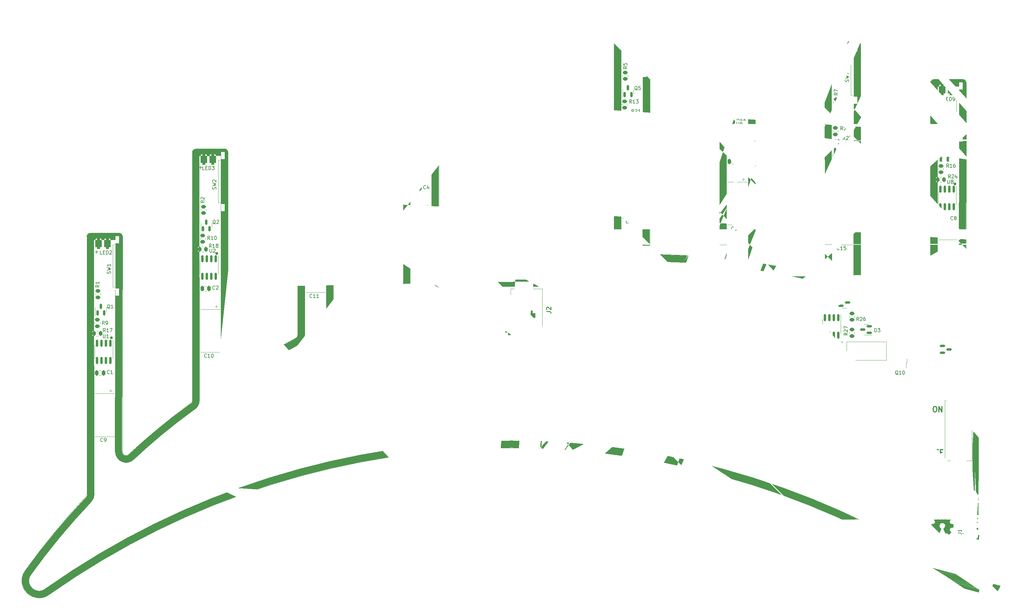
<source format=gbr>
%TF.GenerationSoftware,KiCad,Pcbnew,6.0.2-378541a8eb~116~ubuntu20.04.1*%
%TF.CreationDate,2022-03-06T19:09:13-08:00*%
%TF.ProjectId,menorah555_main,6d656e6f-7261-4683-9535-355f6d61696e,B*%
%TF.SameCoordinates,Original*%
%TF.FileFunction,Legend,Top*%
%TF.FilePolarity,Positive*%
%FSLAX46Y46*%
G04 Gerber Fmt 4.6, Leading zero omitted, Abs format (unit mm)*
G04 Created by KiCad (PCBNEW 6.0.2-378541a8eb~116~ubuntu20.04.1) date 2022-03-06 19:09:13*
%MOMM*%
%LPD*%
G01*
G04 APERTURE LIST*
G04 Aperture macros list*
%AMRoundRect*
0 Rectangle with rounded corners*
0 $1 Rounding radius*
0 $2 $3 $4 $5 $6 $7 $8 $9 X,Y pos of 4 corners*
0 Add a 4 corners polygon primitive as box body*
4,1,4,$2,$3,$4,$5,$6,$7,$8,$9,$2,$3,0*
0 Add four circle primitives for the rounded corners*
1,1,$1+$1,$2,$3*
1,1,$1+$1,$4,$5*
1,1,$1+$1,$6,$7*
1,1,$1+$1,$8,$9*
0 Add four rect primitives between the rounded corners*
20,1,$1+$1,$2,$3,$4,$5,0*
20,1,$1+$1,$4,$5,$6,$7,0*
20,1,$1+$1,$6,$7,$8,$9,0*
20,1,$1+$1,$8,$9,$2,$3,0*%
%AMFreePoly0*
4,1,320,0.350354,0.851354,0.350500,0.851000,0.350500,-0.704000,0.350354,-0.704354,0.350000,-0.704500,-0.848000,-0.704500,-0.848354,-0.704354,-0.848500,-0.704000,-0.848500,-0.504000,-0.848354,-0.503646,-0.848000,-0.503500,-0.836025,-0.503500,-0.823061,-0.502504,-0.797093,-0.498509,-0.784135,-0.495518,-0.772184,-0.491535,-0.736204,-0.476543,-0.724246,-0.470564,-0.713284,-0.463587,-0.703313,-0.455610,
-0.703285,-0.455602,-0.703268,-0.455578,-0.692301,-0.448599,-0.682354,-0.439646,-0.664363,-0.421656,-0.655400,-0.411697,-0.648422,-0.400732,-0.648398,-0.400715,-0.648390,-0.400688,-0.640406,-0.390706,-0.633436,-0.379754,-0.627459,-0.367802,-0.612465,-0.331816,-0.608482,-0.319865,-0.605491,-0.306904,-0.601498,-0.280951,-0.600500,-0.267975,-0.600500,0.408975,-0.601498,0.421951,-0.605488,0.447886,
-0.609478,0.460853,-0.609477,0.460868,-0.609485,0.460879,-0.612477,0.472847,-0.617467,0.485821,-0.622462,0.497808,-0.627455,0.508793,-0.633436,0.520754,-0.640409,0.531711,-0.648391,0.542688,-0.664376,0.562671,-0.673354,0.572646,-0.683322,0.581617,-0.703300,0.597600,-0.714271,0.605579,-0.725246,0.612564,-0.737218,0.618550,-0.748192,0.623538,-0.760180,0.628533,-0.773151,0.633522,
-0.785121,0.636515,-0.785132,0.636523,-0.785147,0.636522,-0.798114,0.640512,-0.824061,0.644504,-0.837025,0.645500,-0.862975,0.645500,-0.875951,0.644502,-0.901886,0.640512,-0.914853,0.636522,-0.914868,0.636523,-0.914879,0.636515,-0.926847,0.633523,-0.939808,0.628538,-0.951808,0.623538,-0.962793,0.618545,-0.974754,0.612564,-0.985711,0.605591,-0.996687,0.597610,-0.996688,0.597609,
-1.016671,0.581624,-1.026646,0.572646,-1.035617,0.562678,-1.051596,0.542706,-1.059578,0.531731,-1.066564,0.520754,-1.072550,0.508782,-1.077538,0.497808,-1.082533,0.485821,-1.082533,0.485820,-1.087522,0.472849,-1.090515,0.460879,-1.090523,0.460868,-1.090522,0.460853,-1.094512,0.447886,-1.098504,0.421939,-1.099500,0.408975,-1.099500,-0.267975,-1.098504,-0.280939,-1.094509,-0.306907,
-1.091518,-0.319865,-1.087535,-0.331816,-1.072543,-0.367796,-1.066564,-0.379754,-1.059587,-0.390716,-1.051610,-0.400687,-1.051602,-0.400715,-1.051578,-0.400732,-1.044599,-0.411699,-1.035646,-0.421646,-1.017656,-0.439637,-1.007697,-0.448600,-0.996732,-0.455578,-0.996715,-0.455602,-0.996688,-0.455610,-0.986706,-0.463594,-0.975754,-0.470564,-0.963802,-0.476541,-0.927816,-0.491535,-0.915865,-0.495518,
-0.902904,-0.498509,-0.876951,-0.502502,-0.863975,-0.503500,-0.852000,-0.503500,-0.851646,-0.503646,-0.851500,-0.504000,-0.851500,-0.704000,-0.851504,-0.704009,-0.851500,-0.704020,-0.851580,-0.704194,-0.851646,-0.704354,-0.851655,-0.704358,-0.851660,-0.704368,-0.851840,-0.704434,-0.852000,-0.704500,-0.852009,-0.704496,-0.852020,-0.704500,-0.877020,-0.703500,-0.877029,-0.703496,-0.877038,-0.703499,
-0.903038,-0.701499,-0.903047,-0.701494,-0.903057,-0.701497,-0.929057,-0.698497,-0.929075,-0.698487,-0.929095,-0.698491,-0.955094,-0.693491,-0.955105,-0.693484,-0.955117,-0.693486,-0.980117,-0.687486,-0.980124,-0.687481,-0.980134,-0.687482,-1.005135,-0.680481,-1.005149,-0.680470,-1.005169,-0.680471,-1.030169,-0.671470,-1.030178,-0.671462,-1.030192,-0.671462,-1.054192,-0.661462,-1.054199,-0.661455,
-1.054208,-0.661455,-1.078208,-0.650455,-1.078224,-0.650438,-1.078246,-0.650435,-1.101246,-0.637435,-1.101249,-0.637432,-1.101254,-0.637431,-1.123254,-0.624430,-1.123267,-0.624413,-1.123291,-0.624407,-1.144291,-0.609407,-1.144295,-0.609400,-1.144303,-0.609398,-1.165303,-0.593398,-1.165310,-0.593385,-1.165324,-0.593381,-1.185324,-0.576381,-1.185331,-0.576368,-1.185344,-0.576363,-1.204344,-0.558363,
-1.204350,-0.558350,-1.204363,-0.558344,-1.222363,-0.539344,-1.222368,-0.539331,-1.222381,-0.539324,-1.239381,-0.519324,-1.239385,-0.519310,-1.239398,-0.519303,-1.255398,-0.498303,-1.255400,-0.498295,-1.255407,-0.498291,-1.270407,-0.477291,-1.270413,-0.477267,-1.270430,-0.477254,-1.283430,-0.455254,-1.283431,-0.455249,-1.283435,-0.455246,-1.296435,-0.432246,-1.296438,-0.432224,-1.296454,-0.432209,
-1.307455,-0.408208,-1.307455,-0.408199,-1.307462,-0.408192,-1.317462,-0.384192,-1.317462,-0.384179,-1.317470,-0.384170,-1.326470,-0.359169,-1.326469,-0.359150,-1.326481,-0.359135,-1.333481,-0.334135,-1.333480,-0.334125,-1.333486,-0.334117,-1.339486,-0.309117,-1.339484,-0.309105,-1.339491,-0.309094,-1.344491,-0.283094,-1.344487,-0.283076,-1.344497,-0.283058,-1.347497,-0.257057,-1.347494,-0.257048,
-1.347499,-0.257039,-1.349499,-0.231038,-1.349496,-0.231028,-1.349500,-0.231019,-1.350500,-0.204019,-1.350496,-0.204009,-1.350500,-0.204000,-1.350500,0.346000,-1.350496,0.346009,-1.350500,0.346019,-1.349500,0.372019,-1.349496,0.372028,-1.349499,0.372038,-1.347499,0.398039,-1.347494,0.398048,-1.347497,0.398057,-1.344497,0.424058,-1.344487,0.424076,-1.344491,0.424094,-1.339491,0.450094,
-1.339484,0.450105,-1.339486,0.450117,-1.333486,0.475117,-1.333482,0.475122,-1.333483,0.475130,-1.326483,0.501130,-1.326467,0.501151,-1.326468,0.501176,-1.317468,0.525176,-1.317462,0.525182,-1.317462,0.525192,-1.307462,0.549192,-1.307455,0.549199,-1.307455,0.549208,-1.296454,0.573209,-1.296438,0.573224,-1.296435,0.573246,-1.283435,0.596246,-1.283424,0.596254,-1.283422,0.596268,
-1.255422,0.640269,-1.255404,0.640282,-1.255398,0.640303,-1.239398,0.661303,-1.239385,0.661310,-1.239381,0.661324,-1.222381,0.681324,-1.222368,0.681331,-1.222363,0.681344,-1.204363,0.700344,-1.204350,0.700350,-1.204344,0.700363,-1.185344,0.718363,-1.185331,0.718368,-1.185324,0.718381,-1.165324,0.735381,-1.165310,0.735385,-1.165303,0.735398,-1.144303,0.751398,-1.144281,0.751404,
-1.144268,0.751422,-1.100268,0.779422,-1.100254,0.779424,-1.100246,0.779435,-1.077246,0.792435,-1.077224,0.792438,-1.077208,0.792455,-1.053208,0.803455,-1.053199,0.803455,-1.053192,0.803462,-1.029192,0.813462,-1.029182,0.813462,-1.029176,0.813468,-1.005176,0.822468,-1.005151,0.822467,-1.005130,0.822483,-0.979130,0.829483,-0.979122,0.829482,-0.979117,0.829486,-0.954117,0.835486,
-0.954105,0.835484,-0.954094,0.835491,-0.928095,0.840491,-0.928075,0.840487,-0.928057,0.840497,-0.902057,0.843497,-0.902047,0.843494,-0.902038,0.843499,-0.876038,0.845499,-0.876028,0.845496,-0.876019,0.845500,-0.850019,0.846500,-0.850009,0.846496,-0.850000,0.846500,0.344500,0.846500,0.344500,0.851000,0.344646,0.851354,0.345000,0.851500,0.350000,0.851500,0.350354,0.851354,
0.350354,0.851354,$1*%
%AMFreePoly1*
4,1,319,0.823354,0.675354,0.823500,0.675000,0.823500,0.475000,0.823354,0.474646,0.823000,0.474500,0.811025,0.474500,0.798049,0.473502,0.772096,0.469509,0.759135,0.466518,0.747184,0.462535,0.711198,0.447541,0.699246,0.441564,0.688294,0.434594,0.678312,0.426610,0.678285,0.426602,0.678268,0.426578,0.667303,0.419600,0.657344,0.410637,0.639354,0.392646,0.630401,0.382699,
0.623422,0.371732,0.623398,0.371715,0.623390,0.371687,0.615413,0.361716,0.608436,0.350754,0.602457,0.338796,0.587465,0.302816,0.583482,0.290865,0.580491,0.277907,0.576496,0.251939,0.575500,0.238975,0.575500,-0.437975,0.576496,-0.450939,0.580488,-0.476886,0.584478,-0.489853,0.584477,-0.489868,0.584485,-0.489879,0.587478,-0.501849,0.592467,-0.514820,0.597462,-0.526808,
0.602450,-0.537782,0.608436,-0.549754,0.615421,-0.560729,0.623400,-0.571700,0.639383,-0.591678,0.648354,-0.601646,0.658329,-0.610624,0.678312,-0.626609,0.689289,-0.634591,0.700246,-0.641564,0.712207,-0.647545,0.723192,-0.652538,0.735192,-0.657538,0.748153,-0.662523,0.760121,-0.665515,0.760132,-0.665523,0.760147,-0.665522,0.773114,-0.669512,0.799049,-0.673502,0.812025,-0.674500,
0.837975,-0.674500,0.850939,-0.673504,0.876886,-0.669512,0.889853,-0.665522,0.889868,-0.665523,0.889879,-0.665515,0.901849,-0.662522,0.914820,-0.657533,0.926808,-0.652538,0.937782,-0.647550,0.949754,-0.641564,0.960731,-0.634578,0.971700,-0.626600,0.991678,-0.610617,1.001646,-0.601646,1.010628,-0.591666,1.026609,-0.571688,1.034595,-0.560706,1.034594,-0.560706,1.041564,-0.549754,
1.047545,-0.537793,1.052538,-0.526808,1.057538,-0.514808,1.062523,-0.501847,1.065515,-0.489879,1.065523,-0.489868,1.065522,-0.489853,1.069512,-0.476886,1.073502,-0.450951,1.074500,-0.437975,1.074500,0.238975,1.073502,0.251951,1.069509,0.277904,1.066518,0.290865,1.062535,0.302816,1.047541,0.338802,1.041564,0.350754,1.034594,0.361706,1.026610,0.371688,1.026602,0.371715,
1.026578,0.371732,1.019600,0.382697,1.010637,0.392656,0.992646,0.410646,0.982699,0.419599,0.971732,0.426578,0.971715,0.426602,0.971687,0.426610,0.961716,0.434587,0.950754,0.441564,0.938796,0.447543,0.902816,0.462535,0.890865,0.466518,0.877907,0.469509,0.851939,0.473504,0.838975,0.474500,0.827000,0.474500,0.826646,0.474646,0.826500,0.475000,0.826500,0.675000,
0.826504,0.675009,0.826500,0.675020,0.826580,0.675194,0.826646,0.675354,0.826655,0.675358,0.826660,0.675368,0.826840,0.675434,0.827000,0.675500,0.827009,0.675496,0.827020,0.675500,0.852020,0.674500,0.852029,0.674496,0.852038,0.674499,0.878039,0.672499,0.878048,0.672494,0.878057,0.672497,0.904058,0.669497,0.904076,0.669487,0.904094,0.669491,0.930094,0.664491,
0.930105,0.664484,0.930117,0.664486,0.955117,0.658486,0.955125,0.658480,0.955135,0.658481,0.980135,0.651481,0.980150,0.651469,0.980169,0.651470,1.005170,0.642470,1.005179,0.642462,1.005192,0.642462,1.029192,0.632462,1.029199,0.632455,1.029208,0.632455,1.053209,0.621454,1.053224,0.621438,1.053246,0.621435,1.076246,0.608435,1.076249,0.608431,1.076254,0.608430,
1.098254,0.595430,1.098267,0.595413,1.098291,0.595407,1.119291,0.580407,1.119295,0.580400,1.119303,0.580398,1.140303,0.564398,1.140310,0.564385,1.140324,0.564381,1.160324,0.547381,1.160331,0.547368,1.160344,0.547363,1.179344,0.529363,1.179350,0.529350,1.179363,0.529344,1.197363,0.510344,1.197368,0.510331,1.197381,0.510324,1.214381,0.490324,1.214385,0.490310,
1.214398,0.490303,1.230398,0.469303,1.230400,0.469295,1.230407,0.469291,1.245407,0.448291,1.245413,0.448267,1.245430,0.448254,1.258431,0.426254,1.258432,0.426249,1.258435,0.426246,1.271435,0.403246,1.271438,0.403224,1.271455,0.403208,1.282455,0.379208,1.282455,0.379199,1.282462,0.379192,1.292462,0.355192,1.292462,0.355178,1.292470,0.355169,1.301471,0.330169,
1.301470,0.330149,1.301481,0.330135,1.308482,0.305134,1.308481,0.305124,1.308486,0.305117,1.314486,0.280117,1.314484,0.280105,1.314491,0.280094,1.319491,0.254095,1.319487,0.254075,1.319497,0.254057,1.322497,0.228057,1.322494,0.228047,1.322499,0.228038,1.324499,0.202038,1.324496,0.202028,1.324500,0.202019,1.325500,0.175018,1.325496,0.175009,1.325500,0.175000,
1.325500,-0.375000,1.325496,-0.375009,1.325500,-0.375019,1.324500,-0.401019,1.324496,-0.401028,1.324499,-0.401038,1.322499,-0.427038,1.322494,-0.427047,1.322497,-0.427057,1.319497,-0.453057,1.319487,-0.453075,1.319491,-0.453095,1.314491,-0.479094,1.314484,-0.479105,1.314486,-0.479117,1.308486,-0.504117,1.308482,-0.504122,1.308483,-0.504130,1.301483,-0.530130,1.301467,-0.530151,
1.301468,-0.530176,1.292468,-0.554176,1.292462,-0.554182,1.292462,-0.554192,1.282462,-0.578192,1.282455,-0.578199,1.282455,-0.578208,1.271455,-0.602208,1.271438,-0.602224,1.271435,-0.602246,1.258435,-0.625246,1.258424,-0.625254,1.258422,-0.625268,1.230422,-0.669268,1.230404,-0.669281,1.230398,-0.669303,1.214398,-0.690303,1.214385,-0.690310,1.214381,-0.690324,1.197381,-0.710324,
1.197368,-0.710331,1.197363,-0.710344,1.179363,-0.729344,1.179350,-0.729350,1.179344,-0.729363,1.160344,-0.747363,1.160331,-0.747368,1.160324,-0.747381,1.140324,-0.764381,1.140310,-0.764385,1.140303,-0.764398,1.119303,-0.780398,1.119282,-0.780404,1.119269,-0.780422,1.075268,-0.808422,1.075254,-0.808424,1.075246,-0.808435,1.052246,-0.821435,1.052224,-0.821438,1.052209,-0.821454,
1.028208,-0.832455,1.028199,-0.832455,1.028192,-0.832462,1.004192,-0.842462,1.004182,-0.842462,1.004176,-0.842468,0.980176,-0.851468,0.980151,-0.851467,0.980130,-0.851483,0.954130,-0.858483,0.954122,-0.858482,0.954117,-0.858486,0.929117,-0.864486,0.929105,-0.864484,0.929094,-0.864491,0.903094,-0.869491,0.903076,-0.869487,0.903058,-0.869497,0.877057,-0.872497,0.877048,-0.872494,
0.877039,-0.872499,0.851038,-0.874499,0.851028,-0.874496,0.851019,-0.874500,0.825019,-0.875500,0.825009,-0.875496,0.825000,-0.875500,-0.369500,-0.875500,-0.369500,-0.880000,-0.369646,-0.880354,-0.370000,-0.880500,-0.375000,-0.880500,-0.375354,-0.880354,-0.375500,-0.880000,-0.375500,0.675000,-0.375354,0.675354,-0.375000,0.675500,0.823000,0.675500,0.823354,0.675354,0.823354,0.675354,
$1*%
G04 Aperture macros list end*
%ADD10C,0.150000*%
%ADD11C,0.400000*%
%ADD12C,2.000000*%
%TA.AperFunction,Profile*%
%ADD13C,0.050000*%
%TD*%
%ADD14C,0.300000*%
%ADD15C,0.254000*%
%ADD16C,0.120000*%
%ADD17C,0.100000*%
%ADD18C,0.010000*%
%ADD19C,0.127000*%
%ADD20C,0.200000*%
%ADD21RoundRect,0.150000X0.587500X0.150000X-0.587500X0.150000X-0.587500X-0.150000X0.587500X-0.150000X0*%
%ADD22R,1.200000X2.200000*%
%ADD23R,5.800000X6.400000*%
%ADD24RoundRect,0.250000X-0.475000X0.250000X-0.475000X-0.250000X0.475000X-0.250000X0.475000X0.250000X0*%
%ADD25R,1.600000X1.600000*%
%ADD26C,1.600000*%
%ADD27C,2.000000*%
%ADD28RoundRect,0.700000X-1.800000X0.700000X-1.800000X-0.700000X1.800000X-0.700000X1.800000X0.700000X0*%
%ADD29RoundRect,0.700000X-0.700000X1.800000X-0.700000X-1.800000X0.700000X-1.800000X0.700000X1.800000X0*%
%ADD30RoundRect,0.150000X-0.587500X-0.150000X0.587500X-0.150000X0.587500X0.150000X-0.587500X0.150000X0*%
%ADD31RoundRect,0.250000X0.450000X-0.262500X0.450000X0.262500X-0.450000X0.262500X-0.450000X-0.262500X0*%
%ADD32RoundRect,0.250000X-0.450000X0.262500X-0.450000X-0.262500X0.450000X-0.262500X0.450000X0.262500X0*%
%ADD33RoundRect,0.250000X-1.075000X0.362500X-1.075000X-0.362500X1.075000X-0.362500X1.075000X0.362500X0*%
%ADD34RoundRect,0.150000X-0.150000X0.825000X-0.150000X-0.825000X0.150000X-0.825000X0.150000X0.825000X0*%
%ADD35R,1.500000X2.500000*%
%ADD36O,1.500000X2.500000*%
%ADD37O,4.000000X2.800000*%
%ADD38RoundRect,0.450000X0.450000X1.050000X-0.450000X1.050000X-0.450000X-1.050000X0.450000X-1.050000X0*%
%ADD39RoundRect,0.250000X-0.250000X-0.475000X0.250000X-0.475000X0.250000X0.475000X-0.250000X0.475000X0*%
%ADD40RoundRect,0.150000X0.150000X-0.587500X0.150000X0.587500X-0.150000X0.587500X-0.150000X-0.587500X0*%
%ADD41R,1.140000X2.030000*%
%ADD42RoundRect,0.250000X0.262500X0.450000X-0.262500X0.450000X-0.262500X-0.450000X0.262500X-0.450000X0*%
%ADD43C,3.200000*%
%ADD44R,1.350000X0.400000*%
%ADD45O,0.650000X1.300000*%
%ADD46O,1.550000X0.775000*%
%ADD47FreePoly0,90.000000*%
%ADD48R,1.550000X1.500000*%
%ADD49FreePoly1,90.000000*%
G04 APERTURE END LIST*
D10*
X78600000Y-126350000D02*
X77800000Y-126350000D01*
X107800000Y-101900000D02*
X107800000Y-102700000D01*
D11*
X172600000Y-98200000D02*
G75*
G03*
X172600000Y-98200000I-200000J0D01*
G01*
X142600000Y-109800000D02*
G75*
G03*
X142600000Y-109800000I-200000J0D01*
G01*
D10*
X138200000Y-85000000D02*
X138200000Y-85800000D01*
D11*
X82600000Y-150800000D02*
G75*
G03*
X82600000Y-150800000I-200000J0D01*
G01*
D10*
X78200000Y-125950000D02*
X78200000Y-126750000D01*
D11*
X112600000Y-126800000D02*
G75*
G03*
X112600000Y-126800000I-200000J0D01*
G01*
D10*
X108200000Y-102300000D02*
X107400000Y-102300000D01*
X138600000Y-85400000D02*
X137800000Y-85400000D01*
X168250000Y-73350000D02*
X168250000Y-74150000D01*
X168650000Y-73750000D02*
X167850000Y-73750000D01*
X318550000Y-82650000D02*
X317750000Y-82650000D01*
X318150000Y-82250000D02*
X318150000Y-83050000D01*
X288600000Y-71800000D02*
X287800000Y-71800000D01*
X258500000Y-66250000D02*
X257700000Y-66250000D01*
D11*
X262600000Y-90600000D02*
G75*
G03*
X262600000Y-90600000I-200000J0D01*
G01*
D10*
X228150000Y-63700000D02*
X228150000Y-64500000D01*
D11*
X232600000Y-88600000D02*
G75*
G03*
X232600000Y-88600000I-200000J0D01*
G01*
D10*
X288200000Y-71400000D02*
X288200000Y-72200000D01*
D11*
X292600000Y-96200000D02*
G75*
G03*
X292600000Y-96200000I-200000J0D01*
G01*
X322600000Y-107000000D02*
G75*
G03*
X322600000Y-107000000I-200000J0D01*
G01*
D10*
X258100000Y-65850000D02*
X258100000Y-66650000D01*
X228550000Y-64100000D02*
X227750000Y-64100000D01*
D12*
X333730000Y-152600000D02*
G75*
G03*
X329560000Y-200270000I93696081J-32213584D01*
G01*
X106450000Y-98050000D02*
X114525000Y-98000000D01*
X234540000Y-126200000D02*
G75*
G03*
X236660000Y-128100000I2060260J166079D01*
G01*
X256450000Y-61850000D02*
X264600000Y-61850000D01*
X254200000Y-129060000D02*
G75*
G03*
X236770000Y-128100000I-20449247J-212569920D01*
G01*
X328270000Y-223060000D02*
G75*
G03*
X334130000Y-218480000I2331785J3055401D01*
G01*
X224320000Y-128280001D02*
G75*
G03*
X226450000Y-126070000I87976J2046657D01*
G01*
X84600000Y-122000000D02*
X84450000Y-183100000D01*
X264600000Y-61850000D02*
X264540000Y-128590000D01*
X333730000Y-152600000D02*
G75*
G03*
X325970000Y-148760000I-51860800J-95041200D01*
G01*
X165050000Y-139300000D02*
G75*
G03*
X166438948Y-137411808I-580833J1882208D01*
G01*
X286350000Y-67400000D02*
X286450000Y-132210000D01*
X75750000Y-197100000D02*
G75*
G03*
X58650000Y-217800000I144611085J-136874374D01*
G01*
X316450000Y-78250000D02*
X324600000Y-78250000D01*
X209210000Y-135290000D02*
G75*
G03*
X212350000Y-132400000I90179J3052833D01*
G01*
X114550000Y-159850000D02*
X114525000Y-98000000D01*
X226450000Y-59850000D02*
X234600000Y-59850000D01*
X58653010Y-217831295D02*
G75*
G03*
X64250000Y-222970000I3174152J-2160193D01*
G01*
X144540000Y-81040000D02*
X144550000Y-144050000D01*
X166450000Y-69400000D02*
X166450000Y-137300000D01*
X105405987Y-170493664D02*
G75*
G03*
X106500000Y-168650000I-1011727J1846770D01*
G01*
X256450000Y-61800000D02*
X256460000Y-127190000D01*
X136450000Y-81050000D02*
X136450000Y-149900000D01*
X283860000Y-133960000D02*
G75*
G03*
X266540000Y-130580000I-56630061J-244121082D01*
G01*
X226450000Y-59850000D02*
X226480000Y-126150000D01*
X135200000Y-151900001D02*
G75*
G03*
X136450000Y-150000000I-809485J1893741D01*
G01*
X294539240Y-135296848D02*
G75*
G03*
X296140000Y-137260000I2095074J74122D01*
G01*
X75941383Y-196891383D02*
G75*
G03*
X76600000Y-195250000I-1590134J1590882D01*
G01*
X84478200Y-183195595D02*
G75*
G03*
X88150000Y-184700000I2121635J-54809D01*
G01*
X313600000Y-143389999D02*
G75*
G03*
X316480000Y-141570000I807761J1910466D01*
G01*
X328060000Y-222960000D02*
G75*
G03*
X64350000Y-222910000I-131890422J-186796048D01*
G01*
X76450000Y-122000000D02*
X76550000Y-195150000D01*
X191710000Y-135280000D02*
X209260000Y-135280000D01*
X264550000Y-128560000D02*
G75*
G03*
X266360000Y-130560000I2079537J62956D01*
G01*
X188722000Y-132842000D02*
G75*
G03*
X191680000Y-135270000I2869552J480091D01*
G01*
X174600000Y-69400000D02*
X174500000Y-133650000D01*
X234600000Y-59850000D02*
X234520000Y-126040000D01*
X174500000Y-133550000D02*
G75*
G03*
X177350000Y-135650000I2141785J-77220D01*
G01*
X106450000Y-98050000D02*
X106500000Y-168550000D01*
X254110000Y-129060000D02*
G75*
G03*
X256440000Y-127240000I292439J2027070D01*
G01*
X144550001Y-144050000D02*
G75*
G03*
X147457801Y-146118969I2068686J-170443D01*
G01*
X329580000Y-210010000D02*
G75*
G03*
X331870000Y-211870000I2042366J174822D01*
G01*
X76450000Y-122000000D02*
X84600000Y-122000000D01*
X316450000Y-78250000D02*
X316480000Y-141650000D01*
X105250000Y-170600000D02*
G75*
G03*
X88150000Y-184700000I101906949J-141008428D01*
G01*
X294600000Y-67400000D02*
X294540000Y-135240000D01*
X212340000Y-129170000D02*
X212350000Y-132370000D01*
X313480000Y-143350000D02*
G75*
G03*
X296110000Y-137260000I-84779940J-213994264D01*
G01*
X329565000Y-200710000D02*
X329595000Y-210030000D01*
X224160000Y-128300000D02*
G75*
G03*
X212370000Y-129180000I4775943J-143406383D01*
G01*
X324600000Y-78250000D02*
X324560000Y-146840000D01*
X114550000Y-160150000D02*
G75*
G03*
X117500000Y-162100000I2100702J-28425D01*
G01*
X136450000Y-81050000D02*
X144540000Y-81040000D01*
X188722000Y-132842000D02*
G75*
G03*
X177500000Y-135600000I35723031J-169562645D01*
G01*
X166450000Y-69400000D02*
X174600000Y-69400000D01*
X332020000Y-211880000D02*
G75*
G03*
X334070000Y-218280000I65422657J17427374D01*
G01*
X165050000Y-139300000D02*
G75*
G03*
X147600000Y-146050000I66366252J-197499792D01*
G01*
X324550000Y-147000000D02*
G75*
G03*
X325810000Y-148690000I1992341J170710D01*
G01*
X286450000Y-67400000D02*
X294600000Y-67400000D01*
X135100000Y-152000000D02*
G75*
G03*
X117400000Y-162150000I102576756J-199385698D01*
G01*
X283900000Y-133980000D02*
G75*
G03*
X286440000Y-132170000I502058J1982664D01*
G01*
D13*
X136400000Y-80000000D02*
G75*
G03*
X135400000Y-81000000I-1J-999999D01*
G01*
X175600000Y-69400000D02*
X175600000Y-133660000D01*
X85600000Y-122000000D02*
X85600000Y-183260000D01*
X85600000Y-122000000D02*
G75*
G03*
X84600000Y-121000000I-999999J1D01*
G01*
X76400000Y-121000000D02*
X84600000Y-121000000D01*
X76400000Y-121000000D02*
G75*
G03*
X75400000Y-122000000I-1J-999999D01*
G01*
X75400000Y-195370000D02*
X75400000Y-122000000D01*
X136400000Y-80000000D02*
X144600000Y-80000000D01*
X166400000Y-68400000D02*
G75*
G03*
X165400000Y-69400000I-1J-999999D01*
G01*
X165400000Y-137370000D02*
X165400000Y-69400000D01*
X115600000Y-98000000D02*
G75*
G03*
X114600000Y-97000000I-999999J1D01*
G01*
X166400000Y-68400000D02*
X174600000Y-68400000D01*
X115600000Y-98000000D02*
X115600000Y-160230000D01*
X145600000Y-81000000D02*
X145600000Y-144230000D01*
X175600000Y-69400000D02*
G75*
G03*
X174600000Y-68400000I-999999J1D01*
G01*
X105400000Y-168610000D02*
X105400000Y-98000000D01*
X135400000Y-150010000D02*
X135400000Y-81000000D01*
X106400000Y-97000000D02*
X114600000Y-97000000D01*
X145600000Y-81000000D02*
G75*
G03*
X144600000Y-80000000I-999999J1D01*
G01*
X106400000Y-97000000D02*
G75*
G03*
X105400000Y-98000000I-1J-999999D01*
G01*
X256400000Y-60800000D02*
G75*
G03*
X255400000Y-61800000I-1J-999999D01*
G01*
X295600000Y-67400000D02*
G75*
G03*
X294600000Y-66400000I-999999J1D01*
G01*
X256400000Y-60800000D02*
X264600000Y-60800000D01*
X285400000Y-131970000D02*
X285400000Y-67400000D01*
X255400000Y-126990000D02*
X255400000Y-61800000D01*
X325600000Y-78200000D02*
G75*
G03*
X324600000Y-77200000I-999999J1D01*
G01*
X295600000Y-67400000D02*
X295600000Y-135260000D01*
X265600000Y-61800000D02*
X265600000Y-128500000D01*
X316400000Y-77200000D02*
X324600000Y-77200000D01*
X265600000Y-61800000D02*
G75*
G03*
X264600000Y-60800000I-999999J1D01*
G01*
X315400000Y-141470000D02*
X315400000Y-78200000D01*
X316400000Y-77200000D02*
G75*
G03*
X315400000Y-78200000I-1J-999999D01*
G01*
X286400000Y-66400000D02*
X294600000Y-66400000D01*
X225400000Y-126220000D02*
X225400000Y-59800000D01*
X226400000Y-58800000D02*
G75*
G03*
X225400000Y-59800000I-1J-999999D01*
G01*
X226400000Y-58800000D02*
X234600000Y-58800000D01*
X235600000Y-59800000D02*
G75*
G03*
X234600000Y-58800000I-999999J1D01*
G01*
X235600000Y-59800000D02*
X235600000Y-126030000D01*
X325600000Y-78200000D02*
X325600000Y-146760000D01*
X286400000Y-66400000D02*
G75*
G03*
X285400000Y-67400000I-1J-999999D01*
G01*
X57820001Y-217140001D02*
G75*
G03*
X64760000Y-223900000I3975144J-2861404D01*
G01*
X64760000Y-223900000D02*
X64850309Y-223837228D01*
X327511852Y-223813089D02*
X327603497Y-223876946D01*
X333030000Y-211510000D02*
G75*
G03*
X335030000Y-217906000I95667512J26404099D01*
G01*
X331600000Y-210800000D02*
X332087372Y-210808006D01*
X333030001Y-211510000D02*
G75*
G03*
X332087372Y-210808006I-942667J-281929D01*
G01*
X189763573Y-132674026D02*
G75*
G03*
X191700000Y-134200000I1847626J352968D01*
G01*
X209300000Y-134200000D02*
G75*
G03*
X211300000Y-132200000I1J1999999D01*
G01*
X211300000Y-132200000D02*
X211291664Y-129122633D01*
X74841689Y-196355905D02*
G75*
G03*
X57820000Y-217140000I159055385J-147624881D01*
G01*
X104929919Y-169458048D02*
G75*
G03*
X105400000Y-168610000I-529915J848046D01*
G01*
X145600000Y-144230000D02*
G75*
G03*
X147022618Y-145136308I1000000J0D01*
G01*
X175600001Y-133660000D02*
G75*
G03*
X176925568Y-134605519I999999J-1D01*
G01*
X235600000Y-126030000D02*
G75*
G03*
X236634899Y-127029391I999999J-1D01*
G01*
X265600001Y-128500000D02*
G75*
G03*
X266392088Y-129478148I999999J-1D01*
G01*
X295600000Y-135260000D02*
G75*
G03*
X296341181Y-136225926I1000000J0D01*
G01*
X325599999Y-146760000D02*
G75*
G03*
X326209269Y-147680505I1000000J0D01*
G01*
X134929919Y-150858048D02*
G75*
G03*
X135400000Y-150010000I-529915J848046D01*
G01*
X164658819Y-138335925D02*
G75*
G03*
X165400000Y-137370000I-258821J965927D01*
G01*
X224573648Y-127204809D02*
G75*
G03*
X225400000Y-126220000I-173649J984809D01*
G01*
X254312844Y-127986195D02*
G75*
G03*
X255400000Y-126990000I87155J996196D01*
G01*
X284141181Y-132935926D02*
G75*
G03*
X285400000Y-131970000I258818J965927D01*
G01*
X313977382Y-142376308D02*
G75*
G03*
X315400000Y-141470000I422618J906308D01*
G01*
X87600000Y-183700000D02*
X87294658Y-183979340D01*
X75069131Y-196113145D02*
X74841689Y-196355905D01*
X104841866Y-169519312D02*
X104929919Y-169458048D01*
X134801847Y-150922131D02*
G75*
G03*
X117400000Y-160900000I99088026J-192977653D01*
G01*
X134929919Y-150858048D02*
X134801847Y-150922131D01*
X117400000Y-160900000D02*
X117229320Y-161007146D01*
X164398003Y-138414929D02*
G75*
G03*
X147100000Y-145100000I69471878J-205484773D01*
G01*
X164658819Y-138335926D02*
X164398003Y-138414929D01*
X147100000Y-145100000D02*
X147022618Y-145136308D01*
X188487912Y-131807078D02*
G75*
G03*
X177300000Y-134500000I43093575J-203621836D01*
G01*
X177300000Y-134500000D02*
X176925568Y-134605519D01*
X224310641Y-127212249D02*
G75*
G03*
X212200000Y-128100000I9201387J-208574882D01*
G01*
X224310641Y-127212249D02*
X224573648Y-127204808D01*
X253945960Y-127939407D02*
G75*
G03*
X236940000Y-127030000I-20075998J-215961356D01*
G01*
X236634899Y-127029391D02*
X236940000Y-127030000D01*
X253945960Y-127939407D02*
X254312844Y-127986195D01*
X283817199Y-132845881D02*
G75*
G03*
X266730000Y-129520000I-49947117J-211053672D01*
G01*
X266392088Y-129478148D02*
X266730000Y-129520000D01*
X283817199Y-132845881D02*
X284141181Y-132935926D01*
X313693401Y-142252243D02*
G75*
G03*
X296540000Y-136280000I-79823297J-201647453D01*
G01*
X296341181Y-136225926D02*
X296540000Y-136280000D01*
X313693401Y-142252243D02*
X313977382Y-142376308D01*
X334280000Y-151700000D02*
G75*
G03*
X326209269Y-147680505I-54259472J-98835073D01*
G01*
X330600000Y-208000000D02*
X330600000Y-209800000D01*
X334710000Y-152940000D02*
G75*
G03*
X334280000Y-151700000I-978203J355341D01*
G01*
X85600000Y-183260000D02*
G75*
G03*
X87294658Y-183979340I1000000J0D01*
G01*
X75069131Y-196113145D02*
G75*
G03*
X75400000Y-195370000I-669140J743149D01*
G01*
X330600000Y-209800000D02*
G75*
G03*
X331600000Y-210800000I999999J-1D01*
G01*
X334710000Y-152940000D02*
G75*
G03*
X330600000Y-200200000I94502379J-32027182D01*
G01*
X212200000Y-128100000D02*
G75*
G03*
X211291664Y-129122633I65243J-972674D01*
G01*
X327511852Y-223813089D02*
G75*
G03*
X64850309Y-223837228I-131313662J-186189469D01*
G01*
X327603497Y-223876946D02*
G75*
G03*
X335030000Y-217906000I2996503J3876946D01*
G01*
X115600000Y-160230000D02*
G75*
G03*
X117229320Y-161007146I1000000J0D01*
G01*
X104841866Y-169519312D02*
G75*
G03*
X87600000Y-183700000I128968223J-174380802D01*
G01*
X191700000Y-134200000D02*
X209300000Y-134200000D01*
X189763573Y-132674026D02*
G75*
G03*
X188487912Y-131807078I-995660J-93051D01*
G01*
X330600000Y-208000000D02*
X330600000Y-200200000D01*
D14*
X315671428Y-182678571D02*
X315957142Y-182678571D01*
X316100000Y-182750000D01*
X316242857Y-182892857D01*
X316314285Y-183178571D01*
X316314285Y-183678571D01*
X316242857Y-183964285D01*
X316100000Y-184107142D01*
X315957142Y-184178571D01*
X315671428Y-184178571D01*
X315528571Y-184107142D01*
X315385714Y-183964285D01*
X315314285Y-183678571D01*
X315314285Y-183178571D01*
X315385714Y-182892857D01*
X315528571Y-182750000D01*
X315671428Y-182678571D01*
X317457142Y-183392857D02*
X316957142Y-183392857D01*
X316957142Y-184178571D02*
X316957142Y-182678571D01*
X317671428Y-182678571D01*
X318742857Y-183392857D02*
X318242857Y-183392857D01*
X318242857Y-184178571D02*
X318242857Y-182678571D01*
X318957142Y-182678571D01*
X316571428Y-170378571D02*
X316857142Y-170378571D01*
X317000000Y-170450000D01*
X317142857Y-170592857D01*
X317214285Y-170878571D01*
X317214285Y-171378571D01*
X317142857Y-171664285D01*
X317000000Y-171807142D01*
X316857142Y-171878571D01*
X316571428Y-171878571D01*
X316428571Y-171807142D01*
X316285714Y-171664285D01*
X316214285Y-171378571D01*
X316214285Y-170878571D01*
X316285714Y-170592857D01*
X316428571Y-170450000D01*
X316571428Y-170378571D01*
X317857142Y-171878571D02*
X317857142Y-170378571D01*
X318714285Y-171878571D01*
X318714285Y-170378571D01*
X312988571Y-200398571D02*
X312988571Y-198898571D01*
X313488571Y-199970000D01*
X313988571Y-198898571D01*
X313988571Y-200398571D01*
X314702857Y-199612857D02*
X315202857Y-199612857D01*
X315417142Y-200398571D02*
X314702857Y-200398571D01*
X314702857Y-198898571D01*
X315417142Y-198898571D01*
X316060000Y-200398571D02*
X316060000Y-198898571D01*
X316917142Y-200398571D01*
X316917142Y-198898571D01*
X317917142Y-198898571D02*
X318202857Y-198898571D01*
X318345714Y-198970000D01*
X318488571Y-199112857D01*
X318560000Y-199398571D01*
X318560000Y-199898571D01*
X318488571Y-200184285D01*
X318345714Y-200327142D01*
X318202857Y-200398571D01*
X317917142Y-200398571D01*
X317774285Y-200327142D01*
X317631428Y-200184285D01*
X317560000Y-199898571D01*
X317560000Y-199398571D01*
X317631428Y-199112857D01*
X317774285Y-198970000D01*
X317917142Y-198898571D01*
X320060000Y-200398571D02*
X319560000Y-199684285D01*
X319202857Y-200398571D02*
X319202857Y-198898571D01*
X319774285Y-198898571D01*
X319917142Y-198970000D01*
X319988571Y-199041428D01*
X320060000Y-199184285D01*
X320060000Y-199398571D01*
X319988571Y-199541428D01*
X319917142Y-199612857D01*
X319774285Y-199684285D01*
X319202857Y-199684285D01*
X320631428Y-199970000D02*
X321345714Y-199970000D01*
X320488571Y-200398571D02*
X320988571Y-198898571D01*
X321488571Y-200398571D01*
X321988571Y-200398571D02*
X321988571Y-198898571D01*
X321988571Y-199612857D02*
X322845714Y-199612857D01*
X322845714Y-200398571D02*
X322845714Y-198898571D01*
X324274285Y-198898571D02*
X323560000Y-198898571D01*
X323488571Y-199612857D01*
X323560000Y-199541428D01*
X323702857Y-199470000D01*
X324060000Y-199470000D01*
X324202857Y-199541428D01*
X324274285Y-199612857D01*
X324345714Y-199755714D01*
X324345714Y-200112857D01*
X324274285Y-200255714D01*
X324202857Y-200327142D01*
X324060000Y-200398571D01*
X323702857Y-200398571D01*
X323560000Y-200327142D01*
X323488571Y-200255714D01*
X325702857Y-198898571D02*
X324988571Y-198898571D01*
X324917142Y-199612857D01*
X324988571Y-199541428D01*
X325131428Y-199470000D01*
X325488571Y-199470000D01*
X325631428Y-199541428D01*
X325702857Y-199612857D01*
X325774285Y-199755714D01*
X325774285Y-200112857D01*
X325702857Y-200255714D01*
X325631428Y-200327142D01*
X325488571Y-200398571D01*
X325131428Y-200398571D01*
X324988571Y-200327142D01*
X324917142Y-200255714D01*
X327131428Y-198898571D02*
X326417142Y-198898571D01*
X326345714Y-199612857D01*
X326417142Y-199541428D01*
X326560000Y-199470000D01*
X326917142Y-199470000D01*
X327060000Y-199541428D01*
X327131428Y-199612857D01*
X327202857Y-199755714D01*
X327202857Y-200112857D01*
X327131428Y-200255714D01*
X327060000Y-200327142D01*
X326917142Y-200398571D01*
X326560000Y-200398571D01*
X326417142Y-200327142D01*
X326345714Y-200255714D01*
D10*
%TO.C,D10*%
X317765714Y-151212380D02*
X317765714Y-150212380D01*
X318003809Y-150212380D01*
X318146666Y-150260000D01*
X318241904Y-150355238D01*
X318289523Y-150450476D01*
X318337142Y-150640952D01*
X318337142Y-150783809D01*
X318289523Y-150974285D01*
X318241904Y-151069523D01*
X318146666Y-151164761D01*
X318003809Y-151212380D01*
X317765714Y-151212380D01*
X319289523Y-151212380D02*
X318718095Y-151212380D01*
X319003809Y-151212380D02*
X319003809Y-150212380D01*
X318908571Y-150355238D01*
X318813333Y-150450476D01*
X318718095Y-150498095D01*
X319908571Y-150212380D02*
X320003809Y-150212380D01*
X320099047Y-150260000D01*
X320146666Y-150307619D01*
X320194285Y-150402857D01*
X320241904Y-150593333D01*
X320241904Y-150831428D01*
X320194285Y-151021904D01*
X320146666Y-151117142D01*
X320099047Y-151164761D01*
X320003809Y-151212380D01*
X319908571Y-151212380D01*
X319813333Y-151164761D01*
X319765714Y-151117142D01*
X319718095Y-151021904D01*
X319670476Y-150831428D01*
X319670476Y-150593333D01*
X319718095Y-150402857D01*
X319765714Y-150307619D01*
X319813333Y-150260000D01*
X319908571Y-150212380D01*
%TO.C,Q10*%
X306208571Y-161307619D02*
X306113333Y-161260000D01*
X306018095Y-161164761D01*
X305875238Y-161021904D01*
X305780000Y-160974285D01*
X305684761Y-160974285D01*
X305732380Y-161212380D02*
X305637142Y-161164761D01*
X305541904Y-161069523D01*
X305494285Y-160879047D01*
X305494285Y-160545714D01*
X305541904Y-160355238D01*
X305637142Y-160260000D01*
X305732380Y-160212380D01*
X305922857Y-160212380D01*
X306018095Y-160260000D01*
X306113333Y-160355238D01*
X306160952Y-160545714D01*
X306160952Y-160879047D01*
X306113333Y-161069523D01*
X306018095Y-161164761D01*
X305922857Y-161212380D01*
X305732380Y-161212380D01*
X307113333Y-161212380D02*
X306541904Y-161212380D01*
X306827619Y-161212380D02*
X306827619Y-160212380D01*
X306732380Y-160355238D01*
X306637142Y-160450476D01*
X306541904Y-160498095D01*
X307732380Y-160212380D02*
X307827619Y-160212380D01*
X307922857Y-160260000D01*
X307970476Y-160307619D01*
X308018095Y-160402857D01*
X308065714Y-160593333D01*
X308065714Y-160831428D01*
X308018095Y-161021904D01*
X307970476Y-161117142D01*
X307922857Y-161164761D01*
X307827619Y-161212380D01*
X307732380Y-161212380D01*
X307637142Y-161164761D01*
X307589523Y-161117142D01*
X307541904Y-161021904D01*
X307494285Y-160831428D01*
X307494285Y-160593333D01*
X307541904Y-160402857D01*
X307589523Y-160307619D01*
X307637142Y-160260000D01*
X307732380Y-160212380D01*
%TO.C,C17*%
X281707261Y-154857142D02*
X281659642Y-154904761D01*
X281516785Y-154952380D01*
X281421547Y-154952380D01*
X281278690Y-154904761D01*
X281183452Y-154809523D01*
X281135833Y-154714285D01*
X281088214Y-154523809D01*
X281088214Y-154380952D01*
X281135833Y-154190476D01*
X281183452Y-154095238D01*
X281278690Y-154000000D01*
X281421547Y-153952380D01*
X281516785Y-153952380D01*
X281659642Y-154000000D01*
X281707261Y-154047619D01*
X282659642Y-154952380D02*
X282088214Y-154952380D01*
X282373928Y-154952380D02*
X282373928Y-153952380D01*
X282278690Y-154095238D01*
X282183452Y-154190476D01*
X282088214Y-154238095D01*
X282992976Y-153952380D02*
X283659642Y-153952380D01*
X283231071Y-154952380D01*
%TO.C,C18*%
X289097142Y-157947142D02*
X289049523Y-157994761D01*
X288906666Y-158042380D01*
X288811428Y-158042380D01*
X288668571Y-157994761D01*
X288573333Y-157899523D01*
X288525714Y-157804285D01*
X288478095Y-157613809D01*
X288478095Y-157470952D01*
X288525714Y-157280476D01*
X288573333Y-157185238D01*
X288668571Y-157090000D01*
X288811428Y-157042380D01*
X288906666Y-157042380D01*
X289049523Y-157090000D01*
X289097142Y-157137619D01*
X290049523Y-158042380D02*
X289478095Y-158042380D01*
X289763809Y-158042380D02*
X289763809Y-157042380D01*
X289668571Y-157185238D01*
X289573333Y-157280476D01*
X289478095Y-157328095D01*
X290620952Y-157470952D02*
X290525714Y-157423333D01*
X290478095Y-157375714D01*
X290430476Y-157280476D01*
X290430476Y-157232857D01*
X290478095Y-157137619D01*
X290525714Y-157090000D01*
X290620952Y-157042380D01*
X290811428Y-157042380D01*
X290906666Y-157090000D01*
X290954285Y-157137619D01*
X291001904Y-157232857D01*
X291001904Y-157280476D01*
X290954285Y-157375714D01*
X290906666Y-157423333D01*
X290811428Y-157470952D01*
X290620952Y-157470952D01*
X290525714Y-157518571D01*
X290478095Y-157566190D01*
X290430476Y-157661428D01*
X290430476Y-157851904D01*
X290478095Y-157947142D01*
X290525714Y-157994761D01*
X290620952Y-158042380D01*
X290811428Y-158042380D01*
X290906666Y-157994761D01*
X290954285Y-157947142D01*
X291001904Y-157851904D01*
X291001904Y-157661428D01*
X290954285Y-157566190D01*
X290906666Y-157518571D01*
X290811428Y-157470952D01*
%TO.C,D3*%
X299581904Y-149109880D02*
X299581904Y-148109880D01*
X299820000Y-148109880D01*
X299962857Y-148157500D01*
X300058095Y-148252738D01*
X300105714Y-148347976D01*
X300153333Y-148538452D01*
X300153333Y-148681309D01*
X300105714Y-148871785D01*
X300058095Y-148967023D01*
X299962857Y-149062261D01*
X299820000Y-149109880D01*
X299581904Y-149109880D01*
X300486666Y-148109880D02*
X301105714Y-148109880D01*
X300772380Y-148490833D01*
X300915238Y-148490833D01*
X301010476Y-148538452D01*
X301058095Y-148586071D01*
X301105714Y-148681309D01*
X301105714Y-148919404D01*
X301058095Y-149014642D01*
X301010476Y-149062261D01*
X300915238Y-149109880D01*
X300629523Y-149109880D01*
X300534285Y-149062261D01*
X300486666Y-149014642D01*
D15*
%TO.C,J2*%
X206154523Y-143303333D02*
X207061666Y-143303333D01*
X207243095Y-143363809D01*
X207364047Y-143484761D01*
X207424523Y-143666190D01*
X207424523Y-143787142D01*
X206275476Y-142759047D02*
X206215000Y-142698571D01*
X206154523Y-142577619D01*
X206154523Y-142275238D01*
X206215000Y-142154285D01*
X206275476Y-142093809D01*
X206396428Y-142033333D01*
X206517380Y-142033333D01*
X206698809Y-142093809D01*
X207424523Y-142819523D01*
X207424523Y-142033333D01*
D10*
%TO.C,Q9*%
X290824761Y-138817619D02*
X290729523Y-138770000D01*
X290634285Y-138674761D01*
X290491428Y-138531904D01*
X290396190Y-138484285D01*
X290300952Y-138484285D01*
X290348571Y-138722380D02*
X290253333Y-138674761D01*
X290158095Y-138579523D01*
X290110476Y-138389047D01*
X290110476Y-138055714D01*
X290158095Y-137865238D01*
X290253333Y-137770000D01*
X290348571Y-137722380D01*
X290539047Y-137722380D01*
X290634285Y-137770000D01*
X290729523Y-137865238D01*
X290777142Y-138055714D01*
X290777142Y-138389047D01*
X290729523Y-138579523D01*
X290634285Y-138674761D01*
X290539047Y-138722380D01*
X290348571Y-138722380D01*
X291253333Y-138722380D02*
X291443809Y-138722380D01*
X291539047Y-138674761D01*
X291586666Y-138627142D01*
X291681904Y-138484285D01*
X291729523Y-138293809D01*
X291729523Y-137912857D01*
X291681904Y-137817619D01*
X291634285Y-137770000D01*
X291539047Y-137722380D01*
X291348571Y-137722380D01*
X291253333Y-137770000D01*
X291205714Y-137817619D01*
X291158095Y-137912857D01*
X291158095Y-138150952D01*
X291205714Y-138246190D01*
X291253333Y-138293809D01*
X291348571Y-138341428D01*
X291539047Y-138341428D01*
X291634285Y-138293809D01*
X291681904Y-138246190D01*
X291729523Y-138150952D01*
%TO.C,R27*%
X291852380Y-149442857D02*
X291376190Y-149776190D01*
X291852380Y-150014285D02*
X290852380Y-150014285D01*
X290852380Y-149633333D01*
X290900000Y-149538095D01*
X290947619Y-149490476D01*
X291042857Y-149442857D01*
X291185714Y-149442857D01*
X291280952Y-149490476D01*
X291328571Y-149538095D01*
X291376190Y-149633333D01*
X291376190Y-150014285D01*
X290947619Y-149061904D02*
X290900000Y-149014285D01*
X290852380Y-148919047D01*
X290852380Y-148680952D01*
X290900000Y-148585714D01*
X290947619Y-148538095D01*
X291042857Y-148490476D01*
X291138095Y-148490476D01*
X291280952Y-148538095D01*
X291852380Y-149109523D01*
X291852380Y-148490476D01*
X290852380Y-148157142D02*
X290852380Y-147490476D01*
X291852380Y-147919047D01*
%TO.C,R25*%
X283077142Y-141222380D02*
X282743809Y-140746190D01*
X282505714Y-141222380D02*
X282505714Y-140222380D01*
X282886666Y-140222380D01*
X282981904Y-140270000D01*
X283029523Y-140317619D01*
X283077142Y-140412857D01*
X283077142Y-140555714D01*
X283029523Y-140650952D01*
X282981904Y-140698571D01*
X282886666Y-140746190D01*
X282505714Y-140746190D01*
X283458095Y-140317619D02*
X283505714Y-140270000D01*
X283600952Y-140222380D01*
X283839047Y-140222380D01*
X283934285Y-140270000D01*
X283981904Y-140317619D01*
X284029523Y-140412857D01*
X284029523Y-140508095D01*
X283981904Y-140650952D01*
X283410476Y-141222380D01*
X284029523Y-141222380D01*
X284934285Y-140222380D02*
X284458095Y-140222380D01*
X284410476Y-140698571D01*
X284458095Y-140650952D01*
X284553333Y-140603333D01*
X284791428Y-140603333D01*
X284886666Y-140650952D01*
X284934285Y-140698571D01*
X284981904Y-140793809D01*
X284981904Y-141031904D01*
X284934285Y-141127142D01*
X284886666Y-141174761D01*
X284791428Y-141222380D01*
X284553333Y-141222380D01*
X284458095Y-141174761D01*
X284410476Y-141127142D01*
%TO.C,R26*%
X295057142Y-145952380D02*
X294723809Y-145476190D01*
X294485714Y-145952380D02*
X294485714Y-144952380D01*
X294866666Y-144952380D01*
X294961904Y-145000000D01*
X295009523Y-145047619D01*
X295057142Y-145142857D01*
X295057142Y-145285714D01*
X295009523Y-145380952D01*
X294961904Y-145428571D01*
X294866666Y-145476190D01*
X294485714Y-145476190D01*
X295438095Y-145047619D02*
X295485714Y-145000000D01*
X295580952Y-144952380D01*
X295819047Y-144952380D01*
X295914285Y-145000000D01*
X295961904Y-145047619D01*
X296009523Y-145142857D01*
X296009523Y-145238095D01*
X295961904Y-145380952D01*
X295390476Y-145952380D01*
X296009523Y-145952380D01*
X296866666Y-144952380D02*
X296676190Y-144952380D01*
X296580952Y-145000000D01*
X296533333Y-145047619D01*
X296438095Y-145190476D01*
X296390476Y-145380952D01*
X296390476Y-145761904D01*
X296438095Y-145857142D01*
X296485714Y-145904761D01*
X296580952Y-145952380D01*
X296771428Y-145952380D01*
X296866666Y-145904761D01*
X296914285Y-145857142D01*
X296961904Y-145761904D01*
X296961904Y-145523809D01*
X296914285Y-145428571D01*
X296866666Y-145380952D01*
X296771428Y-145333333D01*
X296580952Y-145333333D01*
X296485714Y-145380952D01*
X296438095Y-145428571D01*
X296390476Y-145523809D01*
%TO.C,R28*%
X305847142Y-151482380D02*
X305513809Y-151006190D01*
X305275714Y-151482380D02*
X305275714Y-150482380D01*
X305656666Y-150482380D01*
X305751904Y-150530000D01*
X305799523Y-150577619D01*
X305847142Y-150672857D01*
X305847142Y-150815714D01*
X305799523Y-150910952D01*
X305751904Y-150958571D01*
X305656666Y-151006190D01*
X305275714Y-151006190D01*
X306228095Y-150577619D02*
X306275714Y-150530000D01*
X306370952Y-150482380D01*
X306609047Y-150482380D01*
X306704285Y-150530000D01*
X306751904Y-150577619D01*
X306799523Y-150672857D01*
X306799523Y-150768095D01*
X306751904Y-150910952D01*
X306180476Y-151482380D01*
X306799523Y-151482380D01*
X307370952Y-150910952D02*
X307275714Y-150863333D01*
X307228095Y-150815714D01*
X307180476Y-150720476D01*
X307180476Y-150672857D01*
X307228095Y-150577619D01*
X307275714Y-150530000D01*
X307370952Y-150482380D01*
X307561428Y-150482380D01*
X307656666Y-150530000D01*
X307704285Y-150577619D01*
X307751904Y-150672857D01*
X307751904Y-150720476D01*
X307704285Y-150815714D01*
X307656666Y-150863333D01*
X307561428Y-150910952D01*
X307370952Y-150910952D01*
X307275714Y-150958571D01*
X307228095Y-151006190D01*
X307180476Y-151101428D01*
X307180476Y-151291904D01*
X307228095Y-151387142D01*
X307275714Y-151434761D01*
X307370952Y-151482380D01*
X307561428Y-151482380D01*
X307656666Y-151434761D01*
X307704285Y-151387142D01*
X307751904Y-151291904D01*
X307751904Y-151101428D01*
X307704285Y-151006190D01*
X307656666Y-150958571D01*
X307561428Y-150910952D01*
%TO.C,R29*%
X319737142Y-160212380D02*
X319403809Y-159736190D01*
X319165714Y-160212380D02*
X319165714Y-159212380D01*
X319546666Y-159212380D01*
X319641904Y-159260000D01*
X319689523Y-159307619D01*
X319737142Y-159402857D01*
X319737142Y-159545714D01*
X319689523Y-159640952D01*
X319641904Y-159688571D01*
X319546666Y-159736190D01*
X319165714Y-159736190D01*
X320118095Y-159307619D02*
X320165714Y-159260000D01*
X320260952Y-159212380D01*
X320499047Y-159212380D01*
X320594285Y-159260000D01*
X320641904Y-159307619D01*
X320689523Y-159402857D01*
X320689523Y-159498095D01*
X320641904Y-159640952D01*
X320070476Y-160212380D01*
X320689523Y-160212380D01*
X321165714Y-160212380D02*
X321356190Y-160212380D01*
X321451428Y-160164761D01*
X321499047Y-160117142D01*
X321594285Y-159974285D01*
X321641904Y-159783809D01*
X321641904Y-159402857D01*
X321594285Y-159307619D01*
X321546666Y-159260000D01*
X321451428Y-159212380D01*
X321260952Y-159212380D01*
X321165714Y-159260000D01*
X321118095Y-159307619D01*
X321070476Y-159402857D01*
X321070476Y-159640952D01*
X321118095Y-159736190D01*
X321165714Y-159783809D01*
X321260952Y-159831428D01*
X321451428Y-159831428D01*
X321546666Y-159783809D01*
X321594285Y-159736190D01*
X321641904Y-159640952D01*
%TO.C,U9*%
X281758095Y-146422380D02*
X281758095Y-147231904D01*
X281805714Y-147327142D01*
X281853333Y-147374761D01*
X281948571Y-147422380D01*
X282139047Y-147422380D01*
X282234285Y-147374761D01*
X282281904Y-147327142D01*
X282329523Y-147231904D01*
X282329523Y-146422380D01*
X282853333Y-147422380D02*
X283043809Y-147422380D01*
X283139047Y-147374761D01*
X283186666Y-147327142D01*
X283281904Y-147184285D01*
X283329523Y-146993809D01*
X283329523Y-146612857D01*
X283281904Y-146517619D01*
X283234285Y-146470000D01*
X283139047Y-146422380D01*
X282948571Y-146422380D01*
X282853333Y-146470000D01*
X282805714Y-146517619D01*
X282758095Y-146612857D01*
X282758095Y-146850952D01*
X282805714Y-146946190D01*
X282853333Y-146993809D01*
X282948571Y-147041428D01*
X283139047Y-147041428D01*
X283234285Y-146993809D01*
X283281904Y-146946190D01*
X283329523Y-146850952D01*
%TO.C,SW9*%
X325536666Y-167474761D02*
X325679523Y-167522380D01*
X325917619Y-167522380D01*
X326012857Y-167474761D01*
X326060476Y-167427142D01*
X326108095Y-167331904D01*
X326108095Y-167236666D01*
X326060476Y-167141428D01*
X326012857Y-167093809D01*
X325917619Y-167046190D01*
X325727142Y-166998571D01*
X325631904Y-166950952D01*
X325584285Y-166903333D01*
X325536666Y-166808095D01*
X325536666Y-166712857D01*
X325584285Y-166617619D01*
X325631904Y-166570000D01*
X325727142Y-166522380D01*
X325965238Y-166522380D01*
X326108095Y-166570000D01*
X326441428Y-166522380D02*
X326679523Y-167522380D01*
X326870000Y-166808095D01*
X327060476Y-167522380D01*
X327298571Y-166522380D01*
X327727142Y-167522380D02*
X327917619Y-167522380D01*
X328012857Y-167474761D01*
X328060476Y-167427142D01*
X328155714Y-167284285D01*
X328203333Y-167093809D01*
X328203333Y-166712857D01*
X328155714Y-166617619D01*
X328108095Y-166570000D01*
X328012857Y-166522380D01*
X327822380Y-166522380D01*
X327727142Y-166570000D01*
X327679523Y-166617619D01*
X327631904Y-166712857D01*
X327631904Y-166950952D01*
X327679523Y-167046190D01*
X327727142Y-167093809D01*
X327822380Y-167141428D01*
X328012857Y-167141428D01*
X328108095Y-167093809D01*
X328155714Y-167046190D01*
X328203333Y-166950952D01*
%TO.C,LED2*%
X79730952Y-127002380D02*
X79254761Y-127002380D01*
X79254761Y-126002380D01*
X80064285Y-126478571D02*
X80397619Y-126478571D01*
X80540476Y-127002380D02*
X80064285Y-127002380D01*
X80064285Y-126002380D01*
X80540476Y-126002380D01*
X80969047Y-127002380D02*
X80969047Y-126002380D01*
X81207142Y-126002380D01*
X81350000Y-126050000D01*
X81445238Y-126145238D01*
X81492857Y-126240476D01*
X81540476Y-126430952D01*
X81540476Y-126573809D01*
X81492857Y-126764285D01*
X81445238Y-126859523D01*
X81350000Y-126954761D01*
X81207142Y-127002380D01*
X80969047Y-127002380D01*
X81921428Y-126097619D02*
X81969047Y-126050000D01*
X82064285Y-126002380D01*
X82302380Y-126002380D01*
X82397619Y-126050000D01*
X82445238Y-126097619D01*
X82492857Y-126192857D01*
X82492857Y-126288095D01*
X82445238Y-126430952D01*
X81873809Y-127002380D01*
X82492857Y-127002380D01*
%TO.C,C2*%
X111833333Y-136957142D02*
X111785714Y-137004761D01*
X111642857Y-137052380D01*
X111547619Y-137052380D01*
X111404761Y-137004761D01*
X111309523Y-136909523D01*
X111261904Y-136814285D01*
X111214285Y-136623809D01*
X111214285Y-136480952D01*
X111261904Y-136290476D01*
X111309523Y-136195238D01*
X111404761Y-136100000D01*
X111547619Y-136052380D01*
X111642857Y-136052380D01*
X111785714Y-136100000D01*
X111833333Y-136147619D01*
X112214285Y-136147619D02*
X112261904Y-136100000D01*
X112357142Y-136052380D01*
X112595238Y-136052380D01*
X112690476Y-136100000D01*
X112738095Y-136147619D01*
X112785714Y-136242857D01*
X112785714Y-136338095D01*
X112738095Y-136480952D01*
X112166666Y-137052380D01*
X112785714Y-137052380D01*
%TO.C,R1*%
X78932380Y-135816666D02*
X78456190Y-136150000D01*
X78932380Y-136388095D02*
X77932380Y-136388095D01*
X77932380Y-136007142D01*
X77980000Y-135911904D01*
X78027619Y-135864285D01*
X78122857Y-135816666D01*
X78265714Y-135816666D01*
X78360952Y-135864285D01*
X78408571Y-135911904D01*
X78456190Y-136007142D01*
X78456190Y-136388095D01*
X78932380Y-134864285D02*
X78932380Y-135435714D01*
X78932380Y-135150000D02*
X77932380Y-135150000D01*
X78075238Y-135245238D01*
X78170476Y-135340476D01*
X78218095Y-135435714D01*
%TO.C,Q4*%
X172054761Y-89607619D02*
X171959523Y-89560000D01*
X171864285Y-89464761D01*
X171721428Y-89321904D01*
X171626190Y-89274285D01*
X171530952Y-89274285D01*
X171578571Y-89512380D02*
X171483333Y-89464761D01*
X171388095Y-89369523D01*
X171340476Y-89179047D01*
X171340476Y-88845714D01*
X171388095Y-88655238D01*
X171483333Y-88560000D01*
X171578571Y-88512380D01*
X171769047Y-88512380D01*
X171864285Y-88560000D01*
X171959523Y-88655238D01*
X172007142Y-88845714D01*
X172007142Y-89179047D01*
X171959523Y-89369523D01*
X171864285Y-89464761D01*
X171769047Y-89512380D01*
X171578571Y-89512380D01*
X172864285Y-88845714D02*
X172864285Y-89512380D01*
X172626190Y-88464761D02*
X172388095Y-89179047D01*
X173007142Y-89179047D01*
%TO.C,R4*%
X169012380Y-83226666D02*
X168536190Y-83560000D01*
X169012380Y-83798095D02*
X168012380Y-83798095D01*
X168012380Y-83417142D01*
X168060000Y-83321904D01*
X168107619Y-83274285D01*
X168202857Y-83226666D01*
X168345714Y-83226666D01*
X168440952Y-83274285D01*
X168488571Y-83321904D01*
X168536190Y-83417142D01*
X168536190Y-83798095D01*
X168345714Y-82369523D02*
X169012380Y-82369523D01*
X167964761Y-82607619D02*
X168679047Y-82845714D01*
X168679047Y-82226666D01*
%TO.C,SW4*%
X172154761Y-79908333D02*
X172202380Y-79765476D01*
X172202380Y-79527380D01*
X172154761Y-79432142D01*
X172107142Y-79384523D01*
X172011904Y-79336904D01*
X171916666Y-79336904D01*
X171821428Y-79384523D01*
X171773809Y-79432142D01*
X171726190Y-79527380D01*
X171678571Y-79717857D01*
X171630952Y-79813095D01*
X171583333Y-79860714D01*
X171488095Y-79908333D01*
X171392857Y-79908333D01*
X171297619Y-79860714D01*
X171250000Y-79813095D01*
X171202380Y-79717857D01*
X171202380Y-79479761D01*
X171250000Y-79336904D01*
X171202380Y-79003571D02*
X172202380Y-78765476D01*
X171488095Y-78575000D01*
X172202380Y-78384523D01*
X171202380Y-78146428D01*
X171535714Y-77336904D02*
X172202380Y-77336904D01*
X171154761Y-77575000D02*
X171869047Y-77813095D01*
X171869047Y-77194047D01*
%TO.C,R2*%
X108822380Y-111756666D02*
X108346190Y-112090000D01*
X108822380Y-112328095D02*
X107822380Y-112328095D01*
X107822380Y-111947142D01*
X107870000Y-111851904D01*
X107917619Y-111804285D01*
X108012857Y-111756666D01*
X108155714Y-111756666D01*
X108250952Y-111804285D01*
X108298571Y-111851904D01*
X108346190Y-111947142D01*
X108346190Y-112328095D01*
X107917619Y-111375714D02*
X107870000Y-111328095D01*
X107822380Y-111232857D01*
X107822380Y-110994761D01*
X107870000Y-110899523D01*
X107917619Y-110851904D01*
X108012857Y-110804285D01*
X108108095Y-110804285D01*
X108250952Y-110851904D01*
X108822380Y-111423333D01*
X108822380Y-110804285D01*
%TO.C,R11*%
X140387023Y-105412380D02*
X140053690Y-104936190D01*
X139815595Y-105412380D02*
X139815595Y-104412380D01*
X140196547Y-104412380D01*
X140291785Y-104460000D01*
X140339404Y-104507619D01*
X140387023Y-104602857D01*
X140387023Y-104745714D01*
X140339404Y-104840952D01*
X140291785Y-104888571D01*
X140196547Y-104936190D01*
X139815595Y-104936190D01*
X141339404Y-105412380D02*
X140767976Y-105412380D01*
X141053690Y-105412380D02*
X141053690Y-104412380D01*
X140958452Y-104555238D01*
X140863214Y-104650476D01*
X140767976Y-104698095D01*
X142291785Y-105412380D02*
X141720357Y-105412380D01*
X142006071Y-105412380D02*
X142006071Y-104412380D01*
X141910833Y-104555238D01*
X141815595Y-104650476D01*
X141720357Y-104698095D01*
%TO.C,LED5*%
X169730952Y-74402380D02*
X169254761Y-74402380D01*
X169254761Y-73402380D01*
X170064285Y-73878571D02*
X170397619Y-73878571D01*
X170540476Y-74402380D02*
X170064285Y-74402380D01*
X170064285Y-73402380D01*
X170540476Y-73402380D01*
X170969047Y-74402380D02*
X170969047Y-73402380D01*
X171207142Y-73402380D01*
X171350000Y-73450000D01*
X171445238Y-73545238D01*
X171492857Y-73640476D01*
X171540476Y-73830952D01*
X171540476Y-73973809D01*
X171492857Y-74164285D01*
X171445238Y-74259523D01*
X171350000Y-74354761D01*
X171207142Y-74402380D01*
X170969047Y-74402380D01*
X172445238Y-73402380D02*
X171969047Y-73402380D01*
X171921428Y-73878571D01*
X171969047Y-73830952D01*
X172064285Y-73783333D01*
X172302380Y-73783333D01*
X172397619Y-73830952D01*
X172445238Y-73878571D01*
X172492857Y-73973809D01*
X172492857Y-74211904D01*
X172445238Y-74307142D01*
X172397619Y-74354761D01*
X172302380Y-74402380D01*
X172064285Y-74402380D01*
X171969047Y-74354761D01*
X171921428Y-74307142D01*
%TO.C,U4*%
X170434095Y-96988380D02*
X170434095Y-97797904D01*
X170481714Y-97893142D01*
X170529333Y-97940761D01*
X170624571Y-97988380D01*
X170815047Y-97988380D01*
X170910285Y-97940761D01*
X170957904Y-97893142D01*
X171005523Y-97797904D01*
X171005523Y-96988380D01*
X171910285Y-97321714D02*
X171910285Y-97988380D01*
X171672190Y-96940761D02*
X171434095Y-97655047D01*
X172053142Y-97655047D01*
%TO.C,SW3*%
X142154761Y-91508333D02*
X142202380Y-91365476D01*
X142202380Y-91127380D01*
X142154761Y-91032142D01*
X142107142Y-90984523D01*
X142011904Y-90936904D01*
X141916666Y-90936904D01*
X141821428Y-90984523D01*
X141773809Y-91032142D01*
X141726190Y-91127380D01*
X141678571Y-91317857D01*
X141630952Y-91413095D01*
X141583333Y-91460714D01*
X141488095Y-91508333D01*
X141392857Y-91508333D01*
X141297619Y-91460714D01*
X141250000Y-91413095D01*
X141202380Y-91317857D01*
X141202380Y-91079761D01*
X141250000Y-90936904D01*
X141202380Y-90603571D02*
X142202380Y-90365476D01*
X141488095Y-90175000D01*
X142202380Y-89984523D01*
X141202380Y-89746428D01*
X141202380Y-89460714D02*
X141202380Y-88841666D01*
X141583333Y-89175000D01*
X141583333Y-89032142D01*
X141630952Y-88936904D01*
X141678571Y-88889285D01*
X141773809Y-88841666D01*
X142011904Y-88841666D01*
X142107142Y-88889285D01*
X142154761Y-88936904D01*
X142202380Y-89032142D01*
X142202380Y-89317857D01*
X142154761Y-89413095D01*
X142107142Y-89460714D01*
%TO.C,U3*%
X140208095Y-108672380D02*
X140208095Y-109481904D01*
X140255714Y-109577142D01*
X140303333Y-109624761D01*
X140398571Y-109672380D01*
X140589047Y-109672380D01*
X140684285Y-109624761D01*
X140731904Y-109577142D01*
X140779523Y-109481904D01*
X140779523Y-108672380D01*
X141160476Y-108672380D02*
X141779523Y-108672380D01*
X141446190Y-109053333D01*
X141589047Y-109053333D01*
X141684285Y-109100952D01*
X141731904Y-109148571D01*
X141779523Y-109243809D01*
X141779523Y-109481904D01*
X141731904Y-109577142D01*
X141684285Y-109624761D01*
X141589047Y-109672380D01*
X141303333Y-109672380D01*
X141208095Y-109624761D01*
X141160476Y-109577142D01*
%TO.C,R17*%
X80697023Y-149152380D02*
X80363690Y-148676190D01*
X80125595Y-149152380D02*
X80125595Y-148152380D01*
X80506547Y-148152380D01*
X80601785Y-148200000D01*
X80649404Y-148247619D01*
X80697023Y-148342857D01*
X80697023Y-148485714D01*
X80649404Y-148580952D01*
X80601785Y-148628571D01*
X80506547Y-148676190D01*
X80125595Y-148676190D01*
X81649404Y-149152380D02*
X81077976Y-149152380D01*
X81363690Y-149152380D02*
X81363690Y-148152380D01*
X81268452Y-148295238D01*
X81173214Y-148390476D01*
X81077976Y-148438095D01*
X81982738Y-148152380D02*
X82649404Y-148152380D01*
X82220833Y-149152380D01*
%TO.C,C1*%
X81833333Y-160957142D02*
X81785714Y-161004761D01*
X81642857Y-161052380D01*
X81547619Y-161052380D01*
X81404761Y-161004761D01*
X81309523Y-160909523D01*
X81261904Y-160814285D01*
X81214285Y-160623809D01*
X81214285Y-160480952D01*
X81261904Y-160290476D01*
X81309523Y-160195238D01*
X81404761Y-160100000D01*
X81547619Y-160052380D01*
X81642857Y-160052380D01*
X81785714Y-160100000D01*
X81833333Y-160147619D01*
X82785714Y-161052380D02*
X82214285Y-161052380D01*
X82500000Y-161052380D02*
X82500000Y-160052380D01*
X82404761Y-160195238D01*
X82309523Y-160290476D01*
X82214285Y-160338095D01*
%TO.C,Q2*%
X112024761Y-118427619D02*
X111929523Y-118380000D01*
X111834285Y-118284761D01*
X111691428Y-118141904D01*
X111596190Y-118094285D01*
X111500952Y-118094285D01*
X111548571Y-118332380D02*
X111453333Y-118284761D01*
X111358095Y-118189523D01*
X111310476Y-117999047D01*
X111310476Y-117665714D01*
X111358095Y-117475238D01*
X111453333Y-117380000D01*
X111548571Y-117332380D01*
X111739047Y-117332380D01*
X111834285Y-117380000D01*
X111929523Y-117475238D01*
X111977142Y-117665714D01*
X111977142Y-117999047D01*
X111929523Y-118189523D01*
X111834285Y-118284761D01*
X111739047Y-118332380D01*
X111548571Y-118332380D01*
X112358095Y-117427619D02*
X112405714Y-117380000D01*
X112500952Y-117332380D01*
X112739047Y-117332380D01*
X112834285Y-117380000D01*
X112881904Y-117427619D01*
X112929523Y-117522857D01*
X112929523Y-117618095D01*
X112881904Y-117760952D01*
X112310476Y-118332380D01*
X112929523Y-118332380D01*
%TO.C,C4*%
X171833333Y-108357142D02*
X171785714Y-108404761D01*
X171642857Y-108452380D01*
X171547619Y-108452380D01*
X171404761Y-108404761D01*
X171309523Y-108309523D01*
X171261904Y-108214285D01*
X171214285Y-108023809D01*
X171214285Y-107880952D01*
X171261904Y-107690476D01*
X171309523Y-107595238D01*
X171404761Y-107500000D01*
X171547619Y-107452380D01*
X171642857Y-107452380D01*
X171785714Y-107500000D01*
X171833333Y-107547619D01*
X172690476Y-107785714D02*
X172690476Y-108452380D01*
X172452380Y-107404761D02*
X172214285Y-108119047D01*
X172833333Y-108119047D01*
%TO.C,LED3*%
X108880952Y-102952380D02*
X108404761Y-102952380D01*
X108404761Y-101952380D01*
X109214285Y-102428571D02*
X109547619Y-102428571D01*
X109690476Y-102952380D02*
X109214285Y-102952380D01*
X109214285Y-101952380D01*
X109690476Y-101952380D01*
X110119047Y-102952380D02*
X110119047Y-101952380D01*
X110357142Y-101952380D01*
X110500000Y-102000000D01*
X110595238Y-102095238D01*
X110642857Y-102190476D01*
X110690476Y-102380952D01*
X110690476Y-102523809D01*
X110642857Y-102714285D01*
X110595238Y-102809523D01*
X110500000Y-102904761D01*
X110357142Y-102952380D01*
X110119047Y-102952380D01*
X111023809Y-101952380D02*
X111642857Y-101952380D01*
X111309523Y-102333333D01*
X111452380Y-102333333D01*
X111547619Y-102380952D01*
X111595238Y-102428571D01*
X111642857Y-102523809D01*
X111642857Y-102761904D01*
X111595238Y-102857142D01*
X111547619Y-102904761D01*
X111452380Y-102952380D01*
X111166666Y-102952380D01*
X111071428Y-102904761D01*
X111023809Y-102857142D01*
%TO.C,R10*%
X110407023Y-122852380D02*
X110073690Y-122376190D01*
X109835595Y-122852380D02*
X109835595Y-121852380D01*
X110216547Y-121852380D01*
X110311785Y-121900000D01*
X110359404Y-121947619D01*
X110407023Y-122042857D01*
X110407023Y-122185714D01*
X110359404Y-122280952D01*
X110311785Y-122328571D01*
X110216547Y-122376190D01*
X109835595Y-122376190D01*
X111359404Y-122852380D02*
X110787976Y-122852380D01*
X111073690Y-122852380D02*
X111073690Y-121852380D01*
X110978452Y-121995238D01*
X110883214Y-122090476D01*
X110787976Y-122138095D01*
X111978452Y-121852380D02*
X112073690Y-121852380D01*
X112168928Y-121900000D01*
X112216547Y-121947619D01*
X112264166Y-122042857D01*
X112311785Y-122233333D01*
X112311785Y-122471428D01*
X112264166Y-122661904D01*
X112216547Y-122757142D01*
X112168928Y-122804761D01*
X112073690Y-122852380D01*
X111978452Y-122852380D01*
X111883214Y-122804761D01*
X111835595Y-122757142D01*
X111787976Y-122661904D01*
X111740357Y-122471428D01*
X111740357Y-122233333D01*
X111787976Y-122042857D01*
X111835595Y-121947619D01*
X111883214Y-121900000D01*
X111978452Y-121852380D01*
%TO.C,SW2*%
X112154761Y-108508333D02*
X112202380Y-108365476D01*
X112202380Y-108127380D01*
X112154761Y-108032142D01*
X112107142Y-107984523D01*
X112011904Y-107936904D01*
X111916666Y-107936904D01*
X111821428Y-107984523D01*
X111773809Y-108032142D01*
X111726190Y-108127380D01*
X111678571Y-108317857D01*
X111630952Y-108413095D01*
X111583333Y-108460714D01*
X111488095Y-108508333D01*
X111392857Y-108508333D01*
X111297619Y-108460714D01*
X111250000Y-108413095D01*
X111202380Y-108317857D01*
X111202380Y-108079761D01*
X111250000Y-107936904D01*
X111202380Y-107603571D02*
X112202380Y-107365476D01*
X111488095Y-107175000D01*
X112202380Y-106984523D01*
X111202380Y-106746428D01*
X111297619Y-106413095D02*
X111250000Y-106365476D01*
X111202380Y-106270238D01*
X111202380Y-106032142D01*
X111250000Y-105936904D01*
X111297619Y-105889285D01*
X111392857Y-105841666D01*
X111488095Y-105841666D01*
X111630952Y-105889285D01*
X112202380Y-106460714D01*
X112202380Y-105841666D01*
%TO.C,LED4*%
X139630952Y-86102380D02*
X139154761Y-86102380D01*
X139154761Y-85102380D01*
X139964285Y-85578571D02*
X140297619Y-85578571D01*
X140440476Y-86102380D02*
X139964285Y-86102380D01*
X139964285Y-85102380D01*
X140440476Y-85102380D01*
X140869047Y-86102380D02*
X140869047Y-85102380D01*
X141107142Y-85102380D01*
X141250000Y-85150000D01*
X141345238Y-85245238D01*
X141392857Y-85340476D01*
X141440476Y-85530952D01*
X141440476Y-85673809D01*
X141392857Y-85864285D01*
X141345238Y-85959523D01*
X141250000Y-86054761D01*
X141107142Y-86102380D01*
X140869047Y-86102380D01*
X142297619Y-85435714D02*
X142297619Y-86102380D01*
X142059523Y-85054761D02*
X141821428Y-85769047D01*
X142440476Y-85769047D01*
%TO.C,U1*%
X80058095Y-149802380D02*
X80058095Y-150611904D01*
X80105714Y-150707142D01*
X80153333Y-150754761D01*
X80248571Y-150802380D01*
X80439047Y-150802380D01*
X80534285Y-150754761D01*
X80581904Y-150707142D01*
X80629523Y-150611904D01*
X80629523Y-149802380D01*
X81629523Y-150802380D02*
X81058095Y-150802380D01*
X81343809Y-150802380D02*
X81343809Y-149802380D01*
X81248571Y-149945238D01*
X81153333Y-150040476D01*
X81058095Y-150088095D01*
%TO.C,Q1*%
X81984761Y-142497619D02*
X81889523Y-142450000D01*
X81794285Y-142354761D01*
X81651428Y-142211904D01*
X81556190Y-142164285D01*
X81460952Y-142164285D01*
X81508571Y-142402380D02*
X81413333Y-142354761D01*
X81318095Y-142259523D01*
X81270476Y-142069047D01*
X81270476Y-141735714D01*
X81318095Y-141545238D01*
X81413333Y-141450000D01*
X81508571Y-141402380D01*
X81699047Y-141402380D01*
X81794285Y-141450000D01*
X81889523Y-141545238D01*
X81937142Y-141735714D01*
X81937142Y-142069047D01*
X81889523Y-142259523D01*
X81794285Y-142354761D01*
X81699047Y-142402380D01*
X81508571Y-142402380D01*
X82889523Y-142402380D02*
X82318095Y-142402380D01*
X82603809Y-142402380D02*
X82603809Y-141402380D01*
X82508571Y-141545238D01*
X82413333Y-141640476D01*
X82318095Y-141688095D01*
%TO.C,R20*%
X171087023Y-96464380D02*
X170753690Y-95988190D01*
X170515595Y-96464380D02*
X170515595Y-95464380D01*
X170896547Y-95464380D01*
X170991785Y-95512000D01*
X171039404Y-95559619D01*
X171087023Y-95654857D01*
X171087023Y-95797714D01*
X171039404Y-95892952D01*
X170991785Y-95940571D01*
X170896547Y-95988190D01*
X170515595Y-95988190D01*
X171467976Y-95559619D02*
X171515595Y-95512000D01*
X171610833Y-95464380D01*
X171848928Y-95464380D01*
X171944166Y-95512000D01*
X171991785Y-95559619D01*
X172039404Y-95654857D01*
X172039404Y-95750095D01*
X171991785Y-95892952D01*
X171420357Y-96464380D01*
X172039404Y-96464380D01*
X172658452Y-95464380D02*
X172753690Y-95464380D01*
X172848928Y-95512000D01*
X172896547Y-95559619D01*
X172944166Y-95654857D01*
X172991785Y-95845333D01*
X172991785Y-96083428D01*
X172944166Y-96273904D01*
X172896547Y-96369142D01*
X172848928Y-96416761D01*
X172753690Y-96464380D01*
X172658452Y-96464380D01*
X172563214Y-96416761D01*
X172515595Y-96369142D01*
X172467976Y-96273904D01*
X172420357Y-96083428D01*
X172420357Y-95845333D01*
X172467976Y-95654857D01*
X172515595Y-95559619D01*
X172563214Y-95512000D01*
X172658452Y-95464380D01*
%TO.C,C3*%
X141833333Y-119957142D02*
X141785714Y-120004761D01*
X141642857Y-120052380D01*
X141547619Y-120052380D01*
X141404761Y-120004761D01*
X141309523Y-119909523D01*
X141261904Y-119814285D01*
X141214285Y-119623809D01*
X141214285Y-119480952D01*
X141261904Y-119290476D01*
X141309523Y-119195238D01*
X141404761Y-119100000D01*
X141547619Y-119052380D01*
X141642857Y-119052380D01*
X141785714Y-119100000D01*
X141833333Y-119147619D01*
X142166666Y-119052380D02*
X142785714Y-119052380D01*
X142452380Y-119433333D01*
X142595238Y-119433333D01*
X142690476Y-119480952D01*
X142738095Y-119528571D01*
X142785714Y-119623809D01*
X142785714Y-119861904D01*
X142738095Y-119957142D01*
X142690476Y-120004761D01*
X142595238Y-120052380D01*
X142309523Y-120052380D01*
X142214285Y-120004761D01*
X142166666Y-119957142D01*
%TO.C,C9*%
X79958333Y-180282142D02*
X79910714Y-180329761D01*
X79767857Y-180377380D01*
X79672619Y-180377380D01*
X79529761Y-180329761D01*
X79434523Y-180234523D01*
X79386904Y-180139285D01*
X79339285Y-179948809D01*
X79339285Y-179805952D01*
X79386904Y-179615476D01*
X79434523Y-179520238D01*
X79529761Y-179425000D01*
X79672619Y-179377380D01*
X79767857Y-179377380D01*
X79910714Y-179425000D01*
X79958333Y-179472619D01*
X80434523Y-180377380D02*
X80625000Y-180377380D01*
X80720238Y-180329761D01*
X80767857Y-180282142D01*
X80863095Y-180139285D01*
X80910714Y-179948809D01*
X80910714Y-179567857D01*
X80863095Y-179472619D01*
X80815476Y-179425000D01*
X80720238Y-179377380D01*
X80529761Y-179377380D01*
X80434523Y-179425000D01*
X80386904Y-179472619D01*
X80339285Y-179567857D01*
X80339285Y-179805952D01*
X80386904Y-179901190D01*
X80434523Y-179948809D01*
X80529761Y-179996428D01*
X80720238Y-179996428D01*
X80815476Y-179948809D01*
X80863095Y-179901190D01*
X80910714Y-179805952D01*
%TO.C,U2*%
X110398095Y-125492380D02*
X110398095Y-126301904D01*
X110445714Y-126397142D01*
X110493333Y-126444761D01*
X110588571Y-126492380D01*
X110779047Y-126492380D01*
X110874285Y-126444761D01*
X110921904Y-126397142D01*
X110969523Y-126301904D01*
X110969523Y-125492380D01*
X111398095Y-125587619D02*
X111445714Y-125540000D01*
X111540952Y-125492380D01*
X111779047Y-125492380D01*
X111874285Y-125540000D01*
X111921904Y-125587619D01*
X111969523Y-125682857D01*
X111969523Y-125778095D01*
X111921904Y-125920952D01*
X111350476Y-126492380D01*
X111969523Y-126492380D01*
%TO.C,R9*%
X80407023Y-147052380D02*
X80073690Y-146576190D01*
X79835595Y-147052380D02*
X79835595Y-146052380D01*
X80216547Y-146052380D01*
X80311785Y-146100000D01*
X80359404Y-146147619D01*
X80407023Y-146242857D01*
X80407023Y-146385714D01*
X80359404Y-146480952D01*
X80311785Y-146528571D01*
X80216547Y-146576190D01*
X79835595Y-146576190D01*
X80883214Y-147052380D02*
X81073690Y-147052380D01*
X81168928Y-147004761D01*
X81216547Y-146957142D01*
X81311785Y-146814285D01*
X81359404Y-146623809D01*
X81359404Y-146242857D01*
X81311785Y-146147619D01*
X81264166Y-146100000D01*
X81168928Y-146052380D01*
X80978452Y-146052380D01*
X80883214Y-146100000D01*
X80835595Y-146147619D01*
X80787976Y-146242857D01*
X80787976Y-146480952D01*
X80835595Y-146576190D01*
X80883214Y-146623809D01*
X80978452Y-146671428D01*
X81168928Y-146671428D01*
X81264166Y-146623809D01*
X81311785Y-146576190D01*
X81359404Y-146480952D01*
%TO.C,C12*%
X169482142Y-127682142D02*
X169434523Y-127729761D01*
X169291666Y-127777380D01*
X169196428Y-127777380D01*
X169053571Y-127729761D01*
X168958333Y-127634523D01*
X168910714Y-127539285D01*
X168863095Y-127348809D01*
X168863095Y-127205952D01*
X168910714Y-127015476D01*
X168958333Y-126920238D01*
X169053571Y-126825000D01*
X169196428Y-126777380D01*
X169291666Y-126777380D01*
X169434523Y-126825000D01*
X169482142Y-126872619D01*
X170434523Y-127777380D02*
X169863095Y-127777380D01*
X170148809Y-127777380D02*
X170148809Y-126777380D01*
X170053571Y-126920238D01*
X169958333Y-127015476D01*
X169863095Y-127063095D01*
X170815476Y-126872619D02*
X170863095Y-126825000D01*
X170958333Y-126777380D01*
X171196428Y-126777380D01*
X171291666Y-126825000D01*
X171339285Y-126872619D01*
X171386904Y-126967857D01*
X171386904Y-127063095D01*
X171339285Y-127205952D01*
X170767857Y-127777380D01*
X171386904Y-127777380D01*
%TO.C,C10*%
X109482142Y-156282142D02*
X109434523Y-156329761D01*
X109291666Y-156377380D01*
X109196428Y-156377380D01*
X109053571Y-156329761D01*
X108958333Y-156234523D01*
X108910714Y-156139285D01*
X108863095Y-155948809D01*
X108863095Y-155805952D01*
X108910714Y-155615476D01*
X108958333Y-155520238D01*
X109053571Y-155425000D01*
X109196428Y-155377380D01*
X109291666Y-155377380D01*
X109434523Y-155425000D01*
X109482142Y-155472619D01*
X110434523Y-156377380D02*
X109863095Y-156377380D01*
X110148809Y-156377380D02*
X110148809Y-155377380D01*
X110053571Y-155520238D01*
X109958333Y-155615476D01*
X109863095Y-155663095D01*
X111053571Y-155377380D02*
X111148809Y-155377380D01*
X111244047Y-155425000D01*
X111291666Y-155472619D01*
X111339285Y-155567857D01*
X111386904Y-155758333D01*
X111386904Y-155996428D01*
X111339285Y-156186904D01*
X111291666Y-156282142D01*
X111244047Y-156329761D01*
X111148809Y-156377380D01*
X111053571Y-156377380D01*
X110958333Y-156329761D01*
X110910714Y-156282142D01*
X110863095Y-156186904D01*
X110815476Y-155996428D01*
X110815476Y-155758333D01*
X110863095Y-155567857D01*
X110910714Y-155472619D01*
X110958333Y-155425000D01*
X111053571Y-155377380D01*
%TO.C,R18*%
X110867023Y-125112380D02*
X110533690Y-124636190D01*
X110295595Y-125112380D02*
X110295595Y-124112380D01*
X110676547Y-124112380D01*
X110771785Y-124160000D01*
X110819404Y-124207619D01*
X110867023Y-124302857D01*
X110867023Y-124445714D01*
X110819404Y-124540952D01*
X110771785Y-124588571D01*
X110676547Y-124636190D01*
X110295595Y-124636190D01*
X111819404Y-125112380D02*
X111247976Y-125112380D01*
X111533690Y-125112380D02*
X111533690Y-124112380D01*
X111438452Y-124255238D01*
X111343214Y-124350476D01*
X111247976Y-124398095D01*
X112390833Y-124540952D02*
X112295595Y-124493333D01*
X112247976Y-124445714D01*
X112200357Y-124350476D01*
X112200357Y-124302857D01*
X112247976Y-124207619D01*
X112295595Y-124160000D01*
X112390833Y-124112380D01*
X112581309Y-124112380D01*
X112676547Y-124160000D01*
X112724166Y-124207619D01*
X112771785Y-124302857D01*
X112771785Y-124350476D01*
X112724166Y-124445714D01*
X112676547Y-124493333D01*
X112581309Y-124540952D01*
X112390833Y-124540952D01*
X112295595Y-124588571D01*
X112247976Y-124636190D01*
X112200357Y-124731428D01*
X112200357Y-124921904D01*
X112247976Y-125017142D01*
X112295595Y-125064761D01*
X112390833Y-125112380D01*
X112581309Y-125112380D01*
X112676547Y-125064761D01*
X112724166Y-125017142D01*
X112771785Y-124921904D01*
X112771785Y-124731428D01*
X112724166Y-124636190D01*
X112676547Y-124588571D01*
X112581309Y-124540952D01*
%TO.C,C11*%
X139482142Y-139282142D02*
X139434523Y-139329761D01*
X139291666Y-139377380D01*
X139196428Y-139377380D01*
X139053571Y-139329761D01*
X138958333Y-139234523D01*
X138910714Y-139139285D01*
X138863095Y-138948809D01*
X138863095Y-138805952D01*
X138910714Y-138615476D01*
X138958333Y-138520238D01*
X139053571Y-138425000D01*
X139196428Y-138377380D01*
X139291666Y-138377380D01*
X139434523Y-138425000D01*
X139482142Y-138472619D01*
X140434523Y-139377380D02*
X139863095Y-139377380D01*
X140148809Y-139377380D02*
X140148809Y-138377380D01*
X140053571Y-138520238D01*
X139958333Y-138615476D01*
X139863095Y-138663095D01*
X141386904Y-139377380D02*
X140815476Y-139377380D01*
X141101190Y-139377380D02*
X141101190Y-138377380D01*
X141005952Y-138520238D01*
X140910714Y-138615476D01*
X140815476Y-138663095D01*
%TO.C,R19*%
X141115023Y-108148380D02*
X140781690Y-107672190D01*
X140543595Y-108148380D02*
X140543595Y-107148380D01*
X140924547Y-107148380D01*
X141019785Y-107196000D01*
X141067404Y-107243619D01*
X141115023Y-107338857D01*
X141115023Y-107481714D01*
X141067404Y-107576952D01*
X141019785Y-107624571D01*
X140924547Y-107672190D01*
X140543595Y-107672190D01*
X142067404Y-108148380D02*
X141495976Y-108148380D01*
X141781690Y-108148380D02*
X141781690Y-107148380D01*
X141686452Y-107291238D01*
X141591214Y-107386476D01*
X141495976Y-107434095D01*
X142543595Y-108148380D02*
X142734071Y-108148380D01*
X142829309Y-108100761D01*
X142876928Y-108053142D01*
X142972166Y-107910285D01*
X143019785Y-107719809D01*
X143019785Y-107338857D01*
X142972166Y-107243619D01*
X142924547Y-107196000D01*
X142829309Y-107148380D01*
X142638833Y-107148380D01*
X142543595Y-107196000D01*
X142495976Y-107243619D01*
X142448357Y-107338857D01*
X142448357Y-107576952D01*
X142495976Y-107672190D01*
X142543595Y-107719809D01*
X142638833Y-107767428D01*
X142829309Y-107767428D01*
X142924547Y-107719809D01*
X142972166Y-107672190D01*
X143019785Y-107576952D01*
%TO.C,Q3*%
X142064761Y-101427619D02*
X141969523Y-101380000D01*
X141874285Y-101284761D01*
X141731428Y-101141904D01*
X141636190Y-101094285D01*
X141540952Y-101094285D01*
X141588571Y-101332380D02*
X141493333Y-101284761D01*
X141398095Y-101189523D01*
X141350476Y-100999047D01*
X141350476Y-100665714D01*
X141398095Y-100475238D01*
X141493333Y-100380000D01*
X141588571Y-100332380D01*
X141779047Y-100332380D01*
X141874285Y-100380000D01*
X141969523Y-100475238D01*
X142017142Y-100665714D01*
X142017142Y-100999047D01*
X141969523Y-101189523D01*
X141874285Y-101284761D01*
X141779047Y-101332380D01*
X141588571Y-101332380D01*
X142350476Y-100332380D02*
X142969523Y-100332380D01*
X142636190Y-100713333D01*
X142779047Y-100713333D01*
X142874285Y-100760952D01*
X142921904Y-100808571D01*
X142969523Y-100903809D01*
X142969523Y-101141904D01*
X142921904Y-101237142D01*
X142874285Y-101284761D01*
X142779047Y-101332380D01*
X142493333Y-101332380D01*
X142398095Y-101284761D01*
X142350476Y-101237142D01*
%TO.C,R12*%
X170507023Y-93924380D02*
X170173690Y-93448190D01*
X169935595Y-93924380D02*
X169935595Y-92924380D01*
X170316547Y-92924380D01*
X170411785Y-92972000D01*
X170459404Y-93019619D01*
X170507023Y-93114857D01*
X170507023Y-93257714D01*
X170459404Y-93352952D01*
X170411785Y-93400571D01*
X170316547Y-93448190D01*
X169935595Y-93448190D01*
X171459404Y-93924380D02*
X170887976Y-93924380D01*
X171173690Y-93924380D02*
X171173690Y-92924380D01*
X171078452Y-93067238D01*
X170983214Y-93162476D01*
X170887976Y-93210095D01*
X171840357Y-93019619D02*
X171887976Y-92972000D01*
X171983214Y-92924380D01*
X172221309Y-92924380D01*
X172316547Y-92972000D01*
X172364166Y-93019619D01*
X172411785Y-93114857D01*
X172411785Y-93210095D01*
X172364166Y-93352952D01*
X171792738Y-93924380D01*
X172411785Y-93924380D01*
%TO.C,R3*%
X138962380Y-94776666D02*
X138486190Y-95110000D01*
X138962380Y-95348095D02*
X137962380Y-95348095D01*
X137962380Y-94967142D01*
X138010000Y-94871904D01*
X138057619Y-94824285D01*
X138152857Y-94776666D01*
X138295714Y-94776666D01*
X138390952Y-94824285D01*
X138438571Y-94871904D01*
X138486190Y-94967142D01*
X138486190Y-95348095D01*
X137962380Y-94443333D02*
X137962380Y-93824285D01*
X138343333Y-94157619D01*
X138343333Y-94014761D01*
X138390952Y-93919523D01*
X138438571Y-93871904D01*
X138533809Y-93824285D01*
X138771904Y-93824285D01*
X138867142Y-93871904D01*
X138914761Y-93919523D01*
X138962380Y-94014761D01*
X138962380Y-94300476D01*
X138914761Y-94395714D01*
X138867142Y-94443333D01*
%TO.C,SW1*%
X82154761Y-132508333D02*
X82202380Y-132365476D01*
X82202380Y-132127380D01*
X82154761Y-132032142D01*
X82107142Y-131984523D01*
X82011904Y-131936904D01*
X81916666Y-131936904D01*
X81821428Y-131984523D01*
X81773809Y-132032142D01*
X81726190Y-132127380D01*
X81678571Y-132317857D01*
X81630952Y-132413095D01*
X81583333Y-132460714D01*
X81488095Y-132508333D01*
X81392857Y-132508333D01*
X81297619Y-132460714D01*
X81250000Y-132413095D01*
X81202380Y-132317857D01*
X81202380Y-132079761D01*
X81250000Y-131936904D01*
X81202380Y-131603571D02*
X82202380Y-131365476D01*
X81488095Y-131175000D01*
X82202380Y-130984523D01*
X81202380Y-130746428D01*
X82202380Y-129841666D02*
X82202380Y-130413095D01*
X82202380Y-130127380D02*
X81202380Y-130127380D01*
X81345238Y-130222619D01*
X81440476Y-130317857D01*
X81488095Y-130413095D01*
%TO.C,SW5*%
X232154761Y-70308333D02*
X232202380Y-70165476D01*
X232202380Y-69927380D01*
X232154761Y-69832142D01*
X232107142Y-69784523D01*
X232011904Y-69736904D01*
X231916666Y-69736904D01*
X231821428Y-69784523D01*
X231773809Y-69832142D01*
X231726190Y-69927380D01*
X231678571Y-70117857D01*
X231630952Y-70213095D01*
X231583333Y-70260714D01*
X231488095Y-70308333D01*
X231392857Y-70308333D01*
X231297619Y-70260714D01*
X231250000Y-70213095D01*
X231202380Y-70117857D01*
X231202380Y-69879761D01*
X231250000Y-69736904D01*
X231202380Y-69403571D02*
X232202380Y-69165476D01*
X231488095Y-68975000D01*
X232202380Y-68784523D01*
X231202380Y-68546428D01*
X231202380Y-67689285D02*
X231202380Y-68165476D01*
X231678571Y-68213095D01*
X231630952Y-68165476D01*
X231583333Y-68070238D01*
X231583333Y-67832142D01*
X231630952Y-67736904D01*
X231678571Y-67689285D01*
X231773809Y-67641666D01*
X232011904Y-67641666D01*
X232107142Y-67689285D01*
X232154761Y-67736904D01*
X232202380Y-67832142D01*
X232202380Y-68070238D01*
X232154761Y-68165476D01*
X232107142Y-68213095D01*
%TO.C,R7*%
X289022380Y-81096666D02*
X288546190Y-81430000D01*
X289022380Y-81668095D02*
X288022380Y-81668095D01*
X288022380Y-81287142D01*
X288070000Y-81191904D01*
X288117619Y-81144285D01*
X288212857Y-81096666D01*
X288355714Y-81096666D01*
X288450952Y-81144285D01*
X288498571Y-81191904D01*
X288546190Y-81287142D01*
X288546190Y-81668095D01*
X288022380Y-80763333D02*
X288022380Y-80096666D01*
X289022380Y-80525238D01*
%TO.C,R16*%
X320607023Y-102306380D02*
X320273690Y-101830190D01*
X320035595Y-102306380D02*
X320035595Y-101306380D01*
X320416547Y-101306380D01*
X320511785Y-101354000D01*
X320559404Y-101401619D01*
X320607023Y-101496857D01*
X320607023Y-101639714D01*
X320559404Y-101734952D01*
X320511785Y-101782571D01*
X320416547Y-101830190D01*
X320035595Y-101830190D01*
X321559404Y-102306380D02*
X320987976Y-102306380D01*
X321273690Y-102306380D02*
X321273690Y-101306380D01*
X321178452Y-101449238D01*
X321083214Y-101544476D01*
X320987976Y-101592095D01*
X322416547Y-101306380D02*
X322226071Y-101306380D01*
X322130833Y-101354000D01*
X322083214Y-101401619D01*
X321987976Y-101544476D01*
X321940357Y-101734952D01*
X321940357Y-102115904D01*
X321987976Y-102211142D01*
X322035595Y-102258761D01*
X322130833Y-102306380D01*
X322321309Y-102306380D01*
X322416547Y-102258761D01*
X322464166Y-102211142D01*
X322511785Y-102115904D01*
X322511785Y-101877809D01*
X322464166Y-101782571D01*
X322416547Y-101734952D01*
X322321309Y-101687333D01*
X322130833Y-101687333D01*
X322035595Y-101734952D01*
X321987976Y-101782571D01*
X321940357Y-101877809D01*
%TO.C,Q7*%
X291994761Y-87787619D02*
X291899523Y-87740000D01*
X291804285Y-87644761D01*
X291661428Y-87501904D01*
X291566190Y-87454285D01*
X291470952Y-87454285D01*
X291518571Y-87692380D02*
X291423333Y-87644761D01*
X291328095Y-87549523D01*
X291280476Y-87359047D01*
X291280476Y-87025714D01*
X291328095Y-86835238D01*
X291423333Y-86740000D01*
X291518571Y-86692380D01*
X291709047Y-86692380D01*
X291804285Y-86740000D01*
X291899523Y-86835238D01*
X291947142Y-87025714D01*
X291947142Y-87359047D01*
X291899523Y-87549523D01*
X291804285Y-87644761D01*
X291709047Y-87692380D01*
X291518571Y-87692380D01*
X292280476Y-86692380D02*
X292947142Y-86692380D01*
X292518571Y-87692380D01*
%TO.C,R23*%
X291107023Y-94432380D02*
X290773690Y-93956190D01*
X290535595Y-94432380D02*
X290535595Y-93432380D01*
X290916547Y-93432380D01*
X291011785Y-93480000D01*
X291059404Y-93527619D01*
X291107023Y-93622857D01*
X291107023Y-93765714D01*
X291059404Y-93860952D01*
X291011785Y-93908571D01*
X290916547Y-93956190D01*
X290535595Y-93956190D01*
X291487976Y-93527619D02*
X291535595Y-93480000D01*
X291630833Y-93432380D01*
X291868928Y-93432380D01*
X291964166Y-93480000D01*
X292011785Y-93527619D01*
X292059404Y-93622857D01*
X292059404Y-93718095D01*
X292011785Y-93860952D01*
X291440357Y-94432380D01*
X292059404Y-94432380D01*
X292392738Y-93432380D02*
X293011785Y-93432380D01*
X292678452Y-93813333D01*
X292821309Y-93813333D01*
X292916547Y-93860952D01*
X292964166Y-93908571D01*
X293011785Y-94003809D01*
X293011785Y-94241904D01*
X292964166Y-94337142D01*
X292916547Y-94384761D01*
X292821309Y-94432380D01*
X292535595Y-94432380D01*
X292440357Y-94384761D01*
X292392738Y-94337142D01*
%TO.C,C15*%
X289482142Y-125682142D02*
X289434523Y-125729761D01*
X289291666Y-125777380D01*
X289196428Y-125777380D01*
X289053571Y-125729761D01*
X288958333Y-125634523D01*
X288910714Y-125539285D01*
X288863095Y-125348809D01*
X288863095Y-125205952D01*
X288910714Y-125015476D01*
X288958333Y-124920238D01*
X289053571Y-124825000D01*
X289196428Y-124777380D01*
X289291666Y-124777380D01*
X289434523Y-124825000D01*
X289482142Y-124872619D01*
X290434523Y-125777380D02*
X289863095Y-125777380D01*
X290148809Y-125777380D02*
X290148809Y-124777380D01*
X290053571Y-124920238D01*
X289958333Y-125015476D01*
X289863095Y-125063095D01*
X291339285Y-124777380D02*
X290863095Y-124777380D01*
X290815476Y-125253571D01*
X290863095Y-125205952D01*
X290958333Y-125158333D01*
X291196428Y-125158333D01*
X291291666Y-125205952D01*
X291339285Y-125253571D01*
X291386904Y-125348809D01*
X291386904Y-125586904D01*
X291339285Y-125682142D01*
X291291666Y-125729761D01*
X291196428Y-125777380D01*
X290958333Y-125777380D01*
X290863095Y-125729761D01*
X290815476Y-125682142D01*
%TO.C,R22*%
X261003023Y-88844380D02*
X260669690Y-88368190D01*
X260431595Y-88844380D02*
X260431595Y-87844380D01*
X260812547Y-87844380D01*
X260907785Y-87892000D01*
X260955404Y-87939619D01*
X261003023Y-88034857D01*
X261003023Y-88177714D01*
X260955404Y-88272952D01*
X260907785Y-88320571D01*
X260812547Y-88368190D01*
X260431595Y-88368190D01*
X261383976Y-87939619D02*
X261431595Y-87892000D01*
X261526833Y-87844380D01*
X261764928Y-87844380D01*
X261860166Y-87892000D01*
X261907785Y-87939619D01*
X261955404Y-88034857D01*
X261955404Y-88130095D01*
X261907785Y-88272952D01*
X261336357Y-88844380D01*
X261955404Y-88844380D01*
X262336357Y-87939619D02*
X262383976Y-87892000D01*
X262479214Y-87844380D01*
X262717309Y-87844380D01*
X262812547Y-87892000D01*
X262860166Y-87939619D01*
X262907785Y-88034857D01*
X262907785Y-88130095D01*
X262860166Y-88272952D01*
X262288738Y-88844380D01*
X262907785Y-88844380D01*
%TO.C,C14*%
X259482142Y-120082142D02*
X259434523Y-120129761D01*
X259291666Y-120177380D01*
X259196428Y-120177380D01*
X259053571Y-120129761D01*
X258958333Y-120034523D01*
X258910714Y-119939285D01*
X258863095Y-119748809D01*
X258863095Y-119605952D01*
X258910714Y-119415476D01*
X258958333Y-119320238D01*
X259053571Y-119225000D01*
X259196428Y-119177380D01*
X259291666Y-119177380D01*
X259434523Y-119225000D01*
X259482142Y-119272619D01*
X260434523Y-120177380D02*
X259863095Y-120177380D01*
X260148809Y-120177380D02*
X260148809Y-119177380D01*
X260053571Y-119320238D01*
X259958333Y-119415476D01*
X259863095Y-119463095D01*
X261291666Y-119510714D02*
X261291666Y-120177380D01*
X261053571Y-119129761D02*
X260815476Y-119844047D01*
X261434523Y-119844047D01*
%TO.C,C16*%
X319482142Y-136482142D02*
X319434523Y-136529761D01*
X319291666Y-136577380D01*
X319196428Y-136577380D01*
X319053571Y-136529761D01*
X318958333Y-136434523D01*
X318910714Y-136339285D01*
X318863095Y-136148809D01*
X318863095Y-136005952D01*
X318910714Y-135815476D01*
X318958333Y-135720238D01*
X319053571Y-135625000D01*
X319196428Y-135577380D01*
X319291666Y-135577380D01*
X319434523Y-135625000D01*
X319482142Y-135672619D01*
X320434523Y-136577380D02*
X319863095Y-136577380D01*
X320148809Y-136577380D02*
X320148809Y-135577380D01*
X320053571Y-135720238D01*
X319958333Y-135815476D01*
X319863095Y-135863095D01*
X321291666Y-135577380D02*
X321101190Y-135577380D01*
X321005952Y-135625000D01*
X320958333Y-135672619D01*
X320863095Y-135815476D01*
X320815476Y-136005952D01*
X320815476Y-136386904D01*
X320863095Y-136482142D01*
X320910714Y-136529761D01*
X321005952Y-136577380D01*
X321196428Y-136577380D01*
X321291666Y-136529761D01*
X321339285Y-136482142D01*
X321386904Y-136386904D01*
X321386904Y-136148809D01*
X321339285Y-136053571D01*
X321291666Y-136005952D01*
X321196428Y-135958333D01*
X321005952Y-135958333D01*
X320910714Y-136005952D01*
X320863095Y-136053571D01*
X320815476Y-136148809D01*
%TO.C,R13*%
X230407023Y-84018380D02*
X230073690Y-83542190D01*
X229835595Y-84018380D02*
X229835595Y-83018380D01*
X230216547Y-83018380D01*
X230311785Y-83066000D01*
X230359404Y-83113619D01*
X230407023Y-83208857D01*
X230407023Y-83351714D01*
X230359404Y-83446952D01*
X230311785Y-83494571D01*
X230216547Y-83542190D01*
X229835595Y-83542190D01*
X231359404Y-84018380D02*
X230787976Y-84018380D01*
X231073690Y-84018380D02*
X231073690Y-83018380D01*
X230978452Y-83161238D01*
X230883214Y-83256476D01*
X230787976Y-83304095D01*
X231692738Y-83018380D02*
X232311785Y-83018380D01*
X231978452Y-83399333D01*
X232121309Y-83399333D01*
X232216547Y-83446952D01*
X232264166Y-83494571D01*
X232311785Y-83589809D01*
X232311785Y-83827904D01*
X232264166Y-83923142D01*
X232216547Y-83970761D01*
X232121309Y-84018380D01*
X231835595Y-84018380D01*
X231740357Y-83970761D01*
X231692738Y-83923142D01*
%TO.C,U6*%
X260350095Y-89368380D02*
X260350095Y-90177904D01*
X260397714Y-90273142D01*
X260445333Y-90320761D01*
X260540571Y-90368380D01*
X260731047Y-90368380D01*
X260826285Y-90320761D01*
X260873904Y-90273142D01*
X260921523Y-90177904D01*
X260921523Y-89368380D01*
X261826285Y-89368380D02*
X261635809Y-89368380D01*
X261540571Y-89416000D01*
X261492952Y-89463619D01*
X261397714Y-89606476D01*
X261350095Y-89796952D01*
X261350095Y-90177904D01*
X261397714Y-90273142D01*
X261445333Y-90320761D01*
X261540571Y-90368380D01*
X261731047Y-90368380D01*
X261826285Y-90320761D01*
X261873904Y-90273142D01*
X261921523Y-90177904D01*
X261921523Y-89939809D01*
X261873904Y-89844571D01*
X261826285Y-89796952D01*
X261731047Y-89749333D01*
X261540571Y-89749333D01*
X261445333Y-89796952D01*
X261397714Y-89844571D01*
X261350095Y-89939809D01*
%TO.C,C13*%
X229482142Y-118082142D02*
X229434523Y-118129761D01*
X229291666Y-118177380D01*
X229196428Y-118177380D01*
X229053571Y-118129761D01*
X228958333Y-118034523D01*
X228910714Y-117939285D01*
X228863095Y-117748809D01*
X228863095Y-117605952D01*
X228910714Y-117415476D01*
X228958333Y-117320238D01*
X229053571Y-117225000D01*
X229196428Y-117177380D01*
X229291666Y-117177380D01*
X229434523Y-117225000D01*
X229482142Y-117272619D01*
X230434523Y-118177380D02*
X229863095Y-118177380D01*
X230148809Y-118177380D02*
X230148809Y-117177380D01*
X230053571Y-117320238D01*
X229958333Y-117415476D01*
X229863095Y-117463095D01*
X230767857Y-117177380D02*
X231386904Y-117177380D01*
X231053571Y-117558333D01*
X231196428Y-117558333D01*
X231291666Y-117605952D01*
X231339285Y-117653571D01*
X231386904Y-117748809D01*
X231386904Y-117986904D01*
X231339285Y-118082142D01*
X231291666Y-118129761D01*
X231196428Y-118177380D01*
X230910714Y-118177380D01*
X230815476Y-118129761D01*
X230767857Y-118082142D01*
%TO.C,C7*%
X291833333Y-106357142D02*
X291785714Y-106404761D01*
X291642857Y-106452380D01*
X291547619Y-106452380D01*
X291404761Y-106404761D01*
X291309523Y-106309523D01*
X291261904Y-106214285D01*
X291214285Y-106023809D01*
X291214285Y-105880952D01*
X291261904Y-105690476D01*
X291309523Y-105595238D01*
X291404761Y-105500000D01*
X291547619Y-105452380D01*
X291642857Y-105452380D01*
X291785714Y-105500000D01*
X291833333Y-105547619D01*
X292166666Y-105452380D02*
X292833333Y-105452380D01*
X292404761Y-106452380D01*
%TO.C,R24*%
X321107023Y-105354380D02*
X320773690Y-104878190D01*
X320535595Y-105354380D02*
X320535595Y-104354380D01*
X320916547Y-104354380D01*
X321011785Y-104402000D01*
X321059404Y-104449619D01*
X321107023Y-104544857D01*
X321107023Y-104687714D01*
X321059404Y-104782952D01*
X321011785Y-104830571D01*
X320916547Y-104878190D01*
X320535595Y-104878190D01*
X321487976Y-104449619D02*
X321535595Y-104402000D01*
X321630833Y-104354380D01*
X321868928Y-104354380D01*
X321964166Y-104402000D01*
X322011785Y-104449619D01*
X322059404Y-104544857D01*
X322059404Y-104640095D01*
X322011785Y-104782952D01*
X321440357Y-105354380D01*
X322059404Y-105354380D01*
X322916547Y-104687714D02*
X322916547Y-105354380D01*
X322678452Y-104306761D02*
X322440357Y-105021047D01*
X323059404Y-105021047D01*
%TO.C,Q5*%
X232044761Y-80317619D02*
X231949523Y-80270000D01*
X231854285Y-80174761D01*
X231711428Y-80031904D01*
X231616190Y-79984285D01*
X231520952Y-79984285D01*
X231568571Y-80222380D02*
X231473333Y-80174761D01*
X231378095Y-80079523D01*
X231330476Y-79889047D01*
X231330476Y-79555714D01*
X231378095Y-79365238D01*
X231473333Y-79270000D01*
X231568571Y-79222380D01*
X231759047Y-79222380D01*
X231854285Y-79270000D01*
X231949523Y-79365238D01*
X231997142Y-79555714D01*
X231997142Y-79889047D01*
X231949523Y-80079523D01*
X231854285Y-80174761D01*
X231759047Y-80222380D01*
X231568571Y-80222380D01*
X232901904Y-79222380D02*
X232425714Y-79222380D01*
X232378095Y-79698571D01*
X232425714Y-79650952D01*
X232520952Y-79603333D01*
X232759047Y-79603333D01*
X232854285Y-79650952D01*
X232901904Y-79698571D01*
X232949523Y-79793809D01*
X232949523Y-80031904D01*
X232901904Y-80127142D01*
X232854285Y-80174761D01*
X232759047Y-80222380D01*
X232520952Y-80222380D01*
X232425714Y-80174761D01*
X232378095Y-80127142D01*
%TO.C,U5*%
X230378095Y-87336380D02*
X230378095Y-88145904D01*
X230425714Y-88241142D01*
X230473333Y-88288761D01*
X230568571Y-88336380D01*
X230759047Y-88336380D01*
X230854285Y-88288761D01*
X230901904Y-88241142D01*
X230949523Y-88145904D01*
X230949523Y-87336380D01*
X231901904Y-87336380D02*
X231425714Y-87336380D01*
X231378095Y-87812571D01*
X231425714Y-87764952D01*
X231520952Y-87717333D01*
X231759047Y-87717333D01*
X231854285Y-87764952D01*
X231901904Y-87812571D01*
X231949523Y-87907809D01*
X231949523Y-88145904D01*
X231901904Y-88241142D01*
X231854285Y-88288761D01*
X231759047Y-88336380D01*
X231520952Y-88336380D01*
X231425714Y-88288761D01*
X231378095Y-88241142D01*
%TO.C,LED8*%
X289630952Y-72402380D02*
X289154761Y-72402380D01*
X289154761Y-71402380D01*
X289964285Y-71878571D02*
X290297619Y-71878571D01*
X290440476Y-72402380D02*
X289964285Y-72402380D01*
X289964285Y-71402380D01*
X290440476Y-71402380D01*
X290869047Y-72402380D02*
X290869047Y-71402380D01*
X291107142Y-71402380D01*
X291250000Y-71450000D01*
X291345238Y-71545238D01*
X291392857Y-71640476D01*
X291440476Y-71830952D01*
X291440476Y-71973809D01*
X291392857Y-72164285D01*
X291345238Y-72259523D01*
X291250000Y-72354761D01*
X291107142Y-72402380D01*
X290869047Y-72402380D01*
X292011904Y-71830952D02*
X291916666Y-71783333D01*
X291869047Y-71735714D01*
X291821428Y-71640476D01*
X291821428Y-71592857D01*
X291869047Y-71497619D01*
X291916666Y-71450000D01*
X292011904Y-71402380D01*
X292202380Y-71402380D01*
X292297619Y-71450000D01*
X292345238Y-71497619D01*
X292392857Y-71592857D01*
X292392857Y-71640476D01*
X292345238Y-71735714D01*
X292297619Y-71783333D01*
X292202380Y-71830952D01*
X292011904Y-71830952D01*
X291916666Y-71878571D01*
X291869047Y-71926190D01*
X291821428Y-72021428D01*
X291821428Y-72211904D01*
X291869047Y-72307142D01*
X291916666Y-72354761D01*
X292011904Y-72402380D01*
X292202380Y-72402380D01*
X292297619Y-72354761D01*
X292345238Y-72307142D01*
X292392857Y-72211904D01*
X292392857Y-72021428D01*
X292345238Y-71926190D01*
X292297619Y-71878571D01*
X292202380Y-71830952D01*
%TO.C,SW6*%
X262154761Y-72308333D02*
X262202380Y-72165476D01*
X262202380Y-71927380D01*
X262154761Y-71832142D01*
X262107142Y-71784523D01*
X262011904Y-71736904D01*
X261916666Y-71736904D01*
X261821428Y-71784523D01*
X261773809Y-71832142D01*
X261726190Y-71927380D01*
X261678571Y-72117857D01*
X261630952Y-72213095D01*
X261583333Y-72260714D01*
X261488095Y-72308333D01*
X261392857Y-72308333D01*
X261297619Y-72260714D01*
X261250000Y-72213095D01*
X261202380Y-72117857D01*
X261202380Y-71879761D01*
X261250000Y-71736904D01*
X261202380Y-71403571D02*
X262202380Y-71165476D01*
X261488095Y-70975000D01*
X262202380Y-70784523D01*
X261202380Y-70546428D01*
X261202380Y-69736904D02*
X261202380Y-69927380D01*
X261250000Y-70022619D01*
X261297619Y-70070238D01*
X261440476Y-70165476D01*
X261630952Y-70213095D01*
X262011904Y-70213095D01*
X262107142Y-70165476D01*
X262154761Y-70117857D01*
X262202380Y-70022619D01*
X262202380Y-69832142D01*
X262154761Y-69736904D01*
X262107142Y-69689285D01*
X262011904Y-69641666D01*
X261773809Y-69641666D01*
X261678571Y-69689285D01*
X261630952Y-69736904D01*
X261583333Y-69832142D01*
X261583333Y-70022619D01*
X261630952Y-70117857D01*
X261678571Y-70165476D01*
X261773809Y-70213095D01*
%TO.C,R14*%
X260495023Y-86050380D02*
X260161690Y-85574190D01*
X259923595Y-86050380D02*
X259923595Y-85050380D01*
X260304547Y-85050380D01*
X260399785Y-85098000D01*
X260447404Y-85145619D01*
X260495023Y-85240857D01*
X260495023Y-85383714D01*
X260447404Y-85478952D01*
X260399785Y-85526571D01*
X260304547Y-85574190D01*
X259923595Y-85574190D01*
X261447404Y-86050380D02*
X260875976Y-86050380D01*
X261161690Y-86050380D02*
X261161690Y-85050380D01*
X261066452Y-85193238D01*
X260971214Y-85288476D01*
X260875976Y-85336095D01*
X262304547Y-85383714D02*
X262304547Y-86050380D01*
X262066452Y-85002761D02*
X261828357Y-85717047D01*
X262447404Y-85717047D01*
%TO.C,LED7*%
X259580952Y-66852380D02*
X259104761Y-66852380D01*
X259104761Y-65852380D01*
X259914285Y-66328571D02*
X260247619Y-66328571D01*
X260390476Y-66852380D02*
X259914285Y-66852380D01*
X259914285Y-65852380D01*
X260390476Y-65852380D01*
X260819047Y-66852380D02*
X260819047Y-65852380D01*
X261057142Y-65852380D01*
X261200000Y-65900000D01*
X261295238Y-65995238D01*
X261342857Y-66090476D01*
X261390476Y-66280952D01*
X261390476Y-66423809D01*
X261342857Y-66614285D01*
X261295238Y-66709523D01*
X261200000Y-66804761D01*
X261057142Y-66852380D01*
X260819047Y-66852380D01*
X261723809Y-65852380D02*
X262390476Y-65852380D01*
X261961904Y-66852380D01*
%TO.C,C8*%
X321833333Y-117157142D02*
X321785714Y-117204761D01*
X321642857Y-117252380D01*
X321547619Y-117252380D01*
X321404761Y-117204761D01*
X321309523Y-117109523D01*
X321261904Y-117014285D01*
X321214285Y-116823809D01*
X321214285Y-116680952D01*
X321261904Y-116490476D01*
X321309523Y-116395238D01*
X321404761Y-116300000D01*
X321547619Y-116252380D01*
X321642857Y-116252380D01*
X321785714Y-116300000D01*
X321833333Y-116347619D01*
X322404761Y-116680952D02*
X322309523Y-116633333D01*
X322261904Y-116585714D01*
X322214285Y-116490476D01*
X322214285Y-116442857D01*
X322261904Y-116347619D01*
X322309523Y-116300000D01*
X322404761Y-116252380D01*
X322595238Y-116252380D01*
X322690476Y-116300000D01*
X322738095Y-116347619D01*
X322785714Y-116442857D01*
X322785714Y-116490476D01*
X322738095Y-116585714D01*
X322690476Y-116633333D01*
X322595238Y-116680952D01*
X322404761Y-116680952D01*
X322309523Y-116728571D01*
X322261904Y-116776190D01*
X322214285Y-116871428D01*
X322214285Y-117061904D01*
X322261904Y-117157142D01*
X322309523Y-117204761D01*
X322404761Y-117252380D01*
X322595238Y-117252380D01*
X322690476Y-117204761D01*
X322738095Y-117157142D01*
X322785714Y-117061904D01*
X322785714Y-116871428D01*
X322738095Y-116776190D01*
X322690476Y-116728571D01*
X322595238Y-116680952D01*
%TO.C,Q6*%
X262024761Y-82187619D02*
X261929523Y-82140000D01*
X261834285Y-82044761D01*
X261691428Y-81901904D01*
X261596190Y-81854285D01*
X261500952Y-81854285D01*
X261548571Y-82092380D02*
X261453333Y-82044761D01*
X261358095Y-81949523D01*
X261310476Y-81759047D01*
X261310476Y-81425714D01*
X261358095Y-81235238D01*
X261453333Y-81140000D01*
X261548571Y-81092380D01*
X261739047Y-81092380D01*
X261834285Y-81140000D01*
X261929523Y-81235238D01*
X261977142Y-81425714D01*
X261977142Y-81759047D01*
X261929523Y-81949523D01*
X261834285Y-82044761D01*
X261739047Y-82092380D01*
X261548571Y-82092380D01*
X262834285Y-81092380D02*
X262643809Y-81092380D01*
X262548571Y-81140000D01*
X262500952Y-81187619D01*
X262405714Y-81330476D01*
X262358095Y-81520952D01*
X262358095Y-81901904D01*
X262405714Y-81997142D01*
X262453333Y-82044761D01*
X262548571Y-82092380D01*
X262739047Y-82092380D01*
X262834285Y-82044761D01*
X262881904Y-81997142D01*
X262929523Y-81901904D01*
X262929523Y-81663809D01*
X262881904Y-81568571D01*
X262834285Y-81520952D01*
X262739047Y-81473333D01*
X262548571Y-81473333D01*
X262453333Y-81520952D01*
X262405714Y-81568571D01*
X262358095Y-81663809D01*
%TO.C,C5*%
X231833333Y-98757142D02*
X231785714Y-98804761D01*
X231642857Y-98852380D01*
X231547619Y-98852380D01*
X231404761Y-98804761D01*
X231309523Y-98709523D01*
X231261904Y-98614285D01*
X231214285Y-98423809D01*
X231214285Y-98280952D01*
X231261904Y-98090476D01*
X231309523Y-97995238D01*
X231404761Y-97900000D01*
X231547619Y-97852380D01*
X231642857Y-97852380D01*
X231785714Y-97900000D01*
X231833333Y-97947619D01*
X232738095Y-97852380D02*
X232261904Y-97852380D01*
X232214285Y-98328571D01*
X232261904Y-98280952D01*
X232357142Y-98233333D01*
X232595238Y-98233333D01*
X232690476Y-98280952D01*
X232738095Y-98328571D01*
X232785714Y-98423809D01*
X232785714Y-98661904D01*
X232738095Y-98757142D01*
X232690476Y-98804761D01*
X232595238Y-98852380D01*
X232357142Y-98852380D01*
X232261904Y-98804761D01*
X232214285Y-98757142D01*
%TO.C,R21*%
X231007023Y-86812380D02*
X230673690Y-86336190D01*
X230435595Y-86812380D02*
X230435595Y-85812380D01*
X230816547Y-85812380D01*
X230911785Y-85860000D01*
X230959404Y-85907619D01*
X231007023Y-86002857D01*
X231007023Y-86145714D01*
X230959404Y-86240952D01*
X230911785Y-86288571D01*
X230816547Y-86336190D01*
X230435595Y-86336190D01*
X231387976Y-85907619D02*
X231435595Y-85860000D01*
X231530833Y-85812380D01*
X231768928Y-85812380D01*
X231864166Y-85860000D01*
X231911785Y-85907619D01*
X231959404Y-86002857D01*
X231959404Y-86098095D01*
X231911785Y-86240952D01*
X231340357Y-86812380D01*
X231959404Y-86812380D01*
X232911785Y-86812380D02*
X232340357Y-86812380D01*
X232626071Y-86812380D02*
X232626071Y-85812380D01*
X232530833Y-85955238D01*
X232435595Y-86050476D01*
X232340357Y-86098095D01*
%TO.C,U7*%
X290576095Y-94956380D02*
X290576095Y-95765904D01*
X290623714Y-95861142D01*
X290671333Y-95908761D01*
X290766571Y-95956380D01*
X290957047Y-95956380D01*
X291052285Y-95908761D01*
X291099904Y-95861142D01*
X291147523Y-95765904D01*
X291147523Y-94956380D01*
X291528476Y-94956380D02*
X292195142Y-94956380D01*
X291766571Y-95956380D01*
%TO.C,SW7*%
X292154761Y-77908333D02*
X292202380Y-77765476D01*
X292202380Y-77527380D01*
X292154761Y-77432142D01*
X292107142Y-77384523D01*
X292011904Y-77336904D01*
X291916666Y-77336904D01*
X291821428Y-77384523D01*
X291773809Y-77432142D01*
X291726190Y-77527380D01*
X291678571Y-77717857D01*
X291630952Y-77813095D01*
X291583333Y-77860714D01*
X291488095Y-77908333D01*
X291392857Y-77908333D01*
X291297619Y-77860714D01*
X291250000Y-77813095D01*
X291202380Y-77717857D01*
X291202380Y-77479761D01*
X291250000Y-77336904D01*
X291202380Y-77003571D02*
X292202380Y-76765476D01*
X291488095Y-76575000D01*
X292202380Y-76384523D01*
X291202380Y-76146428D01*
X291202380Y-75860714D02*
X291202380Y-75194047D01*
X292202380Y-75622619D01*
%TO.C,U8*%
X320294095Y-105878380D02*
X320294095Y-106687904D01*
X320341714Y-106783142D01*
X320389333Y-106830761D01*
X320484571Y-106878380D01*
X320675047Y-106878380D01*
X320770285Y-106830761D01*
X320817904Y-106783142D01*
X320865523Y-106687904D01*
X320865523Y-105878380D01*
X321484571Y-106306952D02*
X321389333Y-106259333D01*
X321341714Y-106211714D01*
X321294095Y-106116476D01*
X321294095Y-106068857D01*
X321341714Y-105973619D01*
X321389333Y-105926000D01*
X321484571Y-105878380D01*
X321675047Y-105878380D01*
X321770285Y-105926000D01*
X321817904Y-105973619D01*
X321865523Y-106068857D01*
X321865523Y-106116476D01*
X321817904Y-106211714D01*
X321770285Y-106259333D01*
X321675047Y-106306952D01*
X321484571Y-106306952D01*
X321389333Y-106354571D01*
X321341714Y-106402190D01*
X321294095Y-106497428D01*
X321294095Y-106687904D01*
X321341714Y-106783142D01*
X321389333Y-106830761D01*
X321484571Y-106878380D01*
X321675047Y-106878380D01*
X321770285Y-106830761D01*
X321817904Y-106783142D01*
X321865523Y-106687904D01*
X321865523Y-106497428D01*
X321817904Y-106402190D01*
X321770285Y-106354571D01*
X321675047Y-106306952D01*
%TO.C,LED9*%
X319630952Y-83352380D02*
X319154761Y-83352380D01*
X319154761Y-82352380D01*
X319964285Y-82828571D02*
X320297619Y-82828571D01*
X320440476Y-83352380D02*
X319964285Y-83352380D01*
X319964285Y-82352380D01*
X320440476Y-82352380D01*
X320869047Y-83352380D02*
X320869047Y-82352380D01*
X321107142Y-82352380D01*
X321250000Y-82400000D01*
X321345238Y-82495238D01*
X321392857Y-82590476D01*
X321440476Y-82780952D01*
X321440476Y-82923809D01*
X321392857Y-83114285D01*
X321345238Y-83209523D01*
X321250000Y-83304761D01*
X321107142Y-83352380D01*
X320869047Y-83352380D01*
X321916666Y-83352380D02*
X322107142Y-83352380D01*
X322202380Y-83304761D01*
X322250000Y-83257142D01*
X322345238Y-83114285D01*
X322392857Y-82923809D01*
X322392857Y-82542857D01*
X322345238Y-82447619D01*
X322297619Y-82400000D01*
X322202380Y-82352380D01*
X322011904Y-82352380D01*
X321916666Y-82400000D01*
X321869047Y-82447619D01*
X321821428Y-82542857D01*
X321821428Y-82780952D01*
X321869047Y-82876190D01*
X321916666Y-82923809D01*
X322011904Y-82971428D01*
X322202380Y-82971428D01*
X322297619Y-82923809D01*
X322345238Y-82876190D01*
X322392857Y-82780952D01*
%TO.C,R15*%
X290467023Y-91638380D02*
X290133690Y-91162190D01*
X289895595Y-91638380D02*
X289895595Y-90638380D01*
X290276547Y-90638380D01*
X290371785Y-90686000D01*
X290419404Y-90733619D01*
X290467023Y-90828857D01*
X290467023Y-90971714D01*
X290419404Y-91066952D01*
X290371785Y-91114571D01*
X290276547Y-91162190D01*
X289895595Y-91162190D01*
X291419404Y-91638380D02*
X290847976Y-91638380D01*
X291133690Y-91638380D02*
X291133690Y-90638380D01*
X291038452Y-90781238D01*
X290943214Y-90876476D01*
X290847976Y-90924095D01*
X292324166Y-90638380D02*
X291847976Y-90638380D01*
X291800357Y-91114571D01*
X291847976Y-91066952D01*
X291943214Y-91019333D01*
X292181309Y-91019333D01*
X292276547Y-91066952D01*
X292324166Y-91114571D01*
X292371785Y-91209809D01*
X292371785Y-91447904D01*
X292324166Y-91543142D01*
X292276547Y-91590761D01*
X292181309Y-91638380D01*
X291943214Y-91638380D01*
X291847976Y-91590761D01*
X291800357Y-91543142D01*
%TO.C,R6*%
X258892380Y-75516666D02*
X258416190Y-75850000D01*
X258892380Y-76088095D02*
X257892380Y-76088095D01*
X257892380Y-75707142D01*
X257940000Y-75611904D01*
X257987619Y-75564285D01*
X258082857Y-75516666D01*
X258225714Y-75516666D01*
X258320952Y-75564285D01*
X258368571Y-75611904D01*
X258416190Y-75707142D01*
X258416190Y-76088095D01*
X257892380Y-74659523D02*
X257892380Y-74850000D01*
X257940000Y-74945238D01*
X257987619Y-74992857D01*
X258130476Y-75088095D01*
X258320952Y-75135714D01*
X258701904Y-75135714D01*
X258797142Y-75088095D01*
X258844761Y-75040476D01*
X258892380Y-74945238D01*
X258892380Y-74754761D01*
X258844761Y-74659523D01*
X258797142Y-74611904D01*
X258701904Y-74564285D01*
X258463809Y-74564285D01*
X258368571Y-74611904D01*
X258320952Y-74659523D01*
X258273333Y-74754761D01*
X258273333Y-74945238D01*
X258320952Y-75040476D01*
X258368571Y-75088095D01*
X258463809Y-75135714D01*
%TO.C,SW8*%
X322154761Y-88708333D02*
X322202380Y-88565476D01*
X322202380Y-88327380D01*
X322154761Y-88232142D01*
X322107142Y-88184523D01*
X322011904Y-88136904D01*
X321916666Y-88136904D01*
X321821428Y-88184523D01*
X321773809Y-88232142D01*
X321726190Y-88327380D01*
X321678571Y-88517857D01*
X321630952Y-88613095D01*
X321583333Y-88660714D01*
X321488095Y-88708333D01*
X321392857Y-88708333D01*
X321297619Y-88660714D01*
X321250000Y-88613095D01*
X321202380Y-88517857D01*
X321202380Y-88279761D01*
X321250000Y-88136904D01*
X321202380Y-87803571D02*
X322202380Y-87565476D01*
X321488095Y-87375000D01*
X322202380Y-87184523D01*
X321202380Y-86946428D01*
X321630952Y-86422619D02*
X321583333Y-86517857D01*
X321535714Y-86565476D01*
X321440476Y-86613095D01*
X321392857Y-86613095D01*
X321297619Y-86565476D01*
X321250000Y-86517857D01*
X321202380Y-86422619D01*
X321202380Y-86232142D01*
X321250000Y-86136904D01*
X321297619Y-86089285D01*
X321392857Y-86041666D01*
X321440476Y-86041666D01*
X321535714Y-86089285D01*
X321583333Y-86136904D01*
X321630952Y-86232142D01*
X321630952Y-86422619D01*
X321678571Y-86517857D01*
X321726190Y-86565476D01*
X321821428Y-86613095D01*
X322011904Y-86613095D01*
X322107142Y-86565476D01*
X322154761Y-86517857D01*
X322202380Y-86422619D01*
X322202380Y-86232142D01*
X322154761Y-86136904D01*
X322107142Y-86089285D01*
X322011904Y-86041666D01*
X321821428Y-86041666D01*
X321726190Y-86089285D01*
X321678571Y-86136904D01*
X321630952Y-86232142D01*
%TO.C,R8*%
X318992380Y-91906666D02*
X318516190Y-92240000D01*
X318992380Y-92478095D02*
X317992380Y-92478095D01*
X317992380Y-92097142D01*
X318040000Y-92001904D01*
X318087619Y-91954285D01*
X318182857Y-91906666D01*
X318325714Y-91906666D01*
X318420952Y-91954285D01*
X318468571Y-92001904D01*
X318516190Y-92097142D01*
X318516190Y-92478095D01*
X318420952Y-91335238D02*
X318373333Y-91430476D01*
X318325714Y-91478095D01*
X318230476Y-91525714D01*
X318182857Y-91525714D01*
X318087619Y-91478095D01*
X318040000Y-91430476D01*
X317992380Y-91335238D01*
X317992380Y-91144761D01*
X318040000Y-91049523D01*
X318087619Y-91001904D01*
X318182857Y-90954285D01*
X318230476Y-90954285D01*
X318325714Y-91001904D01*
X318373333Y-91049523D01*
X318420952Y-91144761D01*
X318420952Y-91335238D01*
X318468571Y-91430476D01*
X318516190Y-91478095D01*
X318611428Y-91525714D01*
X318801904Y-91525714D01*
X318897142Y-91478095D01*
X318944761Y-91430476D01*
X318992380Y-91335238D01*
X318992380Y-91144761D01*
X318944761Y-91049523D01*
X318897142Y-91001904D01*
X318801904Y-90954285D01*
X318611428Y-90954285D01*
X318516190Y-91001904D01*
X318468571Y-91049523D01*
X318420952Y-91144761D01*
%TO.C,Q8*%
X322084761Y-98627619D02*
X321989523Y-98580000D01*
X321894285Y-98484761D01*
X321751428Y-98341904D01*
X321656190Y-98294285D01*
X321560952Y-98294285D01*
X321608571Y-98532380D02*
X321513333Y-98484761D01*
X321418095Y-98389523D01*
X321370476Y-98199047D01*
X321370476Y-97865714D01*
X321418095Y-97675238D01*
X321513333Y-97580000D01*
X321608571Y-97532380D01*
X321799047Y-97532380D01*
X321894285Y-97580000D01*
X321989523Y-97675238D01*
X322037142Y-97865714D01*
X322037142Y-98199047D01*
X321989523Y-98389523D01*
X321894285Y-98484761D01*
X321799047Y-98532380D01*
X321608571Y-98532380D01*
X322608571Y-97960952D02*
X322513333Y-97913333D01*
X322465714Y-97865714D01*
X322418095Y-97770476D01*
X322418095Y-97722857D01*
X322465714Y-97627619D01*
X322513333Y-97580000D01*
X322608571Y-97532380D01*
X322799047Y-97532380D01*
X322894285Y-97580000D01*
X322941904Y-97627619D01*
X322989523Y-97722857D01*
X322989523Y-97770476D01*
X322941904Y-97865714D01*
X322894285Y-97913333D01*
X322799047Y-97960952D01*
X322608571Y-97960952D01*
X322513333Y-98008571D01*
X322465714Y-98056190D01*
X322418095Y-98151428D01*
X322418095Y-98341904D01*
X322465714Y-98437142D01*
X322513333Y-98484761D01*
X322608571Y-98532380D01*
X322799047Y-98532380D01*
X322894285Y-98484761D01*
X322941904Y-98437142D01*
X322989523Y-98341904D01*
X322989523Y-98151428D01*
X322941904Y-98056190D01*
X322894285Y-98008571D01*
X322799047Y-97960952D01*
%TO.C,R5*%
X229082380Y-73596666D02*
X228606190Y-73930000D01*
X229082380Y-74168095D02*
X228082380Y-74168095D01*
X228082380Y-73787142D01*
X228130000Y-73691904D01*
X228177619Y-73644285D01*
X228272857Y-73596666D01*
X228415714Y-73596666D01*
X228510952Y-73644285D01*
X228558571Y-73691904D01*
X228606190Y-73787142D01*
X228606190Y-74168095D01*
X228082380Y-72691904D02*
X228082380Y-73168095D01*
X228558571Y-73215714D01*
X228510952Y-73168095D01*
X228463333Y-73072857D01*
X228463333Y-72834761D01*
X228510952Y-72739523D01*
X228558571Y-72691904D01*
X228653809Y-72644285D01*
X228891904Y-72644285D01*
X228987142Y-72691904D01*
X229034761Y-72739523D01*
X229082380Y-72834761D01*
X229082380Y-73072857D01*
X229034761Y-73168095D01*
X228987142Y-73215714D01*
%TO.C,C6*%
X261833333Y-100757142D02*
X261785714Y-100804761D01*
X261642857Y-100852380D01*
X261547619Y-100852380D01*
X261404761Y-100804761D01*
X261309523Y-100709523D01*
X261261904Y-100614285D01*
X261214285Y-100423809D01*
X261214285Y-100280952D01*
X261261904Y-100090476D01*
X261309523Y-99995238D01*
X261404761Y-99900000D01*
X261547619Y-99852380D01*
X261642857Y-99852380D01*
X261785714Y-99900000D01*
X261833333Y-99947619D01*
X262690476Y-99852380D02*
X262500000Y-99852380D01*
X262404761Y-99900000D01*
X262357142Y-99947619D01*
X262261904Y-100090476D01*
X262214285Y-100280952D01*
X262214285Y-100661904D01*
X262261904Y-100757142D01*
X262309523Y-100804761D01*
X262404761Y-100852380D01*
X262595238Y-100852380D01*
X262690476Y-100804761D01*
X262738095Y-100757142D01*
X262785714Y-100661904D01*
X262785714Y-100423809D01*
X262738095Y-100328571D01*
X262690476Y-100280952D01*
X262595238Y-100233333D01*
X262404761Y-100233333D01*
X262309523Y-100280952D01*
X262261904Y-100328571D01*
X262214285Y-100423809D01*
%TO.C,LED6*%
X229730952Y-64852380D02*
X229254761Y-64852380D01*
X229254761Y-63852380D01*
X230064285Y-64328571D02*
X230397619Y-64328571D01*
X230540476Y-64852380D02*
X230064285Y-64852380D01*
X230064285Y-63852380D01*
X230540476Y-63852380D01*
X230969047Y-64852380D02*
X230969047Y-63852380D01*
X231207142Y-63852380D01*
X231350000Y-63900000D01*
X231445238Y-63995238D01*
X231492857Y-64090476D01*
X231540476Y-64280952D01*
X231540476Y-64423809D01*
X231492857Y-64614285D01*
X231445238Y-64709523D01*
X231350000Y-64804761D01*
X231207142Y-64852380D01*
X230969047Y-64852380D01*
X232397619Y-63852380D02*
X232207142Y-63852380D01*
X232111904Y-63900000D01*
X232064285Y-63947619D01*
X231969047Y-64090476D01*
X231921428Y-64280952D01*
X231921428Y-64661904D01*
X231969047Y-64757142D01*
X232016666Y-64804761D01*
X232111904Y-64852380D01*
X232302380Y-64852380D01*
X232397619Y-64804761D01*
X232445238Y-64757142D01*
X232492857Y-64661904D01*
X232492857Y-64423809D01*
X232445238Y-64328571D01*
X232397619Y-64280952D01*
X232302380Y-64233333D01*
X232111904Y-64233333D01*
X232016666Y-64280952D01*
X231969047Y-64328571D01*
X231921428Y-64423809D01*
%TO.C,J1*%
X323277114Y-206399906D02*
X323992080Y-206399906D01*
X324135073Y-206447570D01*
X324230402Y-206542899D01*
X324278067Y-206685892D01*
X324278067Y-206781221D01*
X324278067Y-205398953D02*
X324278067Y-205970926D01*
X324278067Y-205684939D02*
X323277114Y-205684939D01*
X323420107Y-205780268D01*
X323515436Y-205875597D01*
X323563100Y-205970926D01*
%TO.C,D11*%
X321935714Y-154702380D02*
X321935714Y-153702380D01*
X322173809Y-153702380D01*
X322316666Y-153750000D01*
X322411904Y-153845238D01*
X322459523Y-153940476D01*
X322507142Y-154130952D01*
X322507142Y-154273809D01*
X322459523Y-154464285D01*
X322411904Y-154559523D01*
X322316666Y-154654761D01*
X322173809Y-154702380D01*
X321935714Y-154702380D01*
X323459523Y-154702380D02*
X322888095Y-154702380D01*
X323173809Y-154702380D02*
X323173809Y-153702380D01*
X323078571Y-153845238D01*
X322983333Y-153940476D01*
X322888095Y-153988095D01*
X324411904Y-154702380D02*
X323840476Y-154702380D01*
X324126190Y-154702380D02*
X324126190Y-153702380D01*
X324030952Y-153845238D01*
X323935714Y-153940476D01*
X323840476Y-153988095D01*
D16*
%TO.C,D10*%
X315580000Y-149200000D02*
X314930000Y-149200000D01*
X315580000Y-152320000D02*
X314930000Y-152320000D01*
X315580000Y-149200000D02*
X316230000Y-149200000D01*
X315580000Y-152320000D02*
X317255000Y-152320000D01*
%TO.C,Q10*%
X308530000Y-159390000D02*
X308530000Y-157890000D01*
X308530000Y-157890000D02*
X308800000Y-157890000D01*
X315160000Y-157890000D02*
X315160000Y-155060000D01*
X315430000Y-157890000D02*
X315160000Y-157890000D01*
X308800000Y-157890000D02*
X308800000Y-156790000D01*
X315430000Y-159390000D02*
X315430000Y-157890000D01*
%TO.C,C17*%
X286055000Y-154058748D02*
X286055000Y-154581252D01*
X284585000Y-154058748D02*
X284585000Y-154581252D01*
%TO.C,C18*%
X290195000Y-151765225D02*
X290195000Y-152265225D01*
X290445000Y-152015225D02*
X289945000Y-152015225D01*
X302820000Y-157170000D02*
X291620000Y-157170000D01*
X302820000Y-151970000D02*
X302820000Y-157170000D01*
X302820000Y-151970000D02*
X291620000Y-151970000D01*
X291620000Y-151970000D02*
X291620000Y-157170000D01*
%TO.C,D3*%
X297120000Y-146897500D02*
X296470000Y-146897500D01*
X297120000Y-150017500D02*
X296470000Y-150017500D01*
X297120000Y-146897500D02*
X297770000Y-146897500D01*
X297120000Y-150017500D02*
X298795000Y-150017500D01*
D17*
%TO.C,J2*%
X196000000Y-136900000D02*
X196000000Y-144000000D01*
X205000000Y-150500000D02*
X205000000Y-136900000D01*
X203500000Y-150500000D02*
X205000000Y-150500000D01*
X196000000Y-136900000D02*
X205000000Y-136900000D01*
D18*
%TO.C,LOGO2*%
X321175929Y-207556662D02*
X321178911Y-207608068D01*
X321178911Y-207608068D02*
X321181247Y-207686192D01*
X321181247Y-207686192D02*
X321182749Y-207784857D01*
X321182749Y-207784857D02*
X321183231Y-207888343D01*
X321183231Y-207888343D02*
X321183231Y-208238533D01*
X321183231Y-208238533D02*
X321121401Y-208300363D01*
X321121401Y-208300363D02*
X321078793Y-208338462D01*
X321078793Y-208338462D02*
X321041390Y-208353895D01*
X321041390Y-208353895D02*
X320990270Y-208352918D01*
X320990270Y-208352918D02*
X320969978Y-208350433D01*
X320969978Y-208350433D02*
X320906554Y-208343200D01*
X320906554Y-208343200D02*
X320854095Y-208339055D01*
X320854095Y-208339055D02*
X320841308Y-208338672D01*
X320841308Y-208338672D02*
X320798199Y-208341176D01*
X320798199Y-208341176D02*
X320736544Y-208347462D01*
X320736544Y-208347462D02*
X320712638Y-208350433D01*
X320712638Y-208350433D02*
X320653922Y-208355028D01*
X320653922Y-208355028D02*
X320614464Y-208345046D01*
X320614464Y-208345046D02*
X320575338Y-208314228D01*
X320575338Y-208314228D02*
X320561215Y-208300363D01*
X320561215Y-208300363D02*
X320499385Y-208238533D01*
X320499385Y-208238533D02*
X320499385Y-207583503D01*
X320499385Y-207583503D02*
X320549150Y-207560829D01*
X320549150Y-207560829D02*
X320592002Y-207544034D01*
X320592002Y-207544034D02*
X320617073Y-207538154D01*
X320617073Y-207538154D02*
X320623501Y-207556736D01*
X320623501Y-207556736D02*
X320629509Y-207608655D01*
X320629509Y-207608655D02*
X320634697Y-207688172D01*
X320634697Y-207688172D02*
X320638664Y-207789546D01*
X320638664Y-207789546D02*
X320640577Y-207875192D01*
X320640577Y-207875192D02*
X320645923Y-208212231D01*
X320645923Y-208212231D02*
X320692560Y-208218825D01*
X320692560Y-208218825D02*
X320734976Y-208214214D01*
X320734976Y-208214214D02*
X320755760Y-208199287D01*
X320755760Y-208199287D02*
X320761570Y-208171377D01*
X320761570Y-208171377D02*
X320766530Y-208111925D01*
X320766530Y-208111925D02*
X320770246Y-208028466D01*
X320770246Y-208028466D02*
X320772324Y-207928532D01*
X320772324Y-207928532D02*
X320772624Y-207877104D01*
X320772624Y-207877104D02*
X320772923Y-207581054D01*
X320772923Y-207581054D02*
X320834454Y-207559604D01*
X320834454Y-207559604D02*
X320878004Y-207545020D01*
X320878004Y-207545020D02*
X320901694Y-207538219D01*
X320901694Y-207538219D02*
X320902377Y-207538154D01*
X320902377Y-207538154D02*
X320904754Y-207556642D01*
X320904754Y-207556642D02*
X320907366Y-207607906D01*
X320907366Y-207607906D02*
X320909995Y-207685649D01*
X320909995Y-207685649D02*
X320912421Y-207783574D01*
X320912421Y-207783574D02*
X320914115Y-207875192D01*
X320914115Y-207875192D02*
X320919461Y-208212231D01*
X320919461Y-208212231D02*
X321036692Y-208212231D01*
X321036692Y-208212231D02*
X321042072Y-207904746D01*
X321042072Y-207904746D02*
X321047451Y-207597261D01*
X321047451Y-207597261D02*
X321104601Y-207567707D01*
X321104601Y-207567707D02*
X321146797Y-207547413D01*
X321146797Y-207547413D02*
X321171770Y-207538204D01*
X321171770Y-207538204D02*
X321172491Y-207538154D01*
X321172491Y-207538154D02*
X321175929Y-207556662D01*
X321175929Y-207556662D02*
X321175929Y-207556662D01*
G36*
X321175929Y-207556662D02*
G01*
X321178911Y-207608068D01*
X321181247Y-207686192D01*
X321182749Y-207784857D01*
X321183231Y-207888343D01*
X321183231Y-208238533D01*
X321121401Y-208300363D01*
X321078793Y-208338462D01*
X321041390Y-208353895D01*
X320990270Y-208352918D01*
X320969978Y-208350433D01*
X320906554Y-208343200D01*
X320854095Y-208339055D01*
X320841308Y-208338672D01*
X320798199Y-208341176D01*
X320736544Y-208347462D01*
X320712638Y-208350433D01*
X320653922Y-208355028D01*
X320614464Y-208345046D01*
X320575338Y-208314228D01*
X320561215Y-208300363D01*
X320499385Y-208238533D01*
X320499385Y-207583503D01*
X320549150Y-207560829D01*
X320592002Y-207544034D01*
X320617073Y-207538154D01*
X320623501Y-207556736D01*
X320629509Y-207608655D01*
X320634697Y-207688172D01*
X320638664Y-207789546D01*
X320640577Y-207875192D01*
X320645923Y-208212231D01*
X320692560Y-208218825D01*
X320734976Y-208214214D01*
X320755760Y-208199287D01*
X320761570Y-208171377D01*
X320766530Y-208111925D01*
X320770246Y-208028466D01*
X320772324Y-207928532D01*
X320772624Y-207877104D01*
X320772923Y-207581054D01*
X320834454Y-207559604D01*
X320878004Y-207545020D01*
X320901694Y-207538219D01*
X320902377Y-207538154D01*
X320904754Y-207556642D01*
X320907366Y-207607906D01*
X320909995Y-207685649D01*
X320912421Y-207783574D01*
X320914115Y-207875192D01*
X320919461Y-208212231D01*
X321036692Y-208212231D01*
X321042072Y-207904746D01*
X321047451Y-207597261D01*
X321104601Y-207567707D01*
X321146797Y-207547413D01*
X321171770Y-207538204D01*
X321172491Y-207538154D01*
X321175929Y-207556662D01*
G37*
X321175929Y-207556662D02*
X321178911Y-207608068D01*
X321181247Y-207686192D01*
X321182749Y-207784857D01*
X321183231Y-207888343D01*
X321183231Y-208238533D01*
X321121401Y-208300363D01*
X321078793Y-208338462D01*
X321041390Y-208353895D01*
X320990270Y-208352918D01*
X320969978Y-208350433D01*
X320906554Y-208343200D01*
X320854095Y-208339055D01*
X320841308Y-208338672D01*
X320798199Y-208341176D01*
X320736544Y-208347462D01*
X320712638Y-208350433D01*
X320653922Y-208355028D01*
X320614464Y-208345046D01*
X320575338Y-208314228D01*
X320561215Y-208300363D01*
X320499385Y-208238533D01*
X320499385Y-207583503D01*
X320549150Y-207560829D01*
X320592002Y-207544034D01*
X320617073Y-207538154D01*
X320623501Y-207556736D01*
X320629509Y-207608655D01*
X320634697Y-207688172D01*
X320638664Y-207789546D01*
X320640577Y-207875192D01*
X320645923Y-208212231D01*
X320692560Y-208218825D01*
X320734976Y-208214214D01*
X320755760Y-208199287D01*
X320761570Y-208171377D01*
X320766530Y-208111925D01*
X320770246Y-208028466D01*
X320772324Y-207928532D01*
X320772624Y-207877104D01*
X320772923Y-207581054D01*
X320834454Y-207559604D01*
X320878004Y-207545020D01*
X320901694Y-207538219D01*
X320902377Y-207538154D01*
X320904754Y-207556642D01*
X320907366Y-207607906D01*
X320909995Y-207685649D01*
X320912421Y-207783574D01*
X320914115Y-207875192D01*
X320919461Y-208212231D01*
X321036692Y-208212231D01*
X321042072Y-207904746D01*
X321047451Y-207597261D01*
X321104601Y-207567707D01*
X321146797Y-207547413D01*
X321171770Y-207538204D01*
X321172491Y-207538154D01*
X321175929Y-207556662D01*
X319493362Y-207544670D02*
X319582117Y-207577421D01*
X319582117Y-207577421D02*
X319654022Y-207635350D01*
X319654022Y-207635350D02*
X319682144Y-207676128D01*
X319682144Y-207676128D02*
X319712802Y-207750954D01*
X319712802Y-207750954D02*
X319712165Y-207805058D01*
X319712165Y-207805058D02*
X319679987Y-207841446D01*
X319679987Y-207841446D02*
X319668081Y-207847633D01*
X319668081Y-207847633D02*
X319616675Y-207866925D01*
X319616675Y-207866925D02*
X319590422Y-207861982D01*
X319590422Y-207861982D02*
X319581530Y-207829587D01*
X319581530Y-207829587D02*
X319581077Y-207811692D01*
X319581077Y-207811692D02*
X319564797Y-207745859D01*
X319564797Y-207745859D02*
X319522365Y-207699807D01*
X319522365Y-207699807D02*
X319463388Y-207677564D01*
X319463388Y-207677564D02*
X319397475Y-207683161D01*
X319397475Y-207683161D02*
X319343895Y-207712229D01*
X319343895Y-207712229D02*
X319325798Y-207728810D01*
X319325798Y-207728810D02*
X319312971Y-207748925D01*
X319312971Y-207748925D02*
X319304306Y-207779332D01*
X319304306Y-207779332D02*
X319298696Y-207826788D01*
X319298696Y-207826788D02*
X319295035Y-207898050D01*
X319295035Y-207898050D02*
X319292215Y-207999875D01*
X319292215Y-207999875D02*
X319291484Y-208032115D01*
X319291484Y-208032115D02*
X319288820Y-208142410D01*
X319288820Y-208142410D02*
X319285792Y-208220036D01*
X319285792Y-208220036D02*
X319281250Y-208271396D01*
X319281250Y-208271396D02*
X319274046Y-208302890D01*
X319274046Y-208302890D02*
X319263033Y-208320920D01*
X319263033Y-208320920D02*
X319247060Y-208331888D01*
X319247060Y-208331888D02*
X319236834Y-208336733D01*
X319236834Y-208336733D02*
X319193406Y-208353301D01*
X319193406Y-208353301D02*
X319167842Y-208358769D01*
X319167842Y-208358769D02*
X319159395Y-208340507D01*
X319159395Y-208340507D02*
X319154239Y-208285296D01*
X319154239Y-208285296D02*
X319152346Y-208192499D01*
X319152346Y-208192499D02*
X319153689Y-208061478D01*
X319153689Y-208061478D02*
X319154107Y-208041269D01*
X319154107Y-208041269D02*
X319157058Y-207921733D01*
X319157058Y-207921733D02*
X319160548Y-207834449D01*
X319160548Y-207834449D02*
X319165514Y-207772591D01*
X319165514Y-207772591D02*
X319172893Y-207729336D01*
X319172893Y-207729336D02*
X319183624Y-207697860D01*
X319183624Y-207697860D02*
X319198645Y-207671339D01*
X319198645Y-207671339D02*
X319206502Y-207659975D01*
X319206502Y-207659975D02*
X319251553Y-207609692D01*
X319251553Y-207609692D02*
X319301940Y-207570581D01*
X319301940Y-207570581D02*
X319308108Y-207567167D01*
X319308108Y-207567167D02*
X319398458Y-207540212D01*
X319398458Y-207540212D02*
X319493362Y-207544670D01*
X319493362Y-207544670D02*
X319493362Y-207544670D01*
G36*
X319493362Y-207544670D02*
G01*
X319582117Y-207577421D01*
X319654022Y-207635350D01*
X319682144Y-207676128D01*
X319712802Y-207750954D01*
X319712165Y-207805058D01*
X319679987Y-207841446D01*
X319668081Y-207847633D01*
X319616675Y-207866925D01*
X319590422Y-207861982D01*
X319581530Y-207829587D01*
X319581077Y-207811692D01*
X319564797Y-207745859D01*
X319522365Y-207699807D01*
X319463388Y-207677564D01*
X319397475Y-207683161D01*
X319343895Y-207712229D01*
X319325798Y-207728810D01*
X319312971Y-207748925D01*
X319304306Y-207779332D01*
X319298696Y-207826788D01*
X319295035Y-207898050D01*
X319292215Y-207999875D01*
X319291484Y-208032115D01*
X319288820Y-208142410D01*
X319285792Y-208220036D01*
X319281250Y-208271396D01*
X319274046Y-208302890D01*
X319263033Y-208320920D01*
X319247060Y-208331888D01*
X319236834Y-208336733D01*
X319193406Y-208353301D01*
X319167842Y-208358769D01*
X319159395Y-208340507D01*
X319154239Y-208285296D01*
X319152346Y-208192499D01*
X319153689Y-208061478D01*
X319154107Y-208041269D01*
X319157058Y-207921733D01*
X319160548Y-207834449D01*
X319165514Y-207772591D01*
X319172893Y-207729336D01*
X319183624Y-207697860D01*
X319198645Y-207671339D01*
X319206502Y-207659975D01*
X319251553Y-207609692D01*
X319301940Y-207570581D01*
X319308108Y-207567167D01*
X319398458Y-207540212D01*
X319493362Y-207544670D01*
G37*
X319493362Y-207544670D02*
X319582117Y-207577421D01*
X319654022Y-207635350D01*
X319682144Y-207676128D01*
X319712802Y-207750954D01*
X319712165Y-207805058D01*
X319679987Y-207841446D01*
X319668081Y-207847633D01*
X319616675Y-207866925D01*
X319590422Y-207861982D01*
X319581530Y-207829587D01*
X319581077Y-207811692D01*
X319564797Y-207745859D01*
X319522365Y-207699807D01*
X319463388Y-207677564D01*
X319397475Y-207683161D01*
X319343895Y-207712229D01*
X319325798Y-207728810D01*
X319312971Y-207748925D01*
X319304306Y-207779332D01*
X319298696Y-207826788D01*
X319295035Y-207898050D01*
X319292215Y-207999875D01*
X319291484Y-208032115D01*
X319288820Y-208142410D01*
X319285792Y-208220036D01*
X319281250Y-208271396D01*
X319274046Y-208302890D01*
X319263033Y-208320920D01*
X319247060Y-208331888D01*
X319236834Y-208336733D01*
X319193406Y-208353301D01*
X319167842Y-208358769D01*
X319159395Y-208340507D01*
X319154239Y-208285296D01*
X319152346Y-208192499D01*
X319153689Y-208061478D01*
X319154107Y-208041269D01*
X319157058Y-207921733D01*
X319160548Y-207834449D01*
X319165514Y-207772591D01*
X319172893Y-207729336D01*
X319183624Y-207697860D01*
X319198645Y-207671339D01*
X319206502Y-207659975D01*
X319251553Y-207609692D01*
X319301940Y-207570581D01*
X319308108Y-207567167D01*
X319398458Y-207540212D01*
X319493362Y-207544670D01*
X314796886Y-207507256D02*
X314888464Y-207555409D01*
X314888464Y-207555409D02*
X314956049Y-207632905D01*
X314956049Y-207632905D02*
X314980057Y-207682727D01*
X314980057Y-207682727D02*
X314998738Y-207757533D01*
X314998738Y-207757533D02*
X315008301Y-207852052D01*
X315008301Y-207852052D02*
X315009208Y-207955210D01*
X315009208Y-207955210D02*
X315001921Y-208055935D01*
X315001921Y-208055935D02*
X314986903Y-208143153D01*
X314986903Y-208143153D02*
X314964615Y-208205791D01*
X314964615Y-208205791D02*
X314957765Y-208216579D01*
X314957765Y-208216579D02*
X314876632Y-208297105D01*
X314876632Y-208297105D02*
X314780266Y-208345336D01*
X314780266Y-208345336D02*
X314675701Y-208359450D01*
X314675701Y-208359450D02*
X314569968Y-208337629D01*
X314569968Y-208337629D02*
X314540543Y-208324547D01*
X314540543Y-208324547D02*
X314483241Y-208284231D01*
X314483241Y-208284231D02*
X314432950Y-208230775D01*
X314432950Y-208230775D02*
X314428197Y-208223995D01*
X314428197Y-208223995D02*
X314408878Y-208191321D01*
X314408878Y-208191321D02*
X314396108Y-208156394D01*
X314396108Y-208156394D02*
X314388564Y-208110414D01*
X314388564Y-208110414D02*
X314384924Y-208044584D01*
X314384924Y-208044584D02*
X314383865Y-207950105D01*
X314383865Y-207950105D02*
X314383846Y-207928923D01*
X314383846Y-207928923D02*
X314383894Y-207922182D01*
X314383894Y-207922182D02*
X314579231Y-207922182D01*
X314579231Y-207922182D02*
X314580368Y-208011349D01*
X314580368Y-208011349D02*
X314584841Y-208070520D01*
X314584841Y-208070520D02*
X314594246Y-208108741D01*
X314594246Y-208108741D02*
X314610176Y-208135053D01*
X314610176Y-208135053D02*
X314618308Y-208143846D01*
X314618308Y-208143846D02*
X314665058Y-208177261D01*
X314665058Y-208177261D02*
X314710447Y-208175737D01*
X314710447Y-208175737D02*
X314756340Y-208146752D01*
X314756340Y-208146752D02*
X314783712Y-208115809D01*
X314783712Y-208115809D02*
X314799923Y-208070643D01*
X314799923Y-208070643D02*
X314809026Y-207999420D01*
X314809026Y-207999420D02*
X314809651Y-207991114D01*
X314809651Y-207991114D02*
X314811204Y-207862037D01*
X314811204Y-207862037D02*
X314794965Y-207766172D01*
X314794965Y-207766172D02*
X314761152Y-207704107D01*
X314761152Y-207704107D02*
X314709984Y-207676432D01*
X314709984Y-207676432D02*
X314691720Y-207674923D01*
X314691720Y-207674923D02*
X314643760Y-207682513D01*
X314643760Y-207682513D02*
X314610953Y-207708808D01*
X314610953Y-207708808D02*
X314590895Y-207759095D01*
X314590895Y-207759095D02*
X314581178Y-207838664D01*
X314581178Y-207838664D02*
X314579231Y-207922182D01*
X314579231Y-207922182D02*
X314383894Y-207922182D01*
X314383894Y-207922182D02*
X314384574Y-207828249D01*
X314384574Y-207828249D02*
X314387629Y-207757906D01*
X314387629Y-207757906D02*
X314394322Y-207709163D01*
X314394322Y-207709163D02*
X314405960Y-207673288D01*
X314405960Y-207673288D02*
X314423853Y-207641548D01*
X314423853Y-207641548D02*
X314427808Y-207635648D01*
X314427808Y-207635648D02*
X314494267Y-207556104D01*
X314494267Y-207556104D02*
X314566685Y-207509929D01*
X314566685Y-207509929D02*
X314654849Y-207491599D01*
X314654849Y-207491599D02*
X314684787Y-207490703D01*
X314684787Y-207490703D02*
X314796886Y-207507256D01*
X314796886Y-207507256D02*
X314796886Y-207507256D01*
G36*
X314387629Y-207757906D02*
G01*
X314394322Y-207709163D01*
X314405960Y-207673288D01*
X314423853Y-207641548D01*
X314427808Y-207635648D01*
X314494267Y-207556104D01*
X314566685Y-207509929D01*
X314654849Y-207491599D01*
X314684787Y-207490703D01*
X314796886Y-207507256D01*
X314888464Y-207555409D01*
X314956049Y-207632905D01*
X314980057Y-207682727D01*
X314998738Y-207757533D01*
X315008301Y-207852052D01*
X315009208Y-207955210D01*
X315001921Y-208055935D01*
X314986903Y-208143153D01*
X314964615Y-208205791D01*
X314957765Y-208216579D01*
X314876632Y-208297105D01*
X314780266Y-208345336D01*
X314675701Y-208359450D01*
X314569968Y-208337629D01*
X314540543Y-208324547D01*
X314483241Y-208284231D01*
X314432950Y-208230775D01*
X314428197Y-208223995D01*
X314408878Y-208191321D01*
X314396108Y-208156394D01*
X314388564Y-208110414D01*
X314384924Y-208044584D01*
X314383865Y-207950105D01*
X314383846Y-207928923D01*
X314383894Y-207922182D01*
X314579231Y-207922182D01*
X314580368Y-208011349D01*
X314584841Y-208070520D01*
X314594246Y-208108741D01*
X314610176Y-208135053D01*
X314618308Y-208143846D01*
X314665058Y-208177261D01*
X314710447Y-208175737D01*
X314756340Y-208146752D01*
X314783712Y-208115809D01*
X314799923Y-208070643D01*
X314809026Y-207999420D01*
X314809651Y-207991114D01*
X314811204Y-207862037D01*
X314794965Y-207766172D01*
X314761152Y-207704107D01*
X314709984Y-207676432D01*
X314691720Y-207674923D01*
X314643760Y-207682513D01*
X314610953Y-207708808D01*
X314590895Y-207759095D01*
X314581178Y-207838664D01*
X314579231Y-207922182D01*
X314383894Y-207922182D01*
X314384574Y-207828249D01*
X314387629Y-207757906D01*
G37*
X314387629Y-207757906D02*
X314394322Y-207709163D01*
X314405960Y-207673288D01*
X314423853Y-207641548D01*
X314427808Y-207635648D01*
X314494267Y-207556104D01*
X314566685Y-207509929D01*
X314654849Y-207491599D01*
X314684787Y-207490703D01*
X314796886Y-207507256D01*
X314888464Y-207555409D01*
X314956049Y-207632905D01*
X314980057Y-207682727D01*
X314998738Y-207757533D01*
X315008301Y-207852052D01*
X315009208Y-207955210D01*
X315001921Y-208055935D01*
X314986903Y-208143153D01*
X314964615Y-208205791D01*
X314957765Y-208216579D01*
X314876632Y-208297105D01*
X314780266Y-208345336D01*
X314675701Y-208359450D01*
X314569968Y-208337629D01*
X314540543Y-208324547D01*
X314483241Y-208284231D01*
X314432950Y-208230775D01*
X314428197Y-208223995D01*
X314408878Y-208191321D01*
X314396108Y-208156394D01*
X314388564Y-208110414D01*
X314384924Y-208044584D01*
X314383865Y-207950105D01*
X314383846Y-207928923D01*
X314383894Y-207922182D01*
X314579231Y-207922182D01*
X314580368Y-208011349D01*
X314584841Y-208070520D01*
X314594246Y-208108741D01*
X314610176Y-208135053D01*
X314618308Y-208143846D01*
X314665058Y-208177261D01*
X314710447Y-208175737D01*
X314756340Y-208146752D01*
X314783712Y-208115809D01*
X314799923Y-208070643D01*
X314809026Y-207999420D01*
X314809651Y-207991114D01*
X314811204Y-207862037D01*
X314794965Y-207766172D01*
X314761152Y-207704107D01*
X314709984Y-207676432D01*
X314691720Y-207674923D01*
X314643760Y-207682513D01*
X314610953Y-207708808D01*
X314590895Y-207759095D01*
X314581178Y-207838664D01*
X314579231Y-207922182D01*
X314383894Y-207922182D01*
X314384574Y-207828249D01*
X314387629Y-207757906D01*
X318833501Y-207546303D02*
X318910060Y-207574733D01*
X318910060Y-207574733D02*
X318910936Y-207575279D01*
X318910936Y-207575279D02*
X318958285Y-207610127D01*
X318958285Y-207610127D02*
X318993241Y-207650852D01*
X318993241Y-207650852D02*
X319017825Y-207703925D01*
X319017825Y-207703925D02*
X319034062Y-207775814D01*
X319034062Y-207775814D02*
X319043975Y-207872992D01*
X319043975Y-207872992D02*
X319049586Y-208001928D01*
X319049586Y-208001928D02*
X319050077Y-208020298D01*
X319050077Y-208020298D02*
X319057141Y-208297287D01*
X319057141Y-208297287D02*
X318997695Y-208328028D01*
X318997695Y-208328028D02*
X318954681Y-208348802D01*
X318954681Y-208348802D02*
X318928710Y-208358646D01*
X318928710Y-208358646D02*
X318927509Y-208358769D01*
X318927509Y-208358769D02*
X318923014Y-208340606D01*
X318923014Y-208340606D02*
X318919444Y-208291612D01*
X318919444Y-208291612D02*
X318917248Y-208220031D01*
X318917248Y-208220031D02*
X318916769Y-208162068D01*
X318916769Y-208162068D02*
X318916758Y-208068170D01*
X318916758Y-208068170D02*
X318912466Y-208009203D01*
X318912466Y-208009203D02*
X318897503Y-207981079D01*
X318897503Y-207981079D02*
X318865482Y-207979706D01*
X318865482Y-207979706D02*
X318810014Y-208000998D01*
X318810014Y-208000998D02*
X318726269Y-208040136D01*
X318726269Y-208040136D02*
X318664689Y-208072643D01*
X318664689Y-208072643D02*
X318633017Y-208100845D01*
X318633017Y-208100845D02*
X318623706Y-208131582D01*
X318623706Y-208131582D02*
X318623692Y-208133104D01*
X318623692Y-208133104D02*
X318639057Y-208186054D01*
X318639057Y-208186054D02*
X318684547Y-208214660D01*
X318684547Y-208214660D02*
X318754166Y-208218803D01*
X318754166Y-208218803D02*
X318804313Y-208218084D01*
X318804313Y-208218084D02*
X318830754Y-208232527D01*
X318830754Y-208232527D02*
X318847243Y-208267218D01*
X318847243Y-208267218D02*
X318856733Y-208311416D01*
X318856733Y-208311416D02*
X318843057Y-208336493D01*
X318843057Y-208336493D02*
X318837907Y-208340082D01*
X318837907Y-208340082D02*
X318789425Y-208354496D01*
X318789425Y-208354496D02*
X318721531Y-208356537D01*
X318721531Y-208356537D02*
X318651612Y-208346983D01*
X318651612Y-208346983D02*
X318602068Y-208329522D01*
X318602068Y-208329522D02*
X318533570Y-208271364D01*
X318533570Y-208271364D02*
X318494634Y-208190408D01*
X318494634Y-208190408D02*
X318486923Y-208127160D01*
X318486923Y-208127160D02*
X318492807Y-208070111D01*
X318492807Y-208070111D02*
X318514101Y-208023542D01*
X318514101Y-208023542D02*
X318556265Y-207982181D01*
X318556265Y-207982181D02*
X318624759Y-207940755D01*
X318624759Y-207940755D02*
X318725044Y-207893993D01*
X318725044Y-207893993D02*
X318731154Y-207891350D01*
X318731154Y-207891350D02*
X318821490Y-207849617D01*
X318821490Y-207849617D02*
X318877235Y-207815391D01*
X318877235Y-207815391D02*
X318901129Y-207784635D01*
X318901129Y-207784635D02*
X318895913Y-207753311D01*
X318895913Y-207753311D02*
X318864328Y-207717383D01*
X318864328Y-207717383D02*
X318854883Y-207709116D01*
X318854883Y-207709116D02*
X318791617Y-207677058D01*
X318791617Y-207677058D02*
X318726064Y-207678407D01*
X318726064Y-207678407D02*
X318668972Y-207709838D01*
X318668972Y-207709838D02*
X318631093Y-207768024D01*
X318631093Y-207768024D02*
X318627574Y-207779446D01*
X318627574Y-207779446D02*
X318593300Y-207834837D01*
X318593300Y-207834837D02*
X318549809Y-207861518D01*
X318549809Y-207861518D02*
X318486923Y-207887960D01*
X318486923Y-207887960D02*
X318486923Y-207819548D01*
X318486923Y-207819548D02*
X318506052Y-207720110D01*
X318506052Y-207720110D02*
X318562831Y-207628902D01*
X318562831Y-207628902D02*
X318592378Y-207598389D01*
X318592378Y-207598389D02*
X318659542Y-207559228D01*
X318659542Y-207559228D02*
X318744956Y-207541500D01*
X318744956Y-207541500D02*
X318833501Y-207546303D01*
X318833501Y-207546303D02*
X318833501Y-207546303D01*
G36*
X318833501Y-207546303D02*
G01*
X318910060Y-207574733D01*
X318910936Y-207575279D01*
X318958285Y-207610127D01*
X318993241Y-207650852D01*
X319017825Y-207703925D01*
X319034062Y-207775814D01*
X319043975Y-207872992D01*
X319049586Y-208001928D01*
X319050077Y-208020298D01*
X319057141Y-208297287D01*
X318997695Y-208328028D01*
X318954681Y-208348802D01*
X318928710Y-208358646D01*
X318927509Y-208358769D01*
X318923014Y-208340606D01*
X318919444Y-208291612D01*
X318917248Y-208220031D01*
X318916769Y-208162068D01*
X318916758Y-208068170D01*
X318912466Y-208009203D01*
X318897503Y-207981079D01*
X318865482Y-207979706D01*
X318810014Y-208000998D01*
X318726269Y-208040136D01*
X318664689Y-208072643D01*
X318633017Y-208100845D01*
X318623706Y-208131582D01*
X318623692Y-208133104D01*
X318639057Y-208186054D01*
X318684547Y-208214660D01*
X318754166Y-208218803D01*
X318804313Y-208218084D01*
X318830754Y-208232527D01*
X318847243Y-208267218D01*
X318856733Y-208311416D01*
X318843057Y-208336493D01*
X318837907Y-208340082D01*
X318789425Y-208354496D01*
X318721531Y-208356537D01*
X318651612Y-208346983D01*
X318602068Y-208329522D01*
X318533570Y-208271364D01*
X318494634Y-208190408D01*
X318486923Y-208127160D01*
X318492807Y-208070111D01*
X318514101Y-208023542D01*
X318556265Y-207982181D01*
X318624759Y-207940755D01*
X318725044Y-207893993D01*
X318731154Y-207891350D01*
X318821490Y-207849617D01*
X318877235Y-207815391D01*
X318901129Y-207784635D01*
X318895913Y-207753311D01*
X318864328Y-207717383D01*
X318854883Y-207709116D01*
X318791617Y-207677058D01*
X318726064Y-207678407D01*
X318668972Y-207709838D01*
X318631093Y-207768024D01*
X318627574Y-207779446D01*
X318593300Y-207834837D01*
X318549809Y-207861518D01*
X318486923Y-207887960D01*
X318486923Y-207819548D01*
X318506052Y-207720110D01*
X318562831Y-207628902D01*
X318592378Y-207598389D01*
X318659542Y-207559228D01*
X318744956Y-207541500D01*
X318833501Y-207546303D01*
G37*
X318833501Y-207546303D02*
X318910060Y-207574733D01*
X318910936Y-207575279D01*
X318958285Y-207610127D01*
X318993241Y-207650852D01*
X319017825Y-207703925D01*
X319034062Y-207775814D01*
X319043975Y-207872992D01*
X319049586Y-208001928D01*
X319050077Y-208020298D01*
X319057141Y-208297287D01*
X318997695Y-208328028D01*
X318954681Y-208348802D01*
X318928710Y-208358646D01*
X318927509Y-208358769D01*
X318923014Y-208340606D01*
X318919444Y-208291612D01*
X318917248Y-208220031D01*
X318916769Y-208162068D01*
X318916758Y-208068170D01*
X318912466Y-208009203D01*
X318897503Y-207981079D01*
X318865482Y-207979706D01*
X318810014Y-208000998D01*
X318726269Y-208040136D01*
X318664689Y-208072643D01*
X318633017Y-208100845D01*
X318623706Y-208131582D01*
X318623692Y-208133104D01*
X318639057Y-208186054D01*
X318684547Y-208214660D01*
X318754166Y-208218803D01*
X318804313Y-208218084D01*
X318830754Y-208232527D01*
X318847243Y-208267218D01*
X318856733Y-208311416D01*
X318843057Y-208336493D01*
X318837907Y-208340082D01*
X318789425Y-208354496D01*
X318721531Y-208356537D01*
X318651612Y-208346983D01*
X318602068Y-208329522D01*
X318533570Y-208271364D01*
X318494634Y-208190408D01*
X318486923Y-208127160D01*
X318492807Y-208070111D01*
X318514101Y-208023542D01*
X318556265Y-207982181D01*
X318624759Y-207940755D01*
X318725044Y-207893993D01*
X318731154Y-207891350D01*
X318821490Y-207849617D01*
X318877235Y-207815391D01*
X318901129Y-207784635D01*
X318895913Y-207753311D01*
X318864328Y-207717383D01*
X318854883Y-207709116D01*
X318791617Y-207677058D01*
X318726064Y-207678407D01*
X318668972Y-207709838D01*
X318631093Y-207768024D01*
X318627574Y-207779446D01*
X318593300Y-207834837D01*
X318549809Y-207861518D01*
X318486923Y-207887960D01*
X318486923Y-207819548D01*
X318506052Y-207720110D01*
X318562831Y-207628902D01*
X318592378Y-207598389D01*
X318659542Y-207559228D01*
X318744956Y-207541500D01*
X318833501Y-207546303D01*
X322350807Y-207556782D02*
X322374161Y-207566988D01*
X322374161Y-207566988D02*
X322429902Y-207611134D01*
X322429902Y-207611134D02*
X322477569Y-207674967D01*
X322477569Y-207674967D02*
X322507048Y-207743087D01*
X322507048Y-207743087D02*
X322511846Y-207776670D01*
X322511846Y-207776670D02*
X322495760Y-207823556D01*
X322495760Y-207823556D02*
X322460475Y-207848365D01*
X322460475Y-207848365D02*
X322422644Y-207863387D01*
X322422644Y-207863387D02*
X322405321Y-207866155D01*
X322405321Y-207866155D02*
X322396886Y-207846066D01*
X322396886Y-207846066D02*
X322380230Y-207802351D01*
X322380230Y-207802351D02*
X322372923Y-207782598D01*
X322372923Y-207782598D02*
X322331948Y-207714271D01*
X322331948Y-207714271D02*
X322272622Y-207680191D01*
X322272622Y-207680191D02*
X322196552Y-207681239D01*
X322196552Y-207681239D02*
X322190918Y-207682581D01*
X322190918Y-207682581D02*
X322150305Y-207701836D01*
X322150305Y-207701836D02*
X322120448Y-207739375D01*
X322120448Y-207739375D02*
X322100055Y-207799809D01*
X322100055Y-207799809D02*
X322087836Y-207887751D01*
X322087836Y-207887751D02*
X322082500Y-208007813D01*
X322082500Y-208007813D02*
X322082000Y-208071698D01*
X322082000Y-208071698D02*
X322081752Y-208172403D01*
X322081752Y-208172403D02*
X322080126Y-208241054D01*
X322080126Y-208241054D02*
X322075801Y-208284673D01*
X322075801Y-208284673D02*
X322067454Y-208310282D01*
X322067454Y-208310282D02*
X322053765Y-208324903D01*
X322053765Y-208324903D02*
X322033411Y-208335558D01*
X322033411Y-208335558D02*
X322032234Y-208336095D01*
X322032234Y-208336095D02*
X321993038Y-208352667D01*
X321993038Y-208352667D02*
X321973619Y-208358769D01*
X321973619Y-208358769D02*
X321970635Y-208340319D01*
X321970635Y-208340319D02*
X321968081Y-208289323D01*
X321968081Y-208289323D02*
X321966140Y-208212308D01*
X321966140Y-208212308D02*
X321964997Y-208115805D01*
X321964997Y-208115805D02*
X321964769Y-208045184D01*
X321964769Y-208045184D02*
X321965932Y-207908525D01*
X321965932Y-207908525D02*
X321970479Y-207804851D01*
X321970479Y-207804851D02*
X321979999Y-207728108D01*
X321979999Y-207728108D02*
X321996081Y-207672246D01*
X321996081Y-207672246D02*
X322020313Y-207631212D01*
X322020313Y-207631212D02*
X322054286Y-207598954D01*
X322054286Y-207598954D02*
X322087833Y-207576440D01*
X322087833Y-207576440D02*
X322168499Y-207546476D01*
X322168499Y-207546476D02*
X322262381Y-207539718D01*
X322262381Y-207539718D02*
X322350807Y-207556782D01*
X322350807Y-207556782D02*
X322350807Y-207556782D01*
G36*
X322350807Y-207556782D02*
G01*
X322374161Y-207566988D01*
X322429902Y-207611134D01*
X322477569Y-207674967D01*
X322507048Y-207743087D01*
X322511846Y-207776670D01*
X322495760Y-207823556D01*
X322460475Y-207848365D01*
X322422644Y-207863387D01*
X322405321Y-207866155D01*
X322396886Y-207846066D01*
X322380230Y-207802351D01*
X322372923Y-207782598D01*
X322331948Y-207714271D01*
X322272622Y-207680191D01*
X322196552Y-207681239D01*
X322190918Y-207682581D01*
X322150305Y-207701836D01*
X322120448Y-207739375D01*
X322100055Y-207799809D01*
X322087836Y-207887751D01*
X322082500Y-208007813D01*
X322082000Y-208071698D01*
X322081752Y-208172403D01*
X322080126Y-208241054D01*
X322075801Y-208284673D01*
X322067454Y-208310282D01*
X322053765Y-208324903D01*
X322033411Y-208335558D01*
X322032234Y-208336095D01*
X321993038Y-208352667D01*
X321973619Y-208358769D01*
X321970635Y-208340319D01*
X321968081Y-208289323D01*
X321966140Y-208212308D01*
X321964997Y-208115805D01*
X321964769Y-208045184D01*
X321965932Y-207908525D01*
X321970479Y-207804851D01*
X321979999Y-207728108D01*
X321996081Y-207672246D01*
X322020313Y-207631212D01*
X322054286Y-207598954D01*
X322087833Y-207576440D01*
X322168499Y-207546476D01*
X322262381Y-207539718D01*
X322350807Y-207556782D01*
G37*
X322350807Y-207556782D02*
X322374161Y-207566988D01*
X322429902Y-207611134D01*
X322477569Y-207674967D01*
X322507048Y-207743087D01*
X322511846Y-207776670D01*
X322495760Y-207823556D01*
X322460475Y-207848365D01*
X322422644Y-207863387D01*
X322405321Y-207866155D01*
X322396886Y-207846066D01*
X322380230Y-207802351D01*
X322372923Y-207782598D01*
X322331948Y-207714271D01*
X322272622Y-207680191D01*
X322196552Y-207681239D01*
X322190918Y-207682581D01*
X322150305Y-207701836D01*
X322120448Y-207739375D01*
X322100055Y-207799809D01*
X322087836Y-207887751D01*
X322082500Y-208007813D01*
X322082000Y-208071698D01*
X322081752Y-208172403D01*
X322080126Y-208241054D01*
X322075801Y-208284673D01*
X322067454Y-208310282D01*
X322053765Y-208324903D01*
X322033411Y-208335558D01*
X322032234Y-208336095D01*
X321993038Y-208352667D01*
X321973619Y-208358769D01*
X321970635Y-208340319D01*
X321968081Y-208289323D01*
X321966140Y-208212308D01*
X321964997Y-208115805D01*
X321964769Y-208045184D01*
X321965932Y-207908525D01*
X321970479Y-207804851D01*
X321979999Y-207728108D01*
X321996081Y-207672246D01*
X322020313Y-207631212D01*
X322054286Y-207598954D01*
X322087833Y-207576440D01*
X322168499Y-207546476D01*
X322262381Y-207539718D01*
X322350807Y-207556782D01*
X315548886Y-207504505D02*
X315623539Y-207541727D01*
X315623539Y-207541727D02*
X315689431Y-207610261D01*
X315689431Y-207610261D02*
X315707577Y-207635648D01*
X315707577Y-207635648D02*
X315727345Y-207668866D01*
X315727345Y-207668866D02*
X315740172Y-207704945D01*
X315740172Y-207704945D02*
X315747510Y-207753098D01*
X315747510Y-207753098D02*
X315750813Y-207822536D01*
X315750813Y-207822536D02*
X315751538Y-207914206D01*
X315751538Y-207914206D02*
X315748263Y-208039830D01*
X315748263Y-208039830D02*
X315736877Y-208134154D01*
X315736877Y-208134154D02*
X315715041Y-208204523D01*
X315715041Y-208204523D02*
X315680419Y-208258286D01*
X315680419Y-208258286D02*
X315630670Y-208302788D01*
X315630670Y-208302788D02*
X315627014Y-208305423D01*
X315627014Y-208305423D02*
X315577985Y-208332377D01*
X315577985Y-208332377D02*
X315518945Y-208345712D01*
X315518945Y-208345712D02*
X315443859Y-208349000D01*
X315443859Y-208349000D02*
X315321795Y-208349000D01*
X315321795Y-208349000D02*
X315321744Y-208467497D01*
X315321744Y-208467497D02*
X315320608Y-208533492D01*
X315320608Y-208533492D02*
X315313686Y-208572202D01*
X315313686Y-208572202D02*
X315295598Y-208595419D01*
X315295598Y-208595419D02*
X315260962Y-208614933D01*
X315260962Y-208614933D02*
X315252645Y-208618920D01*
X315252645Y-208618920D02*
X315213720Y-208637603D01*
X315213720Y-208637603D02*
X315183583Y-208649403D01*
X315183583Y-208649403D02*
X315161174Y-208650422D01*
X315161174Y-208650422D02*
X315145433Y-208636761D01*
X315145433Y-208636761D02*
X315135302Y-208604522D01*
X315135302Y-208604522D02*
X315129723Y-208549804D01*
X315129723Y-208549804D02*
X315127635Y-208468711D01*
X315127635Y-208468711D02*
X315127981Y-208357344D01*
X315127981Y-208357344D02*
X315129700Y-208211802D01*
X315129700Y-208211802D02*
X315130237Y-208168269D01*
X315130237Y-208168269D02*
X315132172Y-208018205D01*
X315132172Y-208018205D02*
X315133904Y-207920042D01*
X315133904Y-207920042D02*
X315321692Y-207920042D01*
X315321692Y-207920042D02*
X315322748Y-208003364D01*
X315322748Y-208003364D02*
X315327438Y-208057880D01*
X315327438Y-208057880D02*
X315338051Y-208093837D01*
X315338051Y-208093837D02*
X315356872Y-208121482D01*
X315356872Y-208121482D02*
X315369650Y-208134965D01*
X315369650Y-208134965D02*
X315421890Y-208174417D01*
X315421890Y-208174417D02*
X315468142Y-208177628D01*
X315468142Y-208177628D02*
X315515867Y-208145049D01*
X315515867Y-208145049D02*
X315517077Y-208143846D01*
X315517077Y-208143846D02*
X315536494Y-208118668D01*
X315536494Y-208118668D02*
X315548307Y-208084447D01*
X315548307Y-208084447D02*
X315554265Y-208031748D01*
X315554265Y-208031748D02*
X315556120Y-207951131D01*
X315556120Y-207951131D02*
X315556154Y-207933271D01*
X315556154Y-207933271D02*
X315551670Y-207822175D01*
X315551670Y-207822175D02*
X315537074Y-207745161D01*
X315537074Y-207745161D02*
X315510650Y-207698147D01*
X315510650Y-207698147D02*
X315470683Y-207677050D01*
X315470683Y-207677050D02*
X315447584Y-207674923D01*
X315447584Y-207674923D02*
X315392762Y-207684900D01*
X315392762Y-207684900D02*
X315355158Y-207717752D01*
X315355158Y-207717752D02*
X315332523Y-207777857D01*
X315332523Y-207777857D02*
X315322606Y-207869598D01*
X315322606Y-207869598D02*
X315321692Y-207920042D01*
X315321692Y-207920042D02*
X315133904Y-207920042D01*
X315133904Y-207920042D02*
X315134222Y-207902060D01*
X315134222Y-207902060D02*
X315136873Y-207814679D01*
X315136873Y-207814679D02*
X315140606Y-207750905D01*
X315140606Y-207750905D02*
X315145907Y-207705582D01*
X315145907Y-207705582D02*
X315153258Y-207673555D01*
X315153258Y-207673555D02*
X315163143Y-207649668D01*
X315163143Y-207649668D02*
X315176046Y-207628764D01*
X315176046Y-207628764D02*
X315181579Y-207620898D01*
X315181579Y-207620898D02*
X315254969Y-207546595D01*
X315254969Y-207546595D02*
X315347760Y-207504467D01*
X315347760Y-207504467D02*
X315455096Y-207492722D01*
X315455096Y-207492722D02*
X315548886Y-207504505D01*
X315548886Y-207504505D02*
X315548886Y-207504505D01*
G36*
X315136873Y-207814679D02*
G01*
X315140606Y-207750905D01*
X315145907Y-207705582D01*
X315153258Y-207673555D01*
X315163143Y-207649668D01*
X315176046Y-207628764D01*
X315181579Y-207620898D01*
X315254969Y-207546595D01*
X315347760Y-207504467D01*
X315455096Y-207492722D01*
X315548886Y-207504505D01*
X315623539Y-207541727D01*
X315689431Y-207610261D01*
X315707577Y-207635648D01*
X315727345Y-207668866D01*
X315740172Y-207704945D01*
X315747510Y-207753098D01*
X315750813Y-207822536D01*
X315751538Y-207914206D01*
X315748263Y-208039830D01*
X315736877Y-208134154D01*
X315715041Y-208204523D01*
X315680419Y-208258286D01*
X315630670Y-208302788D01*
X315627014Y-208305423D01*
X315577985Y-208332377D01*
X315518945Y-208345712D01*
X315443859Y-208349000D01*
X315321795Y-208349000D01*
X315321744Y-208467497D01*
X315320608Y-208533492D01*
X315313686Y-208572202D01*
X315295598Y-208595419D01*
X315260962Y-208614933D01*
X315252645Y-208618920D01*
X315213720Y-208637603D01*
X315183583Y-208649403D01*
X315161174Y-208650422D01*
X315145433Y-208636761D01*
X315135302Y-208604522D01*
X315129723Y-208549804D01*
X315127635Y-208468711D01*
X315127981Y-208357344D01*
X315129700Y-208211802D01*
X315130237Y-208168269D01*
X315132172Y-208018205D01*
X315133904Y-207920042D01*
X315321692Y-207920042D01*
X315322748Y-208003364D01*
X315327438Y-208057880D01*
X315338051Y-208093837D01*
X315356872Y-208121482D01*
X315369650Y-208134965D01*
X315421890Y-208174417D01*
X315468142Y-208177628D01*
X315515867Y-208145049D01*
X315517077Y-208143846D01*
X315536494Y-208118668D01*
X315548307Y-208084447D01*
X315554265Y-208031748D01*
X315556120Y-207951131D01*
X315556154Y-207933271D01*
X315551670Y-207822175D01*
X315537074Y-207745161D01*
X315510650Y-207698147D01*
X315470683Y-207677050D01*
X315447584Y-207674923D01*
X315392762Y-207684900D01*
X315355158Y-207717752D01*
X315332523Y-207777857D01*
X315322606Y-207869598D01*
X315321692Y-207920042D01*
X315133904Y-207920042D01*
X315134222Y-207902060D01*
X315136873Y-207814679D01*
G37*
X315136873Y-207814679D02*
X315140606Y-207750905D01*
X315145907Y-207705582D01*
X315153258Y-207673555D01*
X315163143Y-207649668D01*
X315176046Y-207628764D01*
X315181579Y-207620898D01*
X315254969Y-207546595D01*
X315347760Y-207504467D01*
X315455096Y-207492722D01*
X315548886Y-207504505D01*
X315623539Y-207541727D01*
X315689431Y-207610261D01*
X315707577Y-207635648D01*
X315727345Y-207668866D01*
X315740172Y-207704945D01*
X315747510Y-207753098D01*
X315750813Y-207822536D01*
X315751538Y-207914206D01*
X315748263Y-208039830D01*
X315736877Y-208134154D01*
X315715041Y-208204523D01*
X315680419Y-208258286D01*
X315630670Y-208302788D01*
X315627014Y-208305423D01*
X315577985Y-208332377D01*
X315518945Y-208345712D01*
X315443859Y-208349000D01*
X315321795Y-208349000D01*
X315321744Y-208467497D01*
X315320608Y-208533492D01*
X315313686Y-208572202D01*
X315295598Y-208595419D01*
X315260962Y-208614933D01*
X315252645Y-208618920D01*
X315213720Y-208637603D01*
X315183583Y-208649403D01*
X315161174Y-208650422D01*
X315145433Y-208636761D01*
X315135302Y-208604522D01*
X315129723Y-208549804D01*
X315127635Y-208468711D01*
X315127981Y-208357344D01*
X315129700Y-208211802D01*
X315130237Y-208168269D01*
X315132172Y-208018205D01*
X315133904Y-207920042D01*
X315321692Y-207920042D01*
X315322748Y-208003364D01*
X315327438Y-208057880D01*
X315338051Y-208093837D01*
X315356872Y-208121482D01*
X315369650Y-208134965D01*
X315421890Y-208174417D01*
X315468142Y-208177628D01*
X315515867Y-208145049D01*
X315517077Y-208143846D01*
X315536494Y-208118668D01*
X315548307Y-208084447D01*
X315554265Y-208031748D01*
X315556120Y-207951131D01*
X315556154Y-207933271D01*
X315551670Y-207822175D01*
X315537074Y-207745161D01*
X315510650Y-207698147D01*
X315470683Y-207677050D01*
X315447584Y-207674923D01*
X315392762Y-207684900D01*
X315355158Y-207717752D01*
X315332523Y-207777857D01*
X315322606Y-207869598D01*
X315321692Y-207920042D01*
X315133904Y-207920042D01*
X315134222Y-207902060D01*
X315136873Y-207814679D01*
X317051664Y-207515089D02*
X317114367Y-207551358D01*
X317114367Y-207551358D02*
X317157961Y-207587358D01*
X317157961Y-207587358D02*
X317189845Y-207625075D01*
X317189845Y-207625075D02*
X317211810Y-207671199D01*
X317211810Y-207671199D02*
X317225649Y-207732421D01*
X317225649Y-207732421D02*
X317233153Y-207815431D01*
X317233153Y-207815431D02*
X317236117Y-207926919D01*
X317236117Y-207926919D02*
X317236461Y-208007062D01*
X317236461Y-208007062D02*
X317236461Y-208302065D01*
X317236461Y-208302065D02*
X317070385Y-208376515D01*
X317070385Y-208376515D02*
X317060615Y-208053402D01*
X317060615Y-208053402D02*
X317056579Y-207932729D01*
X317056579Y-207932729D02*
X317052344Y-207845141D01*
X317052344Y-207845141D02*
X317047097Y-207784650D01*
X317047097Y-207784650D02*
X317040025Y-207745268D01*
X317040025Y-207745268D02*
X317030311Y-207721007D01*
X317030311Y-207721007D02*
X317017144Y-207705880D01*
X317017144Y-207705880D02*
X317012919Y-207702606D01*
X317012919Y-207702606D02*
X316948909Y-207677034D01*
X316948909Y-207677034D02*
X316884208Y-207687153D01*
X316884208Y-207687153D02*
X316845692Y-207714000D01*
X316845692Y-207714000D02*
X316830025Y-207733024D01*
X316830025Y-207733024D02*
X316819180Y-207757988D01*
X316819180Y-207757988D02*
X316812288Y-207795834D01*
X316812288Y-207795834D02*
X316808479Y-207853502D01*
X316808479Y-207853502D02*
X316806883Y-207937935D01*
X316806883Y-207937935D02*
X316806615Y-208025928D01*
X316806615Y-208025928D02*
X316806563Y-208136323D01*
X316806563Y-208136323D02*
X316804672Y-208214463D01*
X316804672Y-208214463D02*
X316798345Y-208267165D01*
X316798345Y-208267165D02*
X316784983Y-208301242D01*
X316784983Y-208301242D02*
X316761985Y-208323511D01*
X316761985Y-208323511D02*
X316726754Y-208340787D01*
X316726754Y-208340787D02*
X316679697Y-208358738D01*
X316679697Y-208358738D02*
X316628303Y-208378278D01*
X316628303Y-208378278D02*
X316634421Y-208031485D01*
X316634421Y-208031485D02*
X316636884Y-207906468D01*
X316636884Y-207906468D02*
X316639767Y-207814082D01*
X316639767Y-207814082D02*
X316643898Y-207747881D01*
X316643898Y-207747881D02*
X316650107Y-207701420D01*
X316650107Y-207701420D02*
X316659226Y-207668256D01*
X316659226Y-207668256D02*
X316672083Y-207641944D01*
X316672083Y-207641944D02*
X316687584Y-207618729D01*
X316687584Y-207618729D02*
X316762371Y-207544569D01*
X316762371Y-207544569D02*
X316853628Y-207501684D01*
X316853628Y-207501684D02*
X316952883Y-207491412D01*
X316952883Y-207491412D02*
X317051664Y-207515089D01*
X317051664Y-207515089D02*
X317051664Y-207515089D01*
G36*
X317051664Y-207515089D02*
G01*
X317114367Y-207551358D01*
X317157961Y-207587358D01*
X317189845Y-207625075D01*
X317211810Y-207671199D01*
X317225649Y-207732421D01*
X317233153Y-207815431D01*
X317236117Y-207926919D01*
X317236461Y-208007062D01*
X317236461Y-208302065D01*
X317070385Y-208376515D01*
X317060615Y-208053402D01*
X317056579Y-207932729D01*
X317052344Y-207845141D01*
X317047097Y-207784650D01*
X317040025Y-207745268D01*
X317030311Y-207721007D01*
X317017144Y-207705880D01*
X317012919Y-207702606D01*
X316948909Y-207677034D01*
X316884208Y-207687153D01*
X316845692Y-207714000D01*
X316830025Y-207733024D01*
X316819180Y-207757988D01*
X316812288Y-207795834D01*
X316808479Y-207853502D01*
X316806883Y-207937935D01*
X316806615Y-208025928D01*
X316806563Y-208136323D01*
X316804672Y-208214463D01*
X316798345Y-208267165D01*
X316784983Y-208301242D01*
X316761985Y-208323511D01*
X316726754Y-208340787D01*
X316679697Y-208358738D01*
X316628303Y-208378278D01*
X316634421Y-208031485D01*
X316636884Y-207906468D01*
X316639767Y-207814082D01*
X316643898Y-207747881D01*
X316650107Y-207701420D01*
X316659226Y-207668256D01*
X316672083Y-207641944D01*
X316687584Y-207618729D01*
X316762371Y-207544569D01*
X316853628Y-207501684D01*
X316952883Y-207491412D01*
X317051664Y-207515089D01*
G37*
X317051664Y-207515089D02*
X317114367Y-207551358D01*
X317157961Y-207587358D01*
X317189845Y-207625075D01*
X317211810Y-207671199D01*
X317225649Y-207732421D01*
X317233153Y-207815431D01*
X317236117Y-207926919D01*
X317236461Y-208007062D01*
X317236461Y-208302065D01*
X317070385Y-208376515D01*
X317060615Y-208053402D01*
X317056579Y-207932729D01*
X317052344Y-207845141D01*
X317047097Y-207784650D01*
X317040025Y-207745268D01*
X317030311Y-207721007D01*
X317017144Y-207705880D01*
X317012919Y-207702606D01*
X316948909Y-207677034D01*
X316884208Y-207687153D01*
X316845692Y-207714000D01*
X316830025Y-207733024D01*
X316819180Y-207757988D01*
X316812288Y-207795834D01*
X316808479Y-207853502D01*
X316806883Y-207937935D01*
X316806615Y-208025928D01*
X316806563Y-208136323D01*
X316804672Y-208214463D01*
X316798345Y-208267165D01*
X316784983Y-208301242D01*
X316761985Y-208323511D01*
X316726754Y-208340787D01*
X316679697Y-208358738D01*
X316628303Y-208378278D01*
X316634421Y-208031485D01*
X316636884Y-207906468D01*
X316639767Y-207814082D01*
X316643898Y-207747881D01*
X316650107Y-207701420D01*
X316659226Y-207668256D01*
X316672083Y-207641944D01*
X316687584Y-207618729D01*
X316762371Y-207544569D01*
X316853628Y-207501684D01*
X316952883Y-207491412D01*
X317051664Y-207515089D01*
X321667333Y-207553528D02*
X321723590Y-207579117D01*
X321723590Y-207579117D02*
X321767747Y-207610124D01*
X321767747Y-207610124D02*
X321800101Y-207644795D01*
X321800101Y-207644795D02*
X321822438Y-207689520D01*
X321822438Y-207689520D02*
X321836546Y-207750692D01*
X321836546Y-207750692D02*
X321844211Y-207834701D01*
X321844211Y-207834701D02*
X321847220Y-207947940D01*
X321847220Y-207947940D02*
X321847538Y-208022509D01*
X321847538Y-208022509D02*
X321847538Y-208313420D01*
X321847538Y-208313420D02*
X321797773Y-208336095D01*
X321797773Y-208336095D02*
X321758576Y-208352667D01*
X321758576Y-208352667D02*
X321739157Y-208358769D01*
X321739157Y-208358769D02*
X321735442Y-208340610D01*
X321735442Y-208340610D02*
X321732495Y-208291648D01*
X321732495Y-208291648D02*
X321730691Y-208220153D01*
X321730691Y-208220153D02*
X321730308Y-208163385D01*
X321730308Y-208163385D02*
X321728661Y-208081371D01*
X321728661Y-208081371D02*
X321724222Y-208016309D01*
X321724222Y-208016309D02*
X321717740Y-207976467D01*
X321717740Y-207976467D02*
X321712590Y-207968000D01*
X321712590Y-207968000D02*
X321677977Y-207976646D01*
X321677977Y-207976646D02*
X321623640Y-207998823D01*
X321623640Y-207998823D02*
X321560722Y-208028886D01*
X321560722Y-208028886D02*
X321500368Y-208061192D01*
X321500368Y-208061192D02*
X321453721Y-208090098D01*
X321453721Y-208090098D02*
X321431926Y-208109961D01*
X321431926Y-208109961D02*
X321431839Y-208110175D01*
X321431839Y-208110175D02*
X321433714Y-208146935D01*
X321433714Y-208146935D02*
X321450525Y-208182026D01*
X321450525Y-208182026D02*
X321480039Y-208210528D01*
X321480039Y-208210528D02*
X321523116Y-208220061D01*
X321523116Y-208220061D02*
X321559932Y-208218950D01*
X321559932Y-208218950D02*
X321612074Y-208218133D01*
X321612074Y-208218133D02*
X321639444Y-208230349D01*
X321639444Y-208230349D02*
X321655882Y-208262624D01*
X321655882Y-208262624D02*
X321657955Y-208268710D01*
X321657955Y-208268710D02*
X321665081Y-208314739D01*
X321665081Y-208314739D02*
X321646024Y-208342687D01*
X321646024Y-208342687D02*
X321596353Y-208356007D01*
X321596353Y-208356007D02*
X321542697Y-208358470D01*
X321542697Y-208358470D02*
X321446142Y-208340210D01*
X321446142Y-208340210D02*
X321396159Y-208314131D01*
X321396159Y-208314131D02*
X321334429Y-208252868D01*
X321334429Y-208252868D02*
X321301690Y-208177670D01*
X321301690Y-208177670D02*
X321298753Y-208098211D01*
X321298753Y-208098211D02*
X321326424Y-208024167D01*
X321326424Y-208024167D02*
X321368047Y-207977769D01*
X321368047Y-207977769D02*
X321409604Y-207951793D01*
X321409604Y-207951793D02*
X321474922Y-207918907D01*
X321474922Y-207918907D02*
X321551038Y-207885557D01*
X321551038Y-207885557D02*
X321563726Y-207880461D01*
X321563726Y-207880461D02*
X321647333Y-207843565D01*
X321647333Y-207843565D02*
X321695530Y-207811046D01*
X321695530Y-207811046D02*
X321711030Y-207778718D01*
X321711030Y-207778718D02*
X321696550Y-207742394D01*
X321696550Y-207742394D02*
X321671692Y-207714000D01*
X321671692Y-207714000D02*
X321612939Y-207679039D01*
X321612939Y-207679039D02*
X321548293Y-207676417D01*
X321548293Y-207676417D02*
X321489008Y-207703358D01*
X321489008Y-207703358D02*
X321446339Y-207757088D01*
X321446339Y-207757088D02*
X321440739Y-207770950D01*
X321440739Y-207770950D02*
X321408133Y-207821936D01*
X321408133Y-207821936D02*
X321360530Y-207859787D01*
X321360530Y-207859787D02*
X321300461Y-207890850D01*
X321300461Y-207890850D02*
X321300461Y-207802768D01*
X321300461Y-207802768D02*
X321303997Y-207748951D01*
X321303997Y-207748951D02*
X321319156Y-207706534D01*
X321319156Y-207706534D02*
X321352768Y-207661279D01*
X321352768Y-207661279D02*
X321385035Y-207626420D01*
X321385035Y-207626420D02*
X321435209Y-207577062D01*
X321435209Y-207577062D02*
X321474193Y-207550547D01*
X321474193Y-207550547D02*
X321516064Y-207539911D01*
X321516064Y-207539911D02*
X321563460Y-207538154D01*
X321563460Y-207538154D02*
X321667333Y-207553528D01*
X321667333Y-207553528D02*
X321667333Y-207553528D01*
G36*
X321667333Y-207553528D02*
G01*
X321723590Y-207579117D01*
X321767747Y-207610124D01*
X321800101Y-207644795D01*
X321822438Y-207689520D01*
X321836546Y-207750692D01*
X321844211Y-207834701D01*
X321847220Y-207947940D01*
X321847538Y-208022509D01*
X321847538Y-208313420D01*
X321797773Y-208336095D01*
X321758576Y-208352667D01*
X321739157Y-208358769D01*
X321735442Y-208340610D01*
X321732495Y-208291648D01*
X321730691Y-208220153D01*
X321730308Y-208163385D01*
X321728661Y-208081371D01*
X321724222Y-208016309D01*
X321717740Y-207976467D01*
X321712590Y-207968000D01*
X321677977Y-207976646D01*
X321623640Y-207998823D01*
X321560722Y-208028886D01*
X321500368Y-208061192D01*
X321453721Y-208090098D01*
X321431926Y-208109961D01*
X321431839Y-208110175D01*
X321433714Y-208146935D01*
X321450525Y-208182026D01*
X321480039Y-208210528D01*
X321523116Y-208220061D01*
X321559932Y-208218950D01*
X321612074Y-208218133D01*
X321639444Y-208230349D01*
X321655882Y-208262624D01*
X321657955Y-208268710D01*
X321665081Y-208314739D01*
X321646024Y-208342687D01*
X321596353Y-208356007D01*
X321542697Y-208358470D01*
X321446142Y-208340210D01*
X321396159Y-208314131D01*
X321334429Y-208252868D01*
X321301690Y-208177670D01*
X321298753Y-208098211D01*
X321326424Y-208024167D01*
X321368047Y-207977769D01*
X321409604Y-207951793D01*
X321474922Y-207918907D01*
X321551038Y-207885557D01*
X321563726Y-207880461D01*
X321647333Y-207843565D01*
X321695530Y-207811046D01*
X321711030Y-207778718D01*
X321696550Y-207742394D01*
X321671692Y-207714000D01*
X321612939Y-207679039D01*
X321548293Y-207676417D01*
X321489008Y-207703358D01*
X321446339Y-207757088D01*
X321440739Y-207770950D01*
X321408133Y-207821936D01*
X321360530Y-207859787D01*
X321300461Y-207890850D01*
X321300461Y-207802768D01*
X321303997Y-207748951D01*
X321319156Y-207706534D01*
X321352768Y-207661279D01*
X321385035Y-207626420D01*
X321435209Y-207577062D01*
X321474193Y-207550547D01*
X321516064Y-207539911D01*
X321563460Y-207538154D01*
X321667333Y-207553528D01*
G37*
X321667333Y-207553528D02*
X321723590Y-207579117D01*
X321767747Y-207610124D01*
X321800101Y-207644795D01*
X321822438Y-207689520D01*
X321836546Y-207750692D01*
X321844211Y-207834701D01*
X321847220Y-207947940D01*
X321847538Y-208022509D01*
X321847538Y-208313420D01*
X321797773Y-208336095D01*
X321758576Y-208352667D01*
X321739157Y-208358769D01*
X321735442Y-208340610D01*
X321732495Y-208291648D01*
X321730691Y-208220153D01*
X321730308Y-208163385D01*
X321728661Y-208081371D01*
X321724222Y-208016309D01*
X321717740Y-207976467D01*
X321712590Y-207968000D01*
X321677977Y-207976646D01*
X321623640Y-207998823D01*
X321560722Y-208028886D01*
X321500368Y-208061192D01*
X321453721Y-208090098D01*
X321431926Y-208109961D01*
X321431839Y-208110175D01*
X321433714Y-208146935D01*
X321450525Y-208182026D01*
X321480039Y-208210528D01*
X321523116Y-208220061D01*
X321559932Y-208218950D01*
X321612074Y-208218133D01*
X321639444Y-208230349D01*
X321655882Y-208262624D01*
X321657955Y-208268710D01*
X321665081Y-208314739D01*
X321646024Y-208342687D01*
X321596353Y-208356007D01*
X321542697Y-208358470D01*
X321446142Y-208340210D01*
X321396159Y-208314131D01*
X321334429Y-208252868D01*
X321301690Y-208177670D01*
X321298753Y-208098211D01*
X321326424Y-208024167D01*
X321368047Y-207977769D01*
X321409604Y-207951793D01*
X321474922Y-207918907D01*
X321551038Y-207885557D01*
X321563726Y-207880461D01*
X321647333Y-207843565D01*
X321695530Y-207811046D01*
X321711030Y-207778718D01*
X321696550Y-207742394D01*
X321671692Y-207714000D01*
X321612939Y-207679039D01*
X321548293Y-207676417D01*
X321489008Y-207703358D01*
X321446339Y-207757088D01*
X321440739Y-207770950D01*
X321408133Y-207821936D01*
X321360530Y-207859787D01*
X321300461Y-207890850D01*
X321300461Y-207802768D01*
X321303997Y-207748951D01*
X321319156Y-207706534D01*
X321352768Y-207661279D01*
X321385035Y-207626420D01*
X321435209Y-207577062D01*
X321474193Y-207550547D01*
X321516064Y-207539911D01*
X321563460Y-207538154D01*
X321667333Y-207553528D01*
X318919878Y-201207776D02*
X319025612Y-201208355D01*
X319025612Y-201208355D02*
X319102132Y-201209922D01*
X319102132Y-201209922D02*
X319154372Y-201212972D01*
X319154372Y-201212972D02*
X319187263Y-201217996D01*
X319187263Y-201217996D02*
X319205737Y-201225489D01*
X319205737Y-201225489D02*
X319214727Y-201235944D01*
X319214727Y-201235944D02*
X319219163Y-201249853D01*
X319219163Y-201249853D02*
X319219594Y-201251654D01*
X319219594Y-201251654D02*
X319226333Y-201284145D01*
X319226333Y-201284145D02*
X319238808Y-201348252D01*
X319238808Y-201348252D02*
X319255719Y-201437151D01*
X319255719Y-201437151D02*
X319275771Y-201544019D01*
X319275771Y-201544019D02*
X319297664Y-201662033D01*
X319297664Y-201662033D02*
X319298429Y-201666178D01*
X319298429Y-201666178D02*
X319320359Y-201781831D01*
X319320359Y-201781831D02*
X319340877Y-201884014D01*
X319340877Y-201884014D02*
X319358659Y-201966598D01*
X319358659Y-201966598D02*
X319372381Y-202023456D01*
X319372381Y-202023456D02*
X319380718Y-202048458D01*
X319380718Y-202048458D02*
X319381116Y-202048901D01*
X319381116Y-202048901D02*
X319405677Y-202061110D01*
X319405677Y-202061110D02*
X319456315Y-202081456D01*
X319456315Y-202081456D02*
X319522095Y-202105545D01*
X319522095Y-202105545D02*
X319522461Y-202105674D01*
X319522461Y-202105674D02*
X319605317Y-202136818D01*
X319605317Y-202136818D02*
X319703000Y-202176491D01*
X319703000Y-202176491D02*
X319795077Y-202216381D01*
X319795077Y-202216381D02*
X319799434Y-202218353D01*
X319799434Y-202218353D02*
X319949407Y-202286420D01*
X319949407Y-202286420D02*
X320281498Y-202059639D01*
X320281498Y-202059639D02*
X320383374Y-201990504D01*
X320383374Y-201990504D02*
X320475657Y-201928697D01*
X320475657Y-201928697D02*
X320553003Y-201877733D01*
X320553003Y-201877733D02*
X320610064Y-201841127D01*
X320610064Y-201841127D02*
X320641495Y-201822394D01*
X320641495Y-201822394D02*
X320644479Y-201821004D01*
X320644479Y-201821004D02*
X320667321Y-201827190D01*
X320667321Y-201827190D02*
X320709982Y-201857035D01*
X320709982Y-201857035D02*
X320774128Y-201911947D01*
X320774128Y-201911947D02*
X320861421Y-201993334D01*
X320861421Y-201993334D02*
X320950535Y-202079922D01*
X320950535Y-202079922D02*
X321036441Y-202165247D01*
X321036441Y-202165247D02*
X321113327Y-202243108D01*
X321113327Y-202243108D02*
X321176564Y-202308697D01*
X321176564Y-202308697D02*
X321221523Y-202357205D01*
X321221523Y-202357205D02*
X321243576Y-202383825D01*
X321243576Y-202383825D02*
X321244396Y-202385195D01*
X321244396Y-202385195D02*
X321246834Y-202403463D01*
X321246834Y-202403463D02*
X321237650Y-202433295D01*
X321237650Y-202433295D02*
X321214574Y-202478721D01*
X321214574Y-202478721D02*
X321175337Y-202543770D01*
X321175337Y-202543770D02*
X321117670Y-202632470D01*
X321117670Y-202632470D02*
X321040795Y-202746657D01*
X321040795Y-202746657D02*
X320972570Y-202847162D01*
X320972570Y-202847162D02*
X320911582Y-202937303D01*
X320911582Y-202937303D02*
X320861356Y-203011849D01*
X320861356Y-203011849D02*
X320825416Y-203065565D01*
X320825416Y-203065565D02*
X320807287Y-203093218D01*
X320807287Y-203093218D02*
X320806146Y-203095095D01*
X320806146Y-203095095D02*
X320808359Y-203121590D01*
X320808359Y-203121590D02*
X320825138Y-203173086D01*
X320825138Y-203173086D02*
X320853142Y-203239851D01*
X320853142Y-203239851D02*
X320863122Y-203261172D01*
X320863122Y-203261172D02*
X320906672Y-203356159D01*
X320906672Y-203356159D02*
X320953134Y-203463937D01*
X320953134Y-203463937D02*
X320990877Y-203557192D01*
X320990877Y-203557192D02*
X321018073Y-203626406D01*
X321018073Y-203626406D02*
X321039675Y-203679006D01*
X321039675Y-203679006D02*
X321052158Y-203706497D01*
X321052158Y-203706497D02*
X321053709Y-203708616D01*
X321053709Y-203708616D02*
X321076668Y-203712124D01*
X321076668Y-203712124D02*
X321130786Y-203721738D01*
X321130786Y-203721738D02*
X321208868Y-203736089D01*
X321208868Y-203736089D02*
X321303719Y-203753807D01*
X321303719Y-203753807D02*
X321408143Y-203773525D01*
X321408143Y-203773525D02*
X321514944Y-203793874D01*
X321514944Y-203793874D02*
X321616926Y-203813486D01*
X321616926Y-203813486D02*
X321706894Y-203830991D01*
X321706894Y-203830991D02*
X321777653Y-203845022D01*
X321777653Y-203845022D02*
X321822006Y-203854209D01*
X321822006Y-203854209D02*
X321832885Y-203856807D01*
X321832885Y-203856807D02*
X321844122Y-203863218D01*
X321844122Y-203863218D02*
X321852605Y-203877697D01*
X321852605Y-203877697D02*
X321858714Y-203905133D01*
X321858714Y-203905133D02*
X321862832Y-203950411D01*
X321862832Y-203950411D02*
X321865341Y-204018420D01*
X321865341Y-204018420D02*
X321866621Y-204114047D01*
X321866621Y-204114047D02*
X321867054Y-204242180D01*
X321867054Y-204242180D02*
X321867077Y-204294701D01*
X321867077Y-204294701D02*
X321867077Y-204721845D01*
X321867077Y-204721845D02*
X321764500Y-204742091D01*
X321764500Y-204742091D02*
X321707431Y-204753070D01*
X321707431Y-204753070D02*
X321622269Y-204769095D01*
X321622269Y-204769095D02*
X321519372Y-204788233D01*
X321519372Y-204788233D02*
X321409096Y-204808551D01*
X321409096Y-204808551D02*
X321378615Y-204814132D01*
X321378615Y-204814132D02*
X321276855Y-204833917D01*
X321276855Y-204833917D02*
X321188205Y-204853373D01*
X321188205Y-204853373D02*
X321120108Y-204870697D01*
X321120108Y-204870697D02*
X321080004Y-204884088D01*
X321080004Y-204884088D02*
X321073323Y-204888079D01*
X321073323Y-204888079D02*
X321056919Y-204916342D01*
X321056919Y-204916342D02*
X321033399Y-204971109D01*
X321033399Y-204971109D02*
X321007316Y-205041588D01*
X321007316Y-205041588D02*
X321002142Y-205056769D01*
X321002142Y-205056769D02*
X320967956Y-205150896D01*
X320967956Y-205150896D02*
X320925523Y-205257101D01*
X320925523Y-205257101D02*
X320883997Y-205352473D01*
X320883997Y-205352473D02*
X320883792Y-205352916D01*
X320883792Y-205352916D02*
X320814640Y-205502525D01*
X320814640Y-205502525D02*
X321269512Y-206171617D01*
X321269512Y-206171617D02*
X320977500Y-206464116D01*
X320977500Y-206464116D02*
X320889180Y-206551170D01*
X320889180Y-206551170D02*
X320808625Y-206627909D01*
X320808625Y-206627909D02*
X320740360Y-206690237D01*
X320740360Y-206690237D02*
X320688908Y-206734056D01*
X320688908Y-206734056D02*
X320658794Y-206755270D01*
X320658794Y-206755270D02*
X320654474Y-206756616D01*
X320654474Y-206756616D02*
X320629111Y-206746016D01*
X320629111Y-206746016D02*
X320577358Y-206716547D01*
X320577358Y-206716547D02*
X320504868Y-206671705D01*
X320504868Y-206671705D02*
X320417294Y-206614984D01*
X320417294Y-206614984D02*
X320322612Y-206551462D01*
X320322612Y-206551462D02*
X320226516Y-206486668D01*
X320226516Y-206486668D02*
X320140837Y-206430287D01*
X320140837Y-206430287D02*
X320071016Y-206385788D01*
X320071016Y-206385788D02*
X320022494Y-206356639D01*
X320022494Y-206356639D02*
X320000782Y-206346308D01*
X320000782Y-206346308D02*
X319974293Y-206355050D01*
X319974293Y-206355050D02*
X319924062Y-206378087D01*
X319924062Y-206378087D02*
X319860451Y-206410631D01*
X319860451Y-206410631D02*
X319853708Y-206414249D01*
X319853708Y-206414249D02*
X319768046Y-206457210D01*
X319768046Y-206457210D02*
X319709306Y-206478279D01*
X319709306Y-206478279D02*
X319672772Y-206478503D01*
X319672772Y-206478503D02*
X319653731Y-206458928D01*
X319653731Y-206458928D02*
X319653620Y-206458654D01*
X319653620Y-206458654D02*
X319644102Y-206435472D01*
X319644102Y-206435472D02*
X319621403Y-206380441D01*
X319621403Y-206380441D02*
X319587282Y-206297822D01*
X319587282Y-206297822D02*
X319543500Y-206191872D01*
X319543500Y-206191872D02*
X319491816Y-206066852D01*
X319491816Y-206066852D02*
X319433992Y-205927020D01*
X319433992Y-205927020D02*
X319377991Y-205791637D01*
X319377991Y-205791637D02*
X319316447Y-205642234D01*
X319316447Y-205642234D02*
X319259939Y-205503832D01*
X319259939Y-205503832D02*
X319210161Y-205380673D01*
X319210161Y-205380673D02*
X319168806Y-205277002D01*
X319168806Y-205277002D02*
X319137568Y-205197059D01*
X319137568Y-205197059D02*
X319118141Y-205145088D01*
X319118141Y-205145088D02*
X319112154Y-205125692D01*
X319112154Y-205125692D02*
X319127168Y-205103443D01*
X319127168Y-205103443D02*
X319166439Y-205067982D01*
X319166439Y-205067982D02*
X319218807Y-205028887D01*
X319218807Y-205028887D02*
X319367941Y-204905245D01*
X319367941Y-204905245D02*
X319484511Y-204763522D01*
X319484511Y-204763522D02*
X319567118Y-204606704D01*
X319567118Y-204606704D02*
X319614366Y-204437775D01*
X319614366Y-204437775D02*
X319624857Y-204259722D01*
X319624857Y-204259722D02*
X319617231Y-204177539D01*
X319617231Y-204177539D02*
X319575682Y-204007031D01*
X319575682Y-204007031D02*
X319504123Y-203856459D01*
X319504123Y-203856459D02*
X319406995Y-203727309D01*
X319406995Y-203727309D02*
X319288734Y-203621064D01*
X319288734Y-203621064D02*
X319153780Y-203539210D01*
X319153780Y-203539210D02*
X319006571Y-203483232D01*
X319006571Y-203483232D02*
X318851544Y-203454615D01*
X318851544Y-203454615D02*
X318693139Y-203454844D01*
X318693139Y-203454844D02*
X318535794Y-203485405D01*
X318535794Y-203485405D02*
X318383946Y-203547782D01*
X318383946Y-203547782D02*
X318242035Y-203643460D01*
X318242035Y-203643460D02*
X318182803Y-203697572D01*
X318182803Y-203697572D02*
X318069203Y-203836520D01*
X318069203Y-203836520D02*
X317990106Y-203988361D01*
X317990106Y-203988361D02*
X317944986Y-204148667D01*
X317944986Y-204148667D02*
X317933316Y-204313012D01*
X317933316Y-204313012D02*
X317954569Y-204476971D01*
X317954569Y-204476971D02*
X318008220Y-204636118D01*
X318008220Y-204636118D02*
X318093740Y-204786025D01*
X318093740Y-204786025D02*
X318210605Y-204922267D01*
X318210605Y-204922267D02*
X318341193Y-205028887D01*
X318341193Y-205028887D02*
X318395588Y-205069642D01*
X318395588Y-205069642D02*
X318434014Y-205104718D01*
X318434014Y-205104718D02*
X318447846Y-205125726D01*
X318447846Y-205125726D02*
X318440603Y-205148635D01*
X318440603Y-205148635D02*
X318420005Y-205203365D01*
X318420005Y-205203365D02*
X318387746Y-205285672D01*
X318387746Y-205285672D02*
X318345521Y-205391315D01*
X318345521Y-205391315D02*
X318295023Y-205516050D01*
X318295023Y-205516050D02*
X318237948Y-205655636D01*
X318237948Y-205655636D02*
X318181854Y-205791670D01*
X318181854Y-205791670D02*
X318119967Y-205941201D01*
X318119967Y-205941201D02*
X318062644Y-206079767D01*
X318062644Y-206079767D02*
X318011644Y-206203107D01*
X318011644Y-206203107D02*
X317968727Y-206306964D01*
X317968727Y-206306964D02*
X317935653Y-206387080D01*
X317935653Y-206387080D02*
X317914181Y-206439195D01*
X317914181Y-206439195D02*
X317906225Y-206458654D01*
X317906225Y-206458654D02*
X317887429Y-206478423D01*
X317887429Y-206478423D02*
X317851074Y-206478365D01*
X317851074Y-206478365D02*
X317792479Y-206457441D01*
X317792479Y-206457441D02*
X317706968Y-206414613D01*
X317706968Y-206414613D02*
X317706292Y-206414249D01*
X317706292Y-206414249D02*
X317641907Y-206381012D01*
X317641907Y-206381012D02*
X317589861Y-206356802D01*
X317589861Y-206356802D02*
X317560512Y-206346404D01*
X317560512Y-206346404D02*
X317559217Y-206346308D01*
X317559217Y-206346308D02*
X317537124Y-206356855D01*
X317537124Y-206356855D02*
X317488348Y-206386184D01*
X317488348Y-206386184D02*
X317418331Y-206430827D01*
X317418331Y-206430827D02*
X317332514Y-206487314D01*
X317332514Y-206487314D02*
X317237388Y-206551462D01*
X317237388Y-206551462D02*
X317140540Y-206616411D01*
X317140540Y-206616411D02*
X317053253Y-206672896D01*
X317053253Y-206672896D02*
X316981181Y-206717421D01*
X316981181Y-206717421D02*
X316929977Y-206746490D01*
X316929977Y-206746490D02*
X316905526Y-206756616D01*
X316905526Y-206756616D02*
X316883010Y-206743307D01*
X316883010Y-206743307D02*
X316837742Y-206706112D01*
X316837742Y-206706112D02*
X316774244Y-206649128D01*
X316774244Y-206649128D02*
X316697039Y-206576449D01*
X316697039Y-206576449D02*
X316610651Y-206492171D01*
X316610651Y-206492171D02*
X316582399Y-206464016D01*
X316582399Y-206464016D02*
X316290287Y-206171416D01*
X316290287Y-206171416D02*
X316512631Y-205845104D01*
X316512631Y-205845104D02*
X316580202Y-205744897D01*
X316580202Y-205744897D02*
X316639507Y-205654963D01*
X316639507Y-205654963D02*
X316687217Y-205580510D01*
X316687217Y-205580510D02*
X316720007Y-205526751D01*
X316720007Y-205526751D02*
X316734548Y-205498894D01*
X316734548Y-205498894D02*
X316734974Y-205496912D01*
X316734974Y-205496912D02*
X316727308Y-205470655D01*
X316727308Y-205470655D02*
X316706689Y-205417837D01*
X316706689Y-205417837D02*
X316676685Y-205347310D01*
X316676685Y-205347310D02*
X316655625Y-205300093D01*
X316655625Y-205300093D02*
X316616248Y-205209694D01*
X316616248Y-205209694D02*
X316579165Y-205118366D01*
X316579165Y-205118366D02*
X316550415Y-205041200D01*
X316550415Y-205041200D02*
X316542605Y-205017692D01*
X316542605Y-205017692D02*
X316520417Y-204954916D01*
X316520417Y-204954916D02*
X316498727Y-204906411D01*
X316498727Y-204906411D02*
X316486813Y-204888079D01*
X316486813Y-204888079D02*
X316460523Y-204876859D01*
X316460523Y-204876859D02*
X316403142Y-204860954D01*
X316403142Y-204860954D02*
X316322118Y-204842167D01*
X316322118Y-204842167D02*
X316224895Y-204822299D01*
X316224895Y-204822299D02*
X316181385Y-204814132D01*
X316181385Y-204814132D02*
X316070896Y-204793829D01*
X316070896Y-204793829D02*
X315964916Y-204774170D01*
X315964916Y-204774170D02*
X315873801Y-204757088D01*
X315873801Y-204757088D02*
X315807908Y-204744518D01*
X315807908Y-204744518D02*
X315795500Y-204742091D01*
X315795500Y-204742091D02*
X315692923Y-204721845D01*
X315692923Y-204721845D02*
X315692923Y-204294701D01*
X315692923Y-204294701D02*
X315693153Y-204154246D01*
X315693153Y-204154246D02*
X315694099Y-204047979D01*
X315694099Y-204047979D02*
X315696141Y-203971013D01*
X315696141Y-203971013D02*
X315699662Y-203918460D01*
X315699662Y-203918460D02*
X315705043Y-203885433D01*
X315705043Y-203885433D02*
X315712666Y-203867045D01*
X315712666Y-203867045D02*
X315722912Y-203858408D01*
X315722912Y-203858408D02*
X315727115Y-203856807D01*
X315727115Y-203856807D02*
X315752470Y-203851127D01*
X315752470Y-203851127D02*
X315808484Y-203839795D01*
X315808484Y-203839795D02*
X315887964Y-203824179D01*
X315887964Y-203824179D02*
X315983712Y-203805647D01*
X315983712Y-203805647D02*
X316088533Y-203785569D01*
X316088533Y-203785569D02*
X316195232Y-203765312D01*
X316195232Y-203765312D02*
X316296613Y-203746246D01*
X316296613Y-203746246D02*
X316385479Y-203729739D01*
X316385479Y-203729739D02*
X316454637Y-203717159D01*
X316454637Y-203717159D02*
X316496889Y-203709875D01*
X316496889Y-203709875D02*
X316506290Y-203708616D01*
X316506290Y-203708616D02*
X316514807Y-203691763D01*
X316514807Y-203691763D02*
X316533660Y-203646870D01*
X316533660Y-203646870D02*
X316559324Y-203582430D01*
X316559324Y-203582430D02*
X316569123Y-203557192D01*
X316569123Y-203557192D02*
X316608648Y-203459686D01*
X316608648Y-203459686D02*
X316655192Y-203351959D01*
X316655192Y-203351959D02*
X316696877Y-203261172D01*
X316696877Y-203261172D02*
X316727550Y-203191753D01*
X316727550Y-203191753D02*
X316747956Y-203134710D01*
X316747956Y-203134710D02*
X316754768Y-203099777D01*
X316754768Y-203099777D02*
X316753682Y-203095095D01*
X316753682Y-203095095D02*
X316739285Y-203072991D01*
X316739285Y-203072991D02*
X316706412Y-203023831D01*
X316706412Y-203023831D02*
X316658590Y-202952848D01*
X316658590Y-202952848D02*
X316599348Y-202865278D01*
X316599348Y-202865278D02*
X316532215Y-202766357D01*
X316532215Y-202766357D02*
X316518941Y-202746830D01*
X316518941Y-202746830D02*
X316441046Y-202631140D01*
X316441046Y-202631140D02*
X316383787Y-202543044D01*
X316383787Y-202543044D02*
X316344881Y-202478486D01*
X316344881Y-202478486D02*
X316322044Y-202433411D01*
X316322044Y-202433411D02*
X316312994Y-202403763D01*
X316312994Y-202403763D02*
X316315448Y-202385485D01*
X316315448Y-202385485D02*
X316315511Y-202385369D01*
X316315511Y-202385369D02*
X316334827Y-202361361D01*
X316334827Y-202361361D02*
X316377551Y-202314947D01*
X316377551Y-202314947D02*
X316439051Y-202250937D01*
X316439051Y-202250937D02*
X316514698Y-202174145D01*
X316514698Y-202174145D02*
X316599861Y-202089382D01*
X316599861Y-202089382D02*
X316609465Y-202079922D01*
X316609465Y-202079922D02*
X316716790Y-201975989D01*
X316716790Y-201975989D02*
X316799615Y-201899675D01*
X316799615Y-201899675D02*
X316859605Y-201849571D01*
X316859605Y-201849571D02*
X316898423Y-201824270D01*
X316898423Y-201824270D02*
X316915520Y-201821004D01*
X316915520Y-201821004D02*
X316940473Y-201835250D01*
X316940473Y-201835250D02*
X316992255Y-201868156D01*
X316992255Y-201868156D02*
X317065520Y-201916208D01*
X317065520Y-201916208D02*
X317154920Y-201975890D01*
X317154920Y-201975890D02*
X317255111Y-202043688D01*
X317255111Y-202043688D02*
X317278501Y-202059639D01*
X317278501Y-202059639D02*
X317610593Y-202286420D01*
X317610593Y-202286420D02*
X317760565Y-202218353D01*
X317760565Y-202218353D02*
X317851770Y-202178685D01*
X317851770Y-202178685D02*
X317949669Y-202138791D01*
X317949669Y-202138791D02*
X318033831Y-202106983D01*
X318033831Y-202106983D02*
X318037538Y-202105674D01*
X318037538Y-202105674D02*
X318103369Y-202081576D01*
X318103369Y-202081576D02*
X318154116Y-202061200D01*
X318154116Y-202061200D02*
X318178842Y-202048936D01*
X318178842Y-202048936D02*
X318178884Y-202048901D01*
X318178884Y-202048901D02*
X318186729Y-202026734D01*
X318186729Y-202026734D02*
X318200066Y-201972217D01*
X318200066Y-201972217D02*
X318217570Y-201891480D01*
X318217570Y-201891480D02*
X318237917Y-201790650D01*
X318237917Y-201790650D02*
X318259782Y-201675856D01*
X318259782Y-201675856D02*
X318261571Y-201666178D01*
X318261571Y-201666178D02*
X318283504Y-201547904D01*
X318283504Y-201547904D02*
X318303640Y-201440542D01*
X318303640Y-201440542D02*
X318320680Y-201350917D01*
X318320680Y-201350917D02*
X318333328Y-201285851D01*
X318333328Y-201285851D02*
X318340284Y-201252168D01*
X318340284Y-201252168D02*
X318340406Y-201251654D01*
X318340406Y-201251654D02*
X318344639Y-201237325D01*
X318344639Y-201237325D02*
X318352871Y-201226507D01*
X318352871Y-201226507D02*
X318370033Y-201218706D01*
X318370033Y-201218706D02*
X318401058Y-201213429D01*
X318401058Y-201213429D02*
X318450878Y-201210182D01*
X318450878Y-201210182D02*
X318524424Y-201208472D01*
X318524424Y-201208472D02*
X318626629Y-201207807D01*
X318626629Y-201207807D02*
X318762425Y-201207693D01*
X318762425Y-201207693D02*
X318780000Y-201207692D01*
X318780000Y-201207692D02*
X318919878Y-201207776D01*
X318919878Y-201207776D02*
X318919878Y-201207776D01*
G36*
X318919878Y-201207776D02*
G01*
X319025612Y-201208355D01*
X319102132Y-201209922D01*
X319154372Y-201212972D01*
X319187263Y-201217996D01*
X319205737Y-201225489D01*
X319214727Y-201235944D01*
X319219163Y-201249853D01*
X319219594Y-201251654D01*
X319226333Y-201284145D01*
X319238808Y-201348252D01*
X319255719Y-201437151D01*
X319275771Y-201544019D01*
X319297664Y-201662033D01*
X319298429Y-201666178D01*
X319320359Y-201781831D01*
X319340877Y-201884014D01*
X319358659Y-201966598D01*
X319372381Y-202023456D01*
X319380718Y-202048458D01*
X319381116Y-202048901D01*
X319405677Y-202061110D01*
X319456315Y-202081456D01*
X319522095Y-202105545D01*
X319522461Y-202105674D01*
X319605317Y-202136818D01*
X319703000Y-202176491D01*
X319795077Y-202216381D01*
X319799434Y-202218353D01*
X319949407Y-202286420D01*
X320281498Y-202059639D01*
X320383374Y-201990504D01*
X320475657Y-201928697D01*
X320553003Y-201877733D01*
X320610064Y-201841127D01*
X320641495Y-201822394D01*
X320644479Y-201821004D01*
X320667321Y-201827190D01*
X320709982Y-201857035D01*
X320774128Y-201911947D01*
X320861421Y-201993334D01*
X320950535Y-202079922D01*
X321036441Y-202165247D01*
X321113327Y-202243108D01*
X321176564Y-202308697D01*
X321221523Y-202357205D01*
X321243576Y-202383825D01*
X321244396Y-202385195D01*
X321246834Y-202403463D01*
X321237650Y-202433295D01*
X321214574Y-202478721D01*
X321175337Y-202543770D01*
X321117670Y-202632470D01*
X321040795Y-202746657D01*
X320972570Y-202847162D01*
X320911582Y-202937303D01*
X320861356Y-203011849D01*
X320825416Y-203065565D01*
X320807287Y-203093218D01*
X320806146Y-203095095D01*
X320808359Y-203121590D01*
X320825138Y-203173086D01*
X320853142Y-203239851D01*
X320863122Y-203261172D01*
X320906672Y-203356159D01*
X320953134Y-203463937D01*
X320990877Y-203557192D01*
X321018073Y-203626406D01*
X321039675Y-203679006D01*
X321052158Y-203706497D01*
X321053709Y-203708616D01*
X321076668Y-203712124D01*
X321130786Y-203721738D01*
X321208868Y-203736089D01*
X321303719Y-203753807D01*
X321408143Y-203773525D01*
X321514944Y-203793874D01*
X321616926Y-203813486D01*
X321706894Y-203830991D01*
X321777653Y-203845022D01*
X321822006Y-203854209D01*
X321832885Y-203856807D01*
X321844122Y-203863218D01*
X321852605Y-203877697D01*
X321858714Y-203905133D01*
X321862832Y-203950411D01*
X321865341Y-204018420D01*
X321866621Y-204114047D01*
X321867054Y-204242180D01*
X321867077Y-204294701D01*
X321867077Y-204721845D01*
X321764500Y-204742091D01*
X321707431Y-204753070D01*
X321622269Y-204769095D01*
X321519372Y-204788233D01*
X321409096Y-204808551D01*
X321378615Y-204814132D01*
X321276855Y-204833917D01*
X321188205Y-204853373D01*
X321120108Y-204870697D01*
X321080004Y-204884088D01*
X321073323Y-204888079D01*
X321056919Y-204916342D01*
X321033399Y-204971109D01*
X321007316Y-205041588D01*
X321002142Y-205056769D01*
X320967956Y-205150896D01*
X320925523Y-205257101D01*
X320883997Y-205352473D01*
X320883792Y-205352916D01*
X320814640Y-205502525D01*
X321269512Y-206171617D01*
X320977500Y-206464116D01*
X320889180Y-206551170D01*
X320808625Y-206627909D01*
X320740360Y-206690237D01*
X320688908Y-206734056D01*
X320658794Y-206755270D01*
X320654474Y-206756616D01*
X320629111Y-206746016D01*
X320577358Y-206716547D01*
X320504868Y-206671705D01*
X320417294Y-206614984D01*
X320322612Y-206551462D01*
X320226516Y-206486668D01*
X320140837Y-206430287D01*
X320071016Y-206385788D01*
X320022494Y-206356639D01*
X320000782Y-206346308D01*
X319974293Y-206355050D01*
X319924062Y-206378087D01*
X319860451Y-206410631D01*
X319853708Y-206414249D01*
X319768046Y-206457210D01*
X319709306Y-206478279D01*
X319672772Y-206478503D01*
X319653731Y-206458928D01*
X319653620Y-206458654D01*
X319644102Y-206435472D01*
X319621403Y-206380441D01*
X319587282Y-206297822D01*
X319543500Y-206191872D01*
X319491816Y-206066852D01*
X319433992Y-205927020D01*
X319377991Y-205791637D01*
X319316447Y-205642234D01*
X319259939Y-205503832D01*
X319210161Y-205380673D01*
X319168806Y-205277002D01*
X319137568Y-205197059D01*
X319118141Y-205145088D01*
X319112154Y-205125692D01*
X319127168Y-205103443D01*
X319166439Y-205067982D01*
X319218807Y-205028887D01*
X319367941Y-204905245D01*
X319484511Y-204763522D01*
X319567118Y-204606704D01*
X319614366Y-204437775D01*
X319624857Y-204259722D01*
X319617231Y-204177539D01*
X319575682Y-204007031D01*
X319504123Y-203856459D01*
X319406995Y-203727309D01*
X319288734Y-203621064D01*
X319153780Y-203539210D01*
X319006571Y-203483232D01*
X318851544Y-203454615D01*
X318693139Y-203454844D01*
X318535794Y-203485405D01*
X318383946Y-203547782D01*
X318242035Y-203643460D01*
X318182803Y-203697572D01*
X318069203Y-203836520D01*
X317990106Y-203988361D01*
X317944986Y-204148667D01*
X317933316Y-204313012D01*
X317954569Y-204476971D01*
X318008220Y-204636118D01*
X318093740Y-204786025D01*
X318210605Y-204922267D01*
X318341193Y-205028887D01*
X318395588Y-205069642D01*
X318434014Y-205104718D01*
X318447846Y-205125726D01*
X318440603Y-205148635D01*
X318420005Y-205203365D01*
X318387746Y-205285672D01*
X318345521Y-205391315D01*
X318295023Y-205516050D01*
X318237948Y-205655636D01*
X318181854Y-205791670D01*
X318119967Y-205941201D01*
X318062644Y-206079767D01*
X318011644Y-206203107D01*
X317968727Y-206306964D01*
X317935653Y-206387080D01*
X317914181Y-206439195D01*
X317906225Y-206458654D01*
X317887429Y-206478423D01*
X317851074Y-206478365D01*
X317792479Y-206457441D01*
X317706968Y-206414613D01*
X317706292Y-206414249D01*
X317641907Y-206381012D01*
X317589861Y-206356802D01*
X317560512Y-206346404D01*
X317559217Y-206346308D01*
X317537124Y-206356855D01*
X317488348Y-206386184D01*
X317418331Y-206430827D01*
X317332514Y-206487314D01*
X317237388Y-206551462D01*
X317140540Y-206616411D01*
X317053253Y-206672896D01*
X316981181Y-206717421D01*
X316929977Y-206746490D01*
X316905526Y-206756616D01*
X316883010Y-206743307D01*
X316837742Y-206706112D01*
X316774244Y-206649128D01*
X316697039Y-206576449D01*
X316610651Y-206492171D01*
X316582399Y-206464016D01*
X316290287Y-206171416D01*
X316512631Y-205845104D01*
X316580202Y-205744897D01*
X316639507Y-205654963D01*
X316687217Y-205580510D01*
X316720007Y-205526751D01*
X316734548Y-205498894D01*
X316734974Y-205496912D01*
X316727308Y-205470655D01*
X316706689Y-205417837D01*
X316676685Y-205347310D01*
X316655625Y-205300093D01*
X316616248Y-205209694D01*
X316579165Y-205118366D01*
X316550415Y-205041200D01*
X316542605Y-205017692D01*
X316520417Y-204954916D01*
X316498727Y-204906411D01*
X316486813Y-204888079D01*
X316460523Y-204876859D01*
X316403142Y-204860954D01*
X316322118Y-204842167D01*
X316224895Y-204822299D01*
X316181385Y-204814132D01*
X316070896Y-204793829D01*
X315964916Y-204774170D01*
X315873801Y-204757088D01*
X315807908Y-204744518D01*
X315795500Y-204742091D01*
X315692923Y-204721845D01*
X315692923Y-204294701D01*
X315693153Y-204154246D01*
X315694099Y-204047979D01*
X315696141Y-203971013D01*
X315699662Y-203918460D01*
X315705043Y-203885433D01*
X315712666Y-203867045D01*
X315722912Y-203858408D01*
X315727115Y-203856807D01*
X315752470Y-203851127D01*
X315808484Y-203839795D01*
X315887964Y-203824179D01*
X315983712Y-203805647D01*
X316088533Y-203785569D01*
X316195232Y-203765312D01*
X316296613Y-203746246D01*
X316385479Y-203729739D01*
X316454637Y-203717159D01*
X316496889Y-203709875D01*
X316506290Y-203708616D01*
X316514807Y-203691763D01*
X316533660Y-203646870D01*
X316559324Y-203582430D01*
X316569123Y-203557192D01*
X316608648Y-203459686D01*
X316655192Y-203351959D01*
X316696877Y-203261172D01*
X316727550Y-203191753D01*
X316747956Y-203134710D01*
X316754768Y-203099777D01*
X316753682Y-203095095D01*
X316739285Y-203072991D01*
X316706412Y-203023831D01*
X316658590Y-202952848D01*
X316599348Y-202865278D01*
X316532215Y-202766357D01*
X316518941Y-202746830D01*
X316441046Y-202631140D01*
X316383787Y-202543044D01*
X316344881Y-202478486D01*
X316322044Y-202433411D01*
X316312994Y-202403763D01*
X316315448Y-202385485D01*
X316315511Y-202385369D01*
X316334827Y-202361361D01*
X316377551Y-202314947D01*
X316439051Y-202250937D01*
X316514698Y-202174145D01*
X316599861Y-202089382D01*
X316609465Y-202079922D01*
X316716790Y-201975989D01*
X316799615Y-201899675D01*
X316859605Y-201849571D01*
X316898423Y-201824270D01*
X316915520Y-201821004D01*
X316940473Y-201835250D01*
X316992255Y-201868156D01*
X317065520Y-201916208D01*
X317154920Y-201975890D01*
X317255111Y-202043688D01*
X317278501Y-202059639D01*
X317610593Y-202286420D01*
X317760565Y-202218353D01*
X317851770Y-202178685D01*
X317949669Y-202138791D01*
X318033831Y-202106983D01*
X318037538Y-202105674D01*
X318103369Y-202081576D01*
X318154116Y-202061200D01*
X318178842Y-202048936D01*
X318178884Y-202048901D01*
X318186729Y-202026734D01*
X318200066Y-201972217D01*
X318217570Y-201891480D01*
X318237917Y-201790650D01*
X318259782Y-201675856D01*
X318261571Y-201666178D01*
X318283504Y-201547904D01*
X318303640Y-201440542D01*
X318320680Y-201350917D01*
X318333328Y-201285851D01*
X318340284Y-201252168D01*
X318340406Y-201251654D01*
X318344639Y-201237325D01*
X318352871Y-201226507D01*
X318370033Y-201218706D01*
X318401058Y-201213429D01*
X318450878Y-201210182D01*
X318524424Y-201208472D01*
X318626629Y-201207807D01*
X318762425Y-201207693D01*
X318780000Y-201207692D01*
X318919878Y-201207776D01*
G37*
X318919878Y-201207776D02*
X319025612Y-201208355D01*
X319102132Y-201209922D01*
X319154372Y-201212972D01*
X319187263Y-201217996D01*
X319205737Y-201225489D01*
X319214727Y-201235944D01*
X319219163Y-201249853D01*
X319219594Y-201251654D01*
X319226333Y-201284145D01*
X319238808Y-201348252D01*
X319255719Y-201437151D01*
X319275771Y-201544019D01*
X319297664Y-201662033D01*
X319298429Y-201666178D01*
X319320359Y-201781831D01*
X319340877Y-201884014D01*
X319358659Y-201966598D01*
X319372381Y-202023456D01*
X319380718Y-202048458D01*
X319381116Y-202048901D01*
X319405677Y-202061110D01*
X319456315Y-202081456D01*
X319522095Y-202105545D01*
X319522461Y-202105674D01*
X319605317Y-202136818D01*
X319703000Y-202176491D01*
X319795077Y-202216381D01*
X319799434Y-202218353D01*
X319949407Y-202286420D01*
X320281498Y-202059639D01*
X320383374Y-201990504D01*
X320475657Y-201928697D01*
X320553003Y-201877733D01*
X320610064Y-201841127D01*
X320641495Y-201822394D01*
X320644479Y-201821004D01*
X320667321Y-201827190D01*
X320709982Y-201857035D01*
X320774128Y-201911947D01*
X320861421Y-201993334D01*
X320950535Y-202079922D01*
X321036441Y-202165247D01*
X321113327Y-202243108D01*
X321176564Y-202308697D01*
X321221523Y-202357205D01*
X321243576Y-202383825D01*
X321244396Y-202385195D01*
X321246834Y-202403463D01*
X321237650Y-202433295D01*
X321214574Y-202478721D01*
X321175337Y-202543770D01*
X321117670Y-202632470D01*
X321040795Y-202746657D01*
X320972570Y-202847162D01*
X320911582Y-202937303D01*
X320861356Y-203011849D01*
X320825416Y-203065565D01*
X320807287Y-203093218D01*
X320806146Y-203095095D01*
X320808359Y-203121590D01*
X320825138Y-203173086D01*
X320853142Y-203239851D01*
X320863122Y-203261172D01*
X320906672Y-203356159D01*
X320953134Y-203463937D01*
X320990877Y-203557192D01*
X321018073Y-203626406D01*
X321039675Y-203679006D01*
X321052158Y-203706497D01*
X321053709Y-203708616D01*
X321076668Y-203712124D01*
X321130786Y-203721738D01*
X321208868Y-203736089D01*
X321303719Y-203753807D01*
X321408143Y-203773525D01*
X321514944Y-203793874D01*
X321616926Y-203813486D01*
X321706894Y-203830991D01*
X321777653Y-203845022D01*
X321822006Y-203854209D01*
X321832885Y-203856807D01*
X321844122Y-203863218D01*
X321852605Y-203877697D01*
X321858714Y-203905133D01*
X321862832Y-203950411D01*
X321865341Y-204018420D01*
X321866621Y-204114047D01*
X321867054Y-204242180D01*
X321867077Y-204294701D01*
X321867077Y-204721845D01*
X321764500Y-204742091D01*
X321707431Y-204753070D01*
X321622269Y-204769095D01*
X321519372Y-204788233D01*
X321409096Y-204808551D01*
X321378615Y-204814132D01*
X321276855Y-204833917D01*
X321188205Y-204853373D01*
X321120108Y-204870697D01*
X321080004Y-204884088D01*
X321073323Y-204888079D01*
X321056919Y-204916342D01*
X321033399Y-204971109D01*
X321007316Y-205041588D01*
X321002142Y-205056769D01*
X320967956Y-205150896D01*
X320925523Y-205257101D01*
X320883997Y-205352473D01*
X320883792Y-205352916D01*
X320814640Y-205502525D01*
X321269512Y-206171617D01*
X320977500Y-206464116D01*
X320889180Y-206551170D01*
X320808625Y-206627909D01*
X320740360Y-206690237D01*
X320688908Y-206734056D01*
X320658794Y-206755270D01*
X320654474Y-206756616D01*
X320629111Y-206746016D01*
X320577358Y-206716547D01*
X320504868Y-206671705D01*
X320417294Y-206614984D01*
X320322612Y-206551462D01*
X320226516Y-206486668D01*
X320140837Y-206430287D01*
X320071016Y-206385788D01*
X320022494Y-206356639D01*
X320000782Y-206346308D01*
X319974293Y-206355050D01*
X319924062Y-206378087D01*
X319860451Y-206410631D01*
X319853708Y-206414249D01*
X319768046Y-206457210D01*
X319709306Y-206478279D01*
X319672772Y-206478503D01*
X319653731Y-206458928D01*
X319653620Y-206458654D01*
X319644102Y-206435472D01*
X319621403Y-206380441D01*
X319587282Y-206297822D01*
X319543500Y-206191872D01*
X319491816Y-206066852D01*
X319433992Y-205927020D01*
X319377991Y-205791637D01*
X319316447Y-205642234D01*
X319259939Y-205503832D01*
X319210161Y-205380673D01*
X319168806Y-205277002D01*
X319137568Y-205197059D01*
X319118141Y-205145088D01*
X319112154Y-205125692D01*
X319127168Y-205103443D01*
X319166439Y-205067982D01*
X319218807Y-205028887D01*
X319367941Y-204905245D01*
X319484511Y-204763522D01*
X319567118Y-204606704D01*
X319614366Y-204437775D01*
X319624857Y-204259722D01*
X319617231Y-204177539D01*
X319575682Y-204007031D01*
X319504123Y-203856459D01*
X319406995Y-203727309D01*
X319288734Y-203621064D01*
X319153780Y-203539210D01*
X319006571Y-203483232D01*
X318851544Y-203454615D01*
X318693139Y-203454844D01*
X318535794Y-203485405D01*
X318383946Y-203547782D01*
X318242035Y-203643460D01*
X318182803Y-203697572D01*
X318069203Y-203836520D01*
X317990106Y-203988361D01*
X317944986Y-204148667D01*
X317933316Y-204313012D01*
X317954569Y-204476971D01*
X318008220Y-204636118D01*
X318093740Y-204786025D01*
X318210605Y-204922267D01*
X318341193Y-205028887D01*
X318395588Y-205069642D01*
X318434014Y-205104718D01*
X318447846Y-205125726D01*
X318440603Y-205148635D01*
X318420005Y-205203365D01*
X318387746Y-205285672D01*
X318345521Y-205391315D01*
X318295023Y-205516050D01*
X318237948Y-205655636D01*
X318181854Y-205791670D01*
X318119967Y-205941201D01*
X318062644Y-206079767D01*
X318011644Y-206203107D01*
X317968727Y-206306964D01*
X317935653Y-206387080D01*
X317914181Y-206439195D01*
X317906225Y-206458654D01*
X317887429Y-206478423D01*
X317851074Y-206478365D01*
X317792479Y-206457441D01*
X317706968Y-206414613D01*
X317706292Y-206414249D01*
X317641907Y-206381012D01*
X317589861Y-206356802D01*
X317560512Y-206346404D01*
X317559217Y-206346308D01*
X317537124Y-206356855D01*
X317488348Y-206386184D01*
X317418331Y-206430827D01*
X317332514Y-206487314D01*
X317237388Y-206551462D01*
X317140540Y-206616411D01*
X317053253Y-206672896D01*
X316981181Y-206717421D01*
X316929977Y-206746490D01*
X316905526Y-206756616D01*
X316883010Y-206743307D01*
X316837742Y-206706112D01*
X316774244Y-206649128D01*
X316697039Y-206576449D01*
X316610651Y-206492171D01*
X316582399Y-206464016D01*
X316290287Y-206171416D01*
X316512631Y-205845104D01*
X316580202Y-205744897D01*
X316639507Y-205654963D01*
X316687217Y-205580510D01*
X316720007Y-205526751D01*
X316734548Y-205498894D01*
X316734974Y-205496912D01*
X316727308Y-205470655D01*
X316706689Y-205417837D01*
X316676685Y-205347310D01*
X316655625Y-205300093D01*
X316616248Y-205209694D01*
X316579165Y-205118366D01*
X316550415Y-205041200D01*
X316542605Y-205017692D01*
X316520417Y-204954916D01*
X316498727Y-204906411D01*
X316486813Y-204888079D01*
X316460523Y-204876859D01*
X316403142Y-204860954D01*
X316322118Y-204842167D01*
X316224895Y-204822299D01*
X316181385Y-204814132D01*
X316070896Y-204793829D01*
X315964916Y-204774170D01*
X315873801Y-204757088D01*
X315807908Y-204744518D01*
X315795500Y-204742091D01*
X315692923Y-204721845D01*
X315692923Y-204294701D01*
X315693153Y-204154246D01*
X315694099Y-204047979D01*
X315696141Y-203971013D01*
X315699662Y-203918460D01*
X315705043Y-203885433D01*
X315712666Y-203867045D01*
X315722912Y-203858408D01*
X315727115Y-203856807D01*
X315752470Y-203851127D01*
X315808484Y-203839795D01*
X315887964Y-203824179D01*
X315983712Y-203805647D01*
X316088533Y-203785569D01*
X316195232Y-203765312D01*
X316296613Y-203746246D01*
X316385479Y-203729739D01*
X316454637Y-203717159D01*
X316496889Y-203709875D01*
X316506290Y-203708616D01*
X316514807Y-203691763D01*
X316533660Y-203646870D01*
X316559324Y-203582430D01*
X316569123Y-203557192D01*
X316608648Y-203459686D01*
X316655192Y-203351959D01*
X316696877Y-203261172D01*
X316727550Y-203191753D01*
X316747956Y-203134710D01*
X316754768Y-203099777D01*
X316753682Y-203095095D01*
X316739285Y-203072991D01*
X316706412Y-203023831D01*
X316658590Y-202952848D01*
X316599348Y-202865278D01*
X316532215Y-202766357D01*
X316518941Y-202746830D01*
X316441046Y-202631140D01*
X316383787Y-202543044D01*
X316344881Y-202478486D01*
X316322044Y-202433411D01*
X316312994Y-202403763D01*
X316315448Y-202385485D01*
X316315511Y-202385369D01*
X316334827Y-202361361D01*
X316377551Y-202314947D01*
X316439051Y-202250937D01*
X316514698Y-202174145D01*
X316599861Y-202089382D01*
X316609465Y-202079922D01*
X316716790Y-201975989D01*
X316799615Y-201899675D01*
X316859605Y-201849571D01*
X316898423Y-201824270D01*
X316915520Y-201821004D01*
X316940473Y-201835250D01*
X316992255Y-201868156D01*
X317065520Y-201916208D01*
X317154920Y-201975890D01*
X317255111Y-202043688D01*
X317278501Y-202059639D01*
X317610593Y-202286420D01*
X317760565Y-202218353D01*
X317851770Y-202178685D01*
X317949669Y-202138791D01*
X318033831Y-202106983D01*
X318037538Y-202105674D01*
X318103369Y-202081576D01*
X318154116Y-202061200D01*
X318178842Y-202048936D01*
X318178884Y-202048901D01*
X318186729Y-202026734D01*
X318200066Y-201972217D01*
X318217570Y-201891480D01*
X318237917Y-201790650D01*
X318259782Y-201675856D01*
X318261571Y-201666178D01*
X318283504Y-201547904D01*
X318303640Y-201440542D01*
X318320680Y-201350917D01*
X318333328Y-201285851D01*
X318340284Y-201252168D01*
X318340406Y-201251654D01*
X318344639Y-201237325D01*
X318352871Y-201226507D01*
X318370033Y-201218706D01*
X318401058Y-201213429D01*
X318450878Y-201210182D01*
X318524424Y-201208472D01*
X318626629Y-201207807D01*
X318762425Y-201207693D01*
X318780000Y-201207692D01*
X318919878Y-201207776D01*
X317939846Y-207412120D02*
X317945572Y-207491980D01*
X317945572Y-207491980D02*
X317952149Y-207539039D01*
X317952149Y-207539039D02*
X317961262Y-207559566D01*
X317961262Y-207559566D02*
X317974598Y-207559829D01*
X317974598Y-207559829D02*
X317978923Y-207557378D01*
X317978923Y-207557378D02*
X318036444Y-207539636D01*
X318036444Y-207539636D02*
X318111268Y-207540672D01*
X318111268Y-207540672D02*
X318187339Y-207558910D01*
X318187339Y-207558910D02*
X318234918Y-207582505D01*
X318234918Y-207582505D02*
X318283702Y-207620198D01*
X318283702Y-207620198D02*
X318319364Y-207662855D01*
X318319364Y-207662855D02*
X318343845Y-207717057D01*
X318343845Y-207717057D02*
X318359087Y-207789384D01*
X318359087Y-207789384D02*
X318367030Y-207886419D01*
X318367030Y-207886419D02*
X318369616Y-208014742D01*
X318369616Y-208014742D02*
X318369662Y-208039358D01*
X318369662Y-208039358D02*
X318369692Y-208315870D01*
X318369692Y-208315870D02*
X318308161Y-208337320D01*
X318308161Y-208337320D02*
X318264459Y-208351912D01*
X318264459Y-208351912D02*
X318240482Y-208358706D01*
X318240482Y-208358706D02*
X318239777Y-208358769D01*
X318239777Y-208358769D02*
X318237415Y-208340345D01*
X318237415Y-208340345D02*
X318235406Y-208289526D01*
X318235406Y-208289526D02*
X318233901Y-208212993D01*
X318233901Y-208212993D02*
X318233053Y-208117430D01*
X318233053Y-208117430D02*
X318232923Y-208059329D01*
X318232923Y-208059329D02*
X318232651Y-207944771D01*
X318232651Y-207944771D02*
X318231252Y-207862667D01*
X318231252Y-207862667D02*
X318227849Y-207806393D01*
X318227849Y-207806393D02*
X318221567Y-207769326D01*
X318221567Y-207769326D02*
X318211529Y-207744844D01*
X318211529Y-207744844D02*
X318196861Y-207726325D01*
X318196861Y-207726325D02*
X318187702Y-207717406D01*
X318187702Y-207717406D02*
X318124789Y-207681466D01*
X318124789Y-207681466D02*
X318056136Y-207678775D01*
X318056136Y-207678775D02*
X317993848Y-207709170D01*
X317993848Y-207709170D02*
X317982329Y-207720144D01*
X317982329Y-207720144D02*
X317965433Y-207740779D01*
X317965433Y-207740779D02*
X317953714Y-207765256D01*
X317953714Y-207765256D02*
X317946233Y-207800647D01*
X317946233Y-207800647D02*
X317942054Y-207854026D01*
X317942054Y-207854026D02*
X317940237Y-207932466D01*
X317940237Y-207932466D02*
X317939846Y-208040617D01*
X317939846Y-208040617D02*
X317939846Y-208315870D01*
X317939846Y-208315870D02*
X317878315Y-20833732
... [46727 chars truncated]
</source>
